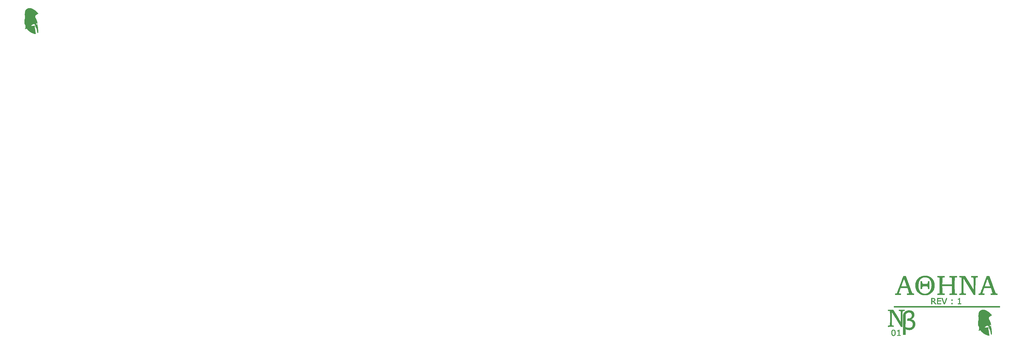
<source format=gbr>
%TF.GenerationSoftware,KiCad,Pcbnew,(5.1.8)-1*%
%TF.CreationDate,2020-12-24T03:28:36+01:00*%
%TF.ProjectId,Atenea,4174656e-6561-42e6-9b69-6361645f7063,1*%
%TF.SameCoordinates,Original*%
%TF.FileFunction,Other,ECO2*%
%FSLAX46Y46*%
G04 Gerber Fmt 4.6, Leading zero omitted, Abs format (unit mm)*
G04 Created by KiCad (PCBNEW (5.1.8)-1) date 2020-12-24 03:28:36*
%MOMM*%
%LPD*%
G01*
G04 APERTURE LIST*
%ADD10C,0.010000*%
G04 APERTURE END LIST*
D10*
%TO.C,G\u002A\u002A\u002A*%
G36*
X430915994Y-234774955D02*
G01*
X431088310Y-234779181D01*
X431228693Y-234791656D01*
X431354531Y-234815319D01*
X431483216Y-234853107D01*
X431576296Y-234886512D01*
X431912394Y-235034311D01*
X432257947Y-235227283D01*
X432609156Y-235462796D01*
X432962222Y-235738216D01*
X433313346Y-236050911D01*
X433455956Y-236189371D01*
X433605209Y-236342777D01*
X433715464Y-236467398D01*
X433787418Y-236564203D01*
X433821770Y-236634161D01*
X433819217Y-236678241D01*
X433813008Y-236685235D01*
X433780464Y-236703229D01*
X433715003Y-236733247D01*
X433629908Y-236769238D01*
X433617191Y-236774406D01*
X433408695Y-236864752D01*
X433242091Y-236951147D01*
X433110335Y-237037778D01*
X433006382Y-237128833D01*
X432987609Y-237148707D01*
X432923483Y-237224859D01*
X432880272Y-237295836D01*
X432853991Y-237374600D01*
X432840653Y-237474113D01*
X432836272Y-237607338D01*
X432836116Y-237641340D01*
X432831070Y-237753048D01*
X432815269Y-237824811D01*
X432796100Y-237856935D01*
X432779998Y-237879863D01*
X432777647Y-237906529D01*
X432792600Y-237946003D01*
X432828411Y-238007352D01*
X432888633Y-238099646D01*
X432894896Y-238109064D01*
X433081923Y-238426886D01*
X433248733Y-238786856D01*
X433393705Y-239185132D01*
X433491891Y-239524963D01*
X433526698Y-239667140D01*
X433546614Y-239772401D01*
X433552228Y-239850962D01*
X433544132Y-239913038D01*
X433522918Y-239968845D01*
X433518125Y-239978299D01*
X433481071Y-240049347D01*
X433480918Y-239986654D01*
X433465095Y-239912996D01*
X433425783Y-239850715D01*
X433374676Y-239816204D01*
X433357540Y-239813703D01*
X433306123Y-239834783D01*
X433250262Y-239888485D01*
X433201599Y-239960503D01*
X433171773Y-240036528D01*
X433170260Y-240043876D01*
X433163710Y-240110241D01*
X433161238Y-240204628D01*
X433163072Y-240297394D01*
X433170707Y-240471027D01*
X433269925Y-240463369D01*
X433360263Y-240444767D01*
X433421076Y-240400454D01*
X433458510Y-240322854D01*
X433478529Y-240206290D01*
X433484422Y-240151606D01*
X433489815Y-240122479D01*
X433495699Y-240123054D01*
X433503064Y-240157474D01*
X433512901Y-240229881D01*
X433526200Y-240344419D01*
X433538840Y-240458625D01*
X433561329Y-240654034D01*
X433581793Y-240807912D01*
X433601814Y-240928205D01*
X433622970Y-241022860D01*
X433646840Y-241099822D01*
X433675006Y-241167040D01*
X433682864Y-241183174D01*
X433714786Y-241279884D01*
X433728692Y-241393988D01*
X433728849Y-241406416D01*
X433731748Y-241475463D01*
X433739739Y-241582240D01*
X433751803Y-241715246D01*
X433766924Y-241862979D01*
X433778278Y-241964653D01*
X433809667Y-242254562D01*
X433831252Y-242499453D01*
X433842987Y-242702948D01*
X433844825Y-242868668D01*
X433836721Y-243000235D01*
X433818627Y-243101272D01*
X433790497Y-243175400D01*
X433762246Y-243216114D01*
X433711894Y-243251346D01*
X433659568Y-243260093D01*
X433623408Y-243240527D01*
X433618885Y-243230549D01*
X433607182Y-243184255D01*
X433587591Y-243099345D01*
X433561706Y-242983316D01*
X433531120Y-242843663D01*
X433497427Y-242687885D01*
X433462220Y-242523479D01*
X433427093Y-242357942D01*
X433393640Y-242198771D01*
X433363455Y-242053463D01*
X433338131Y-241929515D01*
X433319262Y-241834425D01*
X433308441Y-241775689D01*
X433306474Y-241760871D01*
X433289164Y-241710991D01*
X433247189Y-241655362D01*
X433241582Y-241649854D01*
X433182797Y-241589194D01*
X433130059Y-241522338D01*
X433080897Y-241443619D01*
X433032840Y-241347369D01*
X432983414Y-241227921D01*
X432930150Y-241079608D01*
X432870575Y-240896761D01*
X432802217Y-240673713D01*
X432772610Y-240574490D01*
X432723135Y-240431511D01*
X432670955Y-240323882D01*
X432637343Y-240276834D01*
X432597910Y-240236219D01*
X432560251Y-240212697D01*
X432509392Y-240201621D01*
X432430359Y-240198344D01*
X432383897Y-240198175D01*
X432277261Y-240201454D01*
X432194736Y-240215134D01*
X432112501Y-240244980D01*
X432033762Y-240282925D01*
X431954869Y-240328343D01*
X431857664Y-240392358D01*
X431750089Y-240468776D01*
X431640085Y-240551402D01*
X431535592Y-240634039D01*
X431444552Y-240710492D01*
X431374906Y-240774566D01*
X431334594Y-240820067D01*
X431327982Y-240833560D01*
X431332150Y-240857918D01*
X431358544Y-240876333D01*
X431412357Y-240889530D01*
X431498781Y-240898231D01*
X431623009Y-240903157D01*
X431790236Y-240905032D01*
X431842254Y-240905109D01*
X432037228Y-240901875D01*
X432192046Y-240891021D01*
X432315814Y-240870816D01*
X432417634Y-240839530D01*
X432506611Y-240795434D01*
X432543591Y-240771831D01*
X432630684Y-240712728D01*
X432645221Y-241187190D01*
X432656138Y-241439486D01*
X432672986Y-241657257D01*
X432697143Y-241855379D01*
X432720253Y-241996515D01*
X432771767Y-242282694D01*
X432814863Y-242524699D01*
X432850265Y-242727115D01*
X432878697Y-242894530D01*
X432900882Y-243031530D01*
X432917544Y-243142699D01*
X432929408Y-243232624D01*
X432937197Y-243305892D01*
X432941634Y-243367087D01*
X432943231Y-243409206D01*
X432947464Y-243596418D01*
X432860648Y-243601693D01*
X432792198Y-243597754D01*
X432697353Y-243582324D01*
X432600199Y-243559646D01*
X432159865Y-243421479D01*
X431749468Y-243253640D01*
X431360110Y-243051433D01*
X430982896Y-242810165D01*
X430608929Y-242525140D01*
X430555108Y-242480456D01*
X430415208Y-242359698D01*
X430306864Y-242256948D01*
X430220772Y-242162075D01*
X430147631Y-242064951D01*
X430087880Y-241971711D01*
X430022722Y-241875088D01*
X429968310Y-241817481D01*
X429938961Y-241802771D01*
X429889799Y-241805969D01*
X429810986Y-241821807D01*
X429721898Y-241846179D01*
X429609415Y-241875542D01*
X429507692Y-241892413D01*
X429426497Y-241896160D01*
X429375600Y-241886148D01*
X429363187Y-241869413D01*
X429373045Y-241835597D01*
X429399395Y-241768913D01*
X429437405Y-241681283D01*
X429456205Y-241639969D01*
X429494842Y-241554611D01*
X429520921Y-241487699D01*
X429536867Y-241425734D01*
X429545108Y-241355213D01*
X429548070Y-241262636D01*
X429548180Y-241134499D01*
X429548159Y-241128351D01*
X429542018Y-240928436D01*
X429523578Y-240767411D01*
X429490517Y-240635570D01*
X429440517Y-240523209D01*
X429382440Y-240435077D01*
X429327548Y-240361333D01*
X429278918Y-240293791D01*
X429260794Y-240267520D01*
X429220031Y-240183649D01*
X429189576Y-240067133D01*
X429168883Y-239913908D01*
X429157403Y-239719908D01*
X429154589Y-239481066D01*
X429154600Y-239478840D01*
X429160845Y-239217493D01*
X429177996Y-238989281D01*
X429208217Y-238778505D01*
X429253672Y-238569467D01*
X429305855Y-238381585D01*
X429334439Y-238285610D01*
X429353405Y-238213085D01*
X429363541Y-238150916D01*
X429365634Y-238086010D01*
X429360473Y-238005273D01*
X429348846Y-237895609D01*
X429339832Y-237816925D01*
X429321727Y-237623602D01*
X429308101Y-237405825D01*
X429299223Y-237176603D01*
X429298372Y-237126443D01*
X430528198Y-237126443D01*
X430535459Y-237124656D01*
X430582386Y-237113720D01*
X430659890Y-237098830D01*
X430733896Y-237086092D01*
X430835672Y-237070491D01*
X430934452Y-237056975D01*
X430987894Y-237050711D01*
X431008786Y-237046939D01*
X430985427Y-237044898D01*
X430923154Y-237044795D01*
X430863871Y-237045877D01*
X430729032Y-237053106D01*
X430633778Y-237068371D01*
X430568506Y-237093242D01*
X430566214Y-237094557D01*
X430528957Y-237119070D01*
X430528198Y-237126443D01*
X429298372Y-237126443D01*
X429295359Y-236948944D01*
X429296779Y-236735854D01*
X429303752Y-236550343D01*
X429311604Y-236448547D01*
X429361141Y-236112794D01*
X429438929Y-235816978D01*
X429545764Y-235559715D01*
X429682442Y-235339621D01*
X429849762Y-235155312D01*
X430048520Y-235005404D01*
X430186200Y-234929943D01*
X430333022Y-234863966D01*
X430462601Y-234818989D01*
X430591470Y-234791500D01*
X430736166Y-234777988D01*
X430913224Y-234774940D01*
X430915994Y-234774955D01*
G37*
X430915994Y-234774955D02*
X431088310Y-234779181D01*
X431228693Y-234791656D01*
X431354531Y-234815319D01*
X431483216Y-234853107D01*
X431576296Y-234886512D01*
X431912394Y-235034311D01*
X432257947Y-235227283D01*
X432609156Y-235462796D01*
X432962222Y-235738216D01*
X433313346Y-236050911D01*
X433455956Y-236189371D01*
X433605209Y-236342777D01*
X433715464Y-236467398D01*
X433787418Y-236564203D01*
X433821770Y-236634161D01*
X433819217Y-236678241D01*
X433813008Y-236685235D01*
X433780464Y-236703229D01*
X433715003Y-236733247D01*
X433629908Y-236769238D01*
X433617191Y-236774406D01*
X433408695Y-236864752D01*
X433242091Y-236951147D01*
X433110335Y-237037778D01*
X433006382Y-237128833D01*
X432987609Y-237148707D01*
X432923483Y-237224859D01*
X432880272Y-237295836D01*
X432853991Y-237374600D01*
X432840653Y-237474113D01*
X432836272Y-237607338D01*
X432836116Y-237641340D01*
X432831070Y-237753048D01*
X432815269Y-237824811D01*
X432796100Y-237856935D01*
X432779998Y-237879863D01*
X432777647Y-237906529D01*
X432792600Y-237946003D01*
X432828411Y-238007352D01*
X432888633Y-238099646D01*
X432894896Y-238109064D01*
X433081923Y-238426886D01*
X433248733Y-238786856D01*
X433393705Y-239185132D01*
X433491891Y-239524963D01*
X433526698Y-239667140D01*
X433546614Y-239772401D01*
X433552228Y-239850962D01*
X433544132Y-239913038D01*
X433522918Y-239968845D01*
X433518125Y-239978299D01*
X433481071Y-240049347D01*
X433480918Y-239986654D01*
X433465095Y-239912996D01*
X433425783Y-239850715D01*
X433374676Y-239816204D01*
X433357540Y-239813703D01*
X433306123Y-239834783D01*
X433250262Y-239888485D01*
X433201599Y-239960503D01*
X433171773Y-240036528D01*
X433170260Y-240043876D01*
X433163710Y-240110241D01*
X433161238Y-240204628D01*
X433163072Y-240297394D01*
X433170707Y-240471027D01*
X433269925Y-240463369D01*
X433360263Y-240444767D01*
X433421076Y-240400454D01*
X433458510Y-240322854D01*
X433478529Y-240206290D01*
X433484422Y-240151606D01*
X433489815Y-240122479D01*
X433495699Y-240123054D01*
X433503064Y-240157474D01*
X433512901Y-240229881D01*
X433526200Y-240344419D01*
X433538840Y-240458625D01*
X433561329Y-240654034D01*
X433581793Y-240807912D01*
X433601814Y-240928205D01*
X433622970Y-241022860D01*
X433646840Y-241099822D01*
X433675006Y-241167040D01*
X433682864Y-241183174D01*
X433714786Y-241279884D01*
X433728692Y-241393988D01*
X433728849Y-241406416D01*
X433731748Y-241475463D01*
X433739739Y-241582240D01*
X433751803Y-241715246D01*
X433766924Y-241862979D01*
X433778278Y-241964653D01*
X433809667Y-242254562D01*
X433831252Y-242499453D01*
X433842987Y-242702948D01*
X433844825Y-242868668D01*
X433836721Y-243000235D01*
X433818627Y-243101272D01*
X433790497Y-243175400D01*
X433762246Y-243216114D01*
X433711894Y-243251346D01*
X433659568Y-243260093D01*
X433623408Y-243240527D01*
X433618885Y-243230549D01*
X433607182Y-243184255D01*
X433587591Y-243099345D01*
X433561706Y-242983316D01*
X433531120Y-242843663D01*
X433497427Y-242687885D01*
X433462220Y-242523479D01*
X433427093Y-242357942D01*
X433393640Y-242198771D01*
X433363455Y-242053463D01*
X433338131Y-241929515D01*
X433319262Y-241834425D01*
X433308441Y-241775689D01*
X433306474Y-241760871D01*
X433289164Y-241710991D01*
X433247189Y-241655362D01*
X433241582Y-241649854D01*
X433182797Y-241589194D01*
X433130059Y-241522338D01*
X433080897Y-241443619D01*
X433032840Y-241347369D01*
X432983414Y-241227921D01*
X432930150Y-241079608D01*
X432870575Y-240896761D01*
X432802217Y-240673713D01*
X432772610Y-240574490D01*
X432723135Y-240431511D01*
X432670955Y-240323882D01*
X432637343Y-240276834D01*
X432597910Y-240236219D01*
X432560251Y-240212697D01*
X432509392Y-240201621D01*
X432430359Y-240198344D01*
X432383897Y-240198175D01*
X432277261Y-240201454D01*
X432194736Y-240215134D01*
X432112501Y-240244980D01*
X432033762Y-240282925D01*
X431954869Y-240328343D01*
X431857664Y-240392358D01*
X431750089Y-240468776D01*
X431640085Y-240551402D01*
X431535592Y-240634039D01*
X431444552Y-240710492D01*
X431374906Y-240774566D01*
X431334594Y-240820067D01*
X431327982Y-240833560D01*
X431332150Y-240857918D01*
X431358544Y-240876333D01*
X431412357Y-240889530D01*
X431498781Y-240898231D01*
X431623009Y-240903157D01*
X431790236Y-240905032D01*
X431842254Y-240905109D01*
X432037228Y-240901875D01*
X432192046Y-240891021D01*
X432315814Y-240870816D01*
X432417634Y-240839530D01*
X432506611Y-240795434D01*
X432543591Y-240771831D01*
X432630684Y-240712728D01*
X432645221Y-241187190D01*
X432656138Y-241439486D01*
X432672986Y-241657257D01*
X432697143Y-241855379D01*
X432720253Y-241996515D01*
X432771767Y-242282694D01*
X432814863Y-242524699D01*
X432850265Y-242727115D01*
X432878697Y-242894530D01*
X432900882Y-243031530D01*
X432917544Y-243142699D01*
X432929408Y-243232624D01*
X432937197Y-243305892D01*
X432941634Y-243367087D01*
X432943231Y-243409206D01*
X432947464Y-243596418D01*
X432860648Y-243601693D01*
X432792198Y-243597754D01*
X432697353Y-243582324D01*
X432600199Y-243559646D01*
X432159865Y-243421479D01*
X431749468Y-243253640D01*
X431360110Y-243051433D01*
X430982896Y-242810165D01*
X430608929Y-242525140D01*
X430555108Y-242480456D01*
X430415208Y-242359698D01*
X430306864Y-242256948D01*
X430220772Y-242162075D01*
X430147631Y-242064951D01*
X430087880Y-241971711D01*
X430022722Y-241875088D01*
X429968310Y-241817481D01*
X429938961Y-241802771D01*
X429889799Y-241805969D01*
X429810986Y-241821807D01*
X429721898Y-241846179D01*
X429609415Y-241875542D01*
X429507692Y-241892413D01*
X429426497Y-241896160D01*
X429375600Y-241886148D01*
X429363187Y-241869413D01*
X429373045Y-241835597D01*
X429399395Y-241768913D01*
X429437405Y-241681283D01*
X429456205Y-241639969D01*
X429494842Y-241554611D01*
X429520921Y-241487699D01*
X429536867Y-241425734D01*
X429545108Y-241355213D01*
X429548070Y-241262636D01*
X429548180Y-241134499D01*
X429548159Y-241128351D01*
X429542018Y-240928436D01*
X429523578Y-240767411D01*
X429490517Y-240635570D01*
X429440517Y-240523209D01*
X429382440Y-240435077D01*
X429327548Y-240361333D01*
X429278918Y-240293791D01*
X429260794Y-240267520D01*
X429220031Y-240183649D01*
X429189576Y-240067133D01*
X429168883Y-239913908D01*
X429157403Y-239719908D01*
X429154589Y-239481066D01*
X429154600Y-239478840D01*
X429160845Y-239217493D01*
X429177996Y-238989281D01*
X429208217Y-238778505D01*
X429253672Y-238569467D01*
X429305855Y-238381585D01*
X429334439Y-238285610D01*
X429353405Y-238213085D01*
X429363541Y-238150916D01*
X429365634Y-238086010D01*
X429360473Y-238005273D01*
X429348846Y-237895609D01*
X429339832Y-237816925D01*
X429321727Y-237623602D01*
X429308101Y-237405825D01*
X429299223Y-237176603D01*
X429298372Y-237126443D01*
X430528198Y-237126443D01*
X430535459Y-237124656D01*
X430582386Y-237113720D01*
X430659890Y-237098830D01*
X430733896Y-237086092D01*
X430835672Y-237070491D01*
X430934452Y-237056975D01*
X430987894Y-237050711D01*
X431008786Y-237046939D01*
X430985427Y-237044898D01*
X430923154Y-237044795D01*
X430863871Y-237045877D01*
X430729032Y-237053106D01*
X430633778Y-237068371D01*
X430568506Y-237093242D01*
X430566214Y-237094557D01*
X430528957Y-237119070D01*
X430528198Y-237126443D01*
X429298372Y-237126443D01*
X429295359Y-236948944D01*
X429296779Y-236735854D01*
X429303752Y-236550343D01*
X429311604Y-236448547D01*
X429361141Y-236112794D01*
X429438929Y-235816978D01*
X429545764Y-235559715D01*
X429682442Y-235339621D01*
X429849762Y-235155312D01*
X430048520Y-235005404D01*
X430186200Y-234929943D01*
X430333022Y-234863966D01*
X430462601Y-234818989D01*
X430591470Y-234791500D01*
X430736166Y-234777988D01*
X430913224Y-234774940D01*
X430915994Y-234774955D01*
G36*
X104017994Y-131142955D02*
G01*
X104190310Y-131147181D01*
X104330693Y-131159656D01*
X104456531Y-131183319D01*
X104585216Y-131221107D01*
X104678296Y-131254512D01*
X105014394Y-131402311D01*
X105359947Y-131595283D01*
X105711156Y-131830796D01*
X106064222Y-132106216D01*
X106415346Y-132418911D01*
X106557956Y-132557371D01*
X106707209Y-132710777D01*
X106817464Y-132835398D01*
X106889418Y-132932203D01*
X106923770Y-133002161D01*
X106921217Y-133046241D01*
X106915008Y-133053235D01*
X106882464Y-133071229D01*
X106817003Y-133101247D01*
X106731908Y-133137238D01*
X106719191Y-133142406D01*
X106510695Y-133232752D01*
X106344091Y-133319147D01*
X106212335Y-133405778D01*
X106108382Y-133496833D01*
X106089609Y-133516707D01*
X106025483Y-133592859D01*
X105982272Y-133663836D01*
X105955991Y-133742600D01*
X105942653Y-133842113D01*
X105938272Y-133975338D01*
X105938116Y-134009340D01*
X105933070Y-134121048D01*
X105917269Y-134192811D01*
X105898100Y-134224935D01*
X105881998Y-134247863D01*
X105879647Y-134274529D01*
X105894600Y-134314003D01*
X105930411Y-134375352D01*
X105990633Y-134467646D01*
X105996896Y-134477064D01*
X106183923Y-134794886D01*
X106350733Y-135154856D01*
X106495705Y-135553132D01*
X106593891Y-135892963D01*
X106628698Y-136035140D01*
X106648614Y-136140401D01*
X106654228Y-136218962D01*
X106646132Y-136281038D01*
X106624918Y-136336845D01*
X106620125Y-136346299D01*
X106583071Y-136417347D01*
X106582918Y-136354654D01*
X106567095Y-136280996D01*
X106527783Y-136218715D01*
X106476676Y-136184204D01*
X106459540Y-136181703D01*
X106408123Y-136202783D01*
X106352262Y-136256485D01*
X106303599Y-136328503D01*
X106273773Y-136404528D01*
X106272260Y-136411876D01*
X106265710Y-136478241D01*
X106263238Y-136572628D01*
X106265072Y-136665394D01*
X106272707Y-136839027D01*
X106371925Y-136831369D01*
X106462263Y-136812767D01*
X106523076Y-136768454D01*
X106560510Y-136690854D01*
X106580529Y-136574290D01*
X106586422Y-136519606D01*
X106591815Y-136490479D01*
X106597699Y-136491054D01*
X106605064Y-136525474D01*
X106614901Y-136597881D01*
X106628200Y-136712419D01*
X106640840Y-136826625D01*
X106663329Y-137022034D01*
X106683793Y-137175912D01*
X106703814Y-137296205D01*
X106724970Y-137390860D01*
X106748840Y-137467822D01*
X106777006Y-137535040D01*
X106784864Y-137551174D01*
X106816786Y-137647884D01*
X106830692Y-137761988D01*
X106830849Y-137774416D01*
X106833748Y-137843463D01*
X106841739Y-137950240D01*
X106853803Y-138083246D01*
X106868924Y-138230979D01*
X106880278Y-138332653D01*
X106911667Y-138622562D01*
X106933252Y-138867453D01*
X106944987Y-139070948D01*
X106946825Y-139236668D01*
X106938721Y-139368235D01*
X106920627Y-139469272D01*
X106892497Y-139543400D01*
X106864246Y-139584114D01*
X106813894Y-139619346D01*
X106761568Y-139628093D01*
X106725408Y-139608527D01*
X106720885Y-139598549D01*
X106709182Y-139552255D01*
X106689591Y-139467345D01*
X106663706Y-139351316D01*
X106633120Y-139211663D01*
X106599427Y-139055885D01*
X106564220Y-138891479D01*
X106529093Y-138725942D01*
X106495640Y-138566771D01*
X106465455Y-138421463D01*
X106440131Y-138297515D01*
X106421262Y-138202425D01*
X106410441Y-138143689D01*
X106408474Y-138128871D01*
X106391164Y-138078991D01*
X106349189Y-138023362D01*
X106343582Y-138017854D01*
X106284797Y-137957194D01*
X106232059Y-137890338D01*
X106182897Y-137811619D01*
X106134840Y-137715369D01*
X106085414Y-137595921D01*
X106032150Y-137447608D01*
X105972575Y-137264761D01*
X105904217Y-137041713D01*
X105874610Y-136942490D01*
X105825135Y-136799511D01*
X105772955Y-136691882D01*
X105739343Y-136644834D01*
X105699910Y-136604219D01*
X105662251Y-136580697D01*
X105611392Y-136569621D01*
X105532359Y-136566344D01*
X105485897Y-136566175D01*
X105379261Y-136569454D01*
X105296736Y-136583134D01*
X105214501Y-136612980D01*
X105135762Y-136650925D01*
X105056869Y-136696343D01*
X104959664Y-136760358D01*
X104852089Y-136836776D01*
X104742085Y-136919402D01*
X104637592Y-137002039D01*
X104546552Y-137078492D01*
X104476906Y-137142566D01*
X104436594Y-137188067D01*
X104429982Y-137201560D01*
X104434150Y-137225918D01*
X104460544Y-137244333D01*
X104514357Y-137257530D01*
X104600781Y-137266231D01*
X104725009Y-137271157D01*
X104892236Y-137273032D01*
X104944254Y-137273109D01*
X105139228Y-137269875D01*
X105294046Y-137259021D01*
X105417814Y-137238816D01*
X105519634Y-137207530D01*
X105608611Y-137163434D01*
X105645591Y-137139831D01*
X105732684Y-137080728D01*
X105747221Y-137555190D01*
X105758138Y-137807486D01*
X105774986Y-138025257D01*
X105799143Y-138223379D01*
X105822253Y-138364515D01*
X105873767Y-138650694D01*
X105916863Y-138892699D01*
X105952265Y-139095115D01*
X105980697Y-139262530D01*
X106002882Y-139399530D01*
X106019544Y-139510699D01*
X106031408Y-139600624D01*
X106039197Y-139673892D01*
X106043634Y-139735087D01*
X106045231Y-139777206D01*
X106049464Y-139964418D01*
X105962648Y-139969693D01*
X105894198Y-139965754D01*
X105799353Y-139950324D01*
X105702199Y-139927646D01*
X105261865Y-139789479D01*
X104851468Y-139621640D01*
X104462110Y-139419433D01*
X104084896Y-139178165D01*
X103710929Y-138893140D01*
X103657108Y-138848456D01*
X103517208Y-138727698D01*
X103408864Y-138624948D01*
X103322772Y-138530075D01*
X103249631Y-138432951D01*
X103189880Y-138339711D01*
X103124722Y-138243088D01*
X103070310Y-138185481D01*
X103040961Y-138170771D01*
X102991799Y-138173969D01*
X102912986Y-138189807D01*
X102823898Y-138214179D01*
X102711415Y-138243542D01*
X102609692Y-138260413D01*
X102528497Y-138264160D01*
X102477600Y-138254148D01*
X102465187Y-138237413D01*
X102475045Y-138203597D01*
X102501395Y-138136913D01*
X102539405Y-138049283D01*
X102558205Y-138007969D01*
X102596842Y-137922611D01*
X102622921Y-137855699D01*
X102638867Y-137793734D01*
X102647108Y-137723213D01*
X102650070Y-137630636D01*
X102650180Y-137502499D01*
X102650159Y-137496351D01*
X102644018Y-137296436D01*
X102625578Y-137135411D01*
X102592517Y-137003570D01*
X102542517Y-136891209D01*
X102484440Y-136803077D01*
X102429548Y-136729333D01*
X102380918Y-136661791D01*
X102362794Y-136635520D01*
X102322031Y-136551649D01*
X102291576Y-136435133D01*
X102270883Y-136281908D01*
X102259403Y-136087908D01*
X102256589Y-135849066D01*
X102256600Y-135846840D01*
X102262845Y-135585493D01*
X102279996Y-135357281D01*
X102310217Y-135146505D01*
X102355672Y-134937467D01*
X102407855Y-134749585D01*
X102436439Y-134653610D01*
X102455405Y-134581085D01*
X102465541Y-134518916D01*
X102467634Y-134454010D01*
X102462473Y-134373273D01*
X102450846Y-134263609D01*
X102441832Y-134184925D01*
X102423727Y-133991602D01*
X102410101Y-133773825D01*
X102401223Y-133544603D01*
X102400372Y-133494443D01*
X103630198Y-133494443D01*
X103637459Y-133492656D01*
X103684386Y-133481720D01*
X103761890Y-133466830D01*
X103835896Y-133454092D01*
X103937672Y-133438491D01*
X104036452Y-133424975D01*
X104089894Y-133418711D01*
X104110786Y-133414939D01*
X104087427Y-133412898D01*
X104025154Y-133412795D01*
X103965871Y-133413877D01*
X103831032Y-133421106D01*
X103735778Y-133436371D01*
X103670506Y-133461242D01*
X103668214Y-133462557D01*
X103630957Y-133487070D01*
X103630198Y-133494443D01*
X102400372Y-133494443D01*
X102397359Y-133316944D01*
X102398779Y-133103854D01*
X102405752Y-132918343D01*
X102413604Y-132816547D01*
X102463141Y-132480794D01*
X102540929Y-132184978D01*
X102647764Y-131927715D01*
X102784442Y-131707621D01*
X102951762Y-131523312D01*
X103150520Y-131373404D01*
X103288200Y-131297943D01*
X103435022Y-131231966D01*
X103564601Y-131186989D01*
X103693470Y-131159500D01*
X103838166Y-131145988D01*
X104015224Y-131142940D01*
X104017994Y-131142955D01*
G37*
X104017994Y-131142955D02*
X104190310Y-131147181D01*
X104330693Y-131159656D01*
X104456531Y-131183319D01*
X104585216Y-131221107D01*
X104678296Y-131254512D01*
X105014394Y-131402311D01*
X105359947Y-131595283D01*
X105711156Y-131830796D01*
X106064222Y-132106216D01*
X106415346Y-132418911D01*
X106557956Y-132557371D01*
X106707209Y-132710777D01*
X106817464Y-132835398D01*
X106889418Y-132932203D01*
X106923770Y-133002161D01*
X106921217Y-133046241D01*
X106915008Y-133053235D01*
X106882464Y-133071229D01*
X106817003Y-133101247D01*
X106731908Y-133137238D01*
X106719191Y-133142406D01*
X106510695Y-133232752D01*
X106344091Y-133319147D01*
X106212335Y-133405778D01*
X106108382Y-133496833D01*
X106089609Y-133516707D01*
X106025483Y-133592859D01*
X105982272Y-133663836D01*
X105955991Y-133742600D01*
X105942653Y-133842113D01*
X105938272Y-133975338D01*
X105938116Y-134009340D01*
X105933070Y-134121048D01*
X105917269Y-134192811D01*
X105898100Y-134224935D01*
X105881998Y-134247863D01*
X105879647Y-134274529D01*
X105894600Y-134314003D01*
X105930411Y-134375352D01*
X105990633Y-134467646D01*
X105996896Y-134477064D01*
X106183923Y-134794886D01*
X106350733Y-135154856D01*
X106495705Y-135553132D01*
X106593891Y-135892963D01*
X106628698Y-136035140D01*
X106648614Y-136140401D01*
X106654228Y-136218962D01*
X106646132Y-136281038D01*
X106624918Y-136336845D01*
X106620125Y-136346299D01*
X106583071Y-136417347D01*
X106582918Y-136354654D01*
X106567095Y-136280996D01*
X106527783Y-136218715D01*
X106476676Y-136184204D01*
X106459540Y-136181703D01*
X106408123Y-136202783D01*
X106352262Y-136256485D01*
X106303599Y-136328503D01*
X106273773Y-136404528D01*
X106272260Y-136411876D01*
X106265710Y-136478241D01*
X106263238Y-136572628D01*
X106265072Y-136665394D01*
X106272707Y-136839027D01*
X106371925Y-136831369D01*
X106462263Y-136812767D01*
X106523076Y-136768454D01*
X106560510Y-136690854D01*
X106580529Y-136574290D01*
X106586422Y-136519606D01*
X106591815Y-136490479D01*
X106597699Y-136491054D01*
X106605064Y-136525474D01*
X106614901Y-136597881D01*
X106628200Y-136712419D01*
X106640840Y-136826625D01*
X106663329Y-137022034D01*
X106683793Y-137175912D01*
X106703814Y-137296205D01*
X106724970Y-137390860D01*
X106748840Y-137467822D01*
X106777006Y-137535040D01*
X106784864Y-137551174D01*
X106816786Y-137647884D01*
X106830692Y-137761988D01*
X106830849Y-137774416D01*
X106833748Y-137843463D01*
X106841739Y-137950240D01*
X106853803Y-138083246D01*
X106868924Y-138230979D01*
X106880278Y-138332653D01*
X106911667Y-138622562D01*
X106933252Y-138867453D01*
X106944987Y-139070948D01*
X106946825Y-139236668D01*
X106938721Y-139368235D01*
X106920627Y-139469272D01*
X106892497Y-139543400D01*
X106864246Y-139584114D01*
X106813894Y-139619346D01*
X106761568Y-139628093D01*
X106725408Y-139608527D01*
X106720885Y-139598549D01*
X106709182Y-139552255D01*
X106689591Y-139467345D01*
X106663706Y-139351316D01*
X106633120Y-139211663D01*
X106599427Y-139055885D01*
X106564220Y-138891479D01*
X106529093Y-138725942D01*
X106495640Y-138566771D01*
X106465455Y-138421463D01*
X106440131Y-138297515D01*
X106421262Y-138202425D01*
X106410441Y-138143689D01*
X106408474Y-138128871D01*
X106391164Y-138078991D01*
X106349189Y-138023362D01*
X106343582Y-138017854D01*
X106284797Y-137957194D01*
X106232059Y-137890338D01*
X106182897Y-137811619D01*
X106134840Y-137715369D01*
X106085414Y-137595921D01*
X106032150Y-137447608D01*
X105972575Y-137264761D01*
X105904217Y-137041713D01*
X105874610Y-136942490D01*
X105825135Y-136799511D01*
X105772955Y-136691882D01*
X105739343Y-136644834D01*
X105699910Y-136604219D01*
X105662251Y-136580697D01*
X105611392Y-136569621D01*
X105532359Y-136566344D01*
X105485897Y-136566175D01*
X105379261Y-136569454D01*
X105296736Y-136583134D01*
X105214501Y-136612980D01*
X105135762Y-136650925D01*
X105056869Y-136696343D01*
X104959664Y-136760358D01*
X104852089Y-136836776D01*
X104742085Y-136919402D01*
X104637592Y-137002039D01*
X104546552Y-137078492D01*
X104476906Y-137142566D01*
X104436594Y-137188067D01*
X104429982Y-137201560D01*
X104434150Y-137225918D01*
X104460544Y-137244333D01*
X104514357Y-137257530D01*
X104600781Y-137266231D01*
X104725009Y-137271157D01*
X104892236Y-137273032D01*
X104944254Y-137273109D01*
X105139228Y-137269875D01*
X105294046Y-137259021D01*
X105417814Y-137238816D01*
X105519634Y-137207530D01*
X105608611Y-137163434D01*
X105645591Y-137139831D01*
X105732684Y-137080728D01*
X105747221Y-137555190D01*
X105758138Y-137807486D01*
X105774986Y-138025257D01*
X105799143Y-138223379D01*
X105822253Y-138364515D01*
X105873767Y-138650694D01*
X105916863Y-138892699D01*
X105952265Y-139095115D01*
X105980697Y-139262530D01*
X106002882Y-139399530D01*
X106019544Y-139510699D01*
X106031408Y-139600624D01*
X106039197Y-139673892D01*
X106043634Y-139735087D01*
X106045231Y-139777206D01*
X106049464Y-139964418D01*
X105962648Y-139969693D01*
X105894198Y-139965754D01*
X105799353Y-139950324D01*
X105702199Y-139927646D01*
X105261865Y-139789479D01*
X104851468Y-139621640D01*
X104462110Y-139419433D01*
X104084896Y-139178165D01*
X103710929Y-138893140D01*
X103657108Y-138848456D01*
X103517208Y-138727698D01*
X103408864Y-138624948D01*
X103322772Y-138530075D01*
X103249631Y-138432951D01*
X103189880Y-138339711D01*
X103124722Y-138243088D01*
X103070310Y-138185481D01*
X103040961Y-138170771D01*
X102991799Y-138173969D01*
X102912986Y-138189807D01*
X102823898Y-138214179D01*
X102711415Y-138243542D01*
X102609692Y-138260413D01*
X102528497Y-138264160D01*
X102477600Y-138254148D01*
X102465187Y-138237413D01*
X102475045Y-138203597D01*
X102501395Y-138136913D01*
X102539405Y-138049283D01*
X102558205Y-138007969D01*
X102596842Y-137922611D01*
X102622921Y-137855699D01*
X102638867Y-137793734D01*
X102647108Y-137723213D01*
X102650070Y-137630636D01*
X102650180Y-137502499D01*
X102650159Y-137496351D01*
X102644018Y-137296436D01*
X102625578Y-137135411D01*
X102592517Y-137003570D01*
X102542517Y-136891209D01*
X102484440Y-136803077D01*
X102429548Y-136729333D01*
X102380918Y-136661791D01*
X102362794Y-136635520D01*
X102322031Y-136551649D01*
X102291576Y-136435133D01*
X102270883Y-136281908D01*
X102259403Y-136087908D01*
X102256589Y-135849066D01*
X102256600Y-135846840D01*
X102262845Y-135585493D01*
X102279996Y-135357281D01*
X102310217Y-135146505D01*
X102355672Y-134937467D01*
X102407855Y-134749585D01*
X102436439Y-134653610D01*
X102455405Y-134581085D01*
X102465541Y-134518916D01*
X102467634Y-134454010D01*
X102462473Y-134373273D01*
X102450846Y-134263609D01*
X102441832Y-134184925D01*
X102423727Y-133991602D01*
X102410101Y-133773825D01*
X102401223Y-133544603D01*
X102400372Y-133494443D01*
X103630198Y-133494443D01*
X103637459Y-133492656D01*
X103684386Y-133481720D01*
X103761890Y-133466830D01*
X103835896Y-133454092D01*
X103937672Y-133438491D01*
X104036452Y-133424975D01*
X104089894Y-133418711D01*
X104110786Y-133414939D01*
X104087427Y-133412898D01*
X104025154Y-133412795D01*
X103965871Y-133413877D01*
X103831032Y-133421106D01*
X103735778Y-133436371D01*
X103670506Y-133461242D01*
X103668214Y-133462557D01*
X103630957Y-133487070D01*
X103630198Y-133494443D01*
X102400372Y-133494443D01*
X102397359Y-133316944D01*
X102398779Y-133103854D01*
X102405752Y-132918343D01*
X102413604Y-132816547D01*
X102463141Y-132480794D01*
X102540929Y-132184978D01*
X102647764Y-131927715D01*
X102784442Y-131707621D01*
X102951762Y-131523312D01*
X103150520Y-131373404D01*
X103288200Y-131297943D01*
X103435022Y-131231966D01*
X103564601Y-131186989D01*
X103693470Y-131159500D01*
X103838166Y-131145988D01*
X104015224Y-131142940D01*
X104017994Y-131142955D01*
%TO.C,G6*%
G36*
X430915994Y-234774955D02*
G01*
X431088310Y-234779181D01*
X431228693Y-234791656D01*
X431354531Y-234815319D01*
X431483216Y-234853107D01*
X431576296Y-234886512D01*
X431912394Y-235034311D01*
X432257947Y-235227283D01*
X432609156Y-235462796D01*
X432962222Y-235738216D01*
X433313346Y-236050911D01*
X433455956Y-236189371D01*
X433605209Y-236342777D01*
X433715464Y-236467398D01*
X433787418Y-236564203D01*
X433821770Y-236634161D01*
X433819217Y-236678241D01*
X433813008Y-236685235D01*
X433780464Y-236703229D01*
X433715003Y-236733247D01*
X433629908Y-236769238D01*
X433617191Y-236774406D01*
X433408695Y-236864752D01*
X433242091Y-236951147D01*
X433110335Y-237037778D01*
X433006382Y-237128833D01*
X432987609Y-237148707D01*
X432923483Y-237224859D01*
X432880272Y-237295836D01*
X432853991Y-237374600D01*
X432840653Y-237474113D01*
X432836272Y-237607338D01*
X432836116Y-237641340D01*
X432831070Y-237753048D01*
X432815269Y-237824811D01*
X432796100Y-237856935D01*
X432779998Y-237879863D01*
X432777647Y-237906529D01*
X432792600Y-237946003D01*
X432828411Y-238007352D01*
X432888633Y-238099646D01*
X432894896Y-238109064D01*
X433081923Y-238426886D01*
X433248733Y-238786856D01*
X433393705Y-239185132D01*
X433491891Y-239524963D01*
X433526698Y-239667140D01*
X433546614Y-239772401D01*
X433552228Y-239850962D01*
X433544132Y-239913038D01*
X433522918Y-239968845D01*
X433518125Y-239978299D01*
X433481071Y-240049347D01*
X433480918Y-239986654D01*
X433465095Y-239912996D01*
X433425783Y-239850715D01*
X433374676Y-239816204D01*
X433357540Y-239813703D01*
X433306123Y-239834783D01*
X433250262Y-239888485D01*
X433201599Y-239960503D01*
X433171773Y-240036528D01*
X433170260Y-240043876D01*
X433163710Y-240110241D01*
X433161238Y-240204628D01*
X433163072Y-240297394D01*
X433170707Y-240471027D01*
X433269925Y-240463369D01*
X433360263Y-240444767D01*
X433421076Y-240400454D01*
X433458510Y-240322854D01*
X433478529Y-240206290D01*
X433484422Y-240151606D01*
X433489815Y-240122479D01*
X433495699Y-240123054D01*
X433503064Y-240157474D01*
X433512901Y-240229881D01*
X433526200Y-240344419D01*
X433538840Y-240458625D01*
X433561329Y-240654034D01*
X433581793Y-240807912D01*
X433601814Y-240928205D01*
X433622970Y-241022860D01*
X433646840Y-241099822D01*
X433675006Y-241167040D01*
X433682864Y-241183174D01*
X433714786Y-241279884D01*
X433728692Y-241393988D01*
X433728849Y-241406416D01*
X433731748Y-241475463D01*
X433739739Y-241582240D01*
X433751803Y-241715246D01*
X433766924Y-241862979D01*
X433778278Y-241964653D01*
X433809667Y-242254562D01*
X433831252Y-242499453D01*
X433842987Y-242702948D01*
X433844825Y-242868668D01*
X433836721Y-243000235D01*
X433818627Y-243101272D01*
X433790497Y-243175400D01*
X433762246Y-243216114D01*
X433711894Y-243251346D01*
X433659568Y-243260093D01*
X433623408Y-243240527D01*
X433618885Y-243230549D01*
X433607182Y-243184255D01*
X433587591Y-243099345D01*
X433561706Y-242983316D01*
X433531120Y-242843663D01*
X433497427Y-242687885D01*
X433462220Y-242523479D01*
X433427093Y-242357942D01*
X433393640Y-242198771D01*
X433363455Y-242053463D01*
X433338131Y-241929515D01*
X433319262Y-241834425D01*
X433308441Y-241775689D01*
X433306474Y-241760871D01*
X433289164Y-241710991D01*
X433247189Y-241655362D01*
X433241582Y-241649854D01*
X433182797Y-241589194D01*
X433130059Y-241522338D01*
X433080897Y-241443619D01*
X433032840Y-241347369D01*
X432983414Y-241227921D01*
X432930150Y-241079608D01*
X432870575Y-240896761D01*
X432802217Y-240673713D01*
X432772610Y-240574490D01*
X432723135Y-240431511D01*
X432670955Y-240323882D01*
X432637343Y-240276834D01*
X432597910Y-240236219D01*
X432560251Y-240212697D01*
X432509392Y-240201621D01*
X432430359Y-240198344D01*
X432383897Y-240198175D01*
X432277261Y-240201454D01*
X432194736Y-240215134D01*
X432112501Y-240244980D01*
X432033762Y-240282925D01*
X431954869Y-240328343D01*
X431857664Y-240392358D01*
X431750089Y-240468776D01*
X431640085Y-240551402D01*
X431535592Y-240634039D01*
X431444552Y-240710492D01*
X431374906Y-240774566D01*
X431334594Y-240820067D01*
X431327982Y-240833560D01*
X431332150Y-240857918D01*
X431358544Y-240876333D01*
X431412357Y-240889530D01*
X431498781Y-240898231D01*
X431623009Y-240903157D01*
X431790236Y-240905032D01*
X431842254Y-240905109D01*
X432037228Y-240901875D01*
X432192046Y-240891021D01*
X432315814Y-240870816D01*
X432417634Y-240839530D01*
X432506611Y-240795434D01*
X432543591Y-240771831D01*
X432630684Y-240712728D01*
X432645221Y-241187190D01*
X432656138Y-241439486D01*
X432672986Y-241657257D01*
X432697143Y-241855379D01*
X432720253Y-241996515D01*
X432771767Y-242282694D01*
X432814863Y-242524699D01*
X432850265Y-242727115D01*
X432878697Y-242894530D01*
X432900882Y-243031530D01*
X432917544Y-243142699D01*
X432929408Y-243232624D01*
X432937197Y-243305892D01*
X432941634Y-243367087D01*
X432943231Y-243409206D01*
X432947464Y-243596418D01*
X432860648Y-243601693D01*
X432792198Y-243597754D01*
X432697353Y-243582324D01*
X432600199Y-243559646D01*
X432159865Y-243421479D01*
X431749468Y-243253640D01*
X431360110Y-243051433D01*
X430982896Y-242810165D01*
X430608929Y-242525140D01*
X430555108Y-242480456D01*
X430415208Y-242359698D01*
X430306864Y-242256948D01*
X430220772Y-242162075D01*
X430147631Y-242064951D01*
X430087880Y-241971711D01*
X430022722Y-241875088D01*
X429968310Y-241817481D01*
X429938961Y-241802771D01*
X429889799Y-241805969D01*
X429810986Y-241821807D01*
X429721898Y-241846179D01*
X429609415Y-241875542D01*
X429507692Y-241892413D01*
X429426497Y-241896160D01*
X429375600Y-241886148D01*
X429363187Y-241869413D01*
X429373045Y-241835597D01*
X429399395Y-241768913D01*
X429437405Y-241681283D01*
X429456205Y-241639969D01*
X429494842Y-241554611D01*
X429520921Y-241487699D01*
X429536867Y-241425734D01*
X429545108Y-241355213D01*
X429548070Y-241262636D01*
X429548180Y-241134499D01*
X429548159Y-241128351D01*
X429542018Y-240928436D01*
X429523578Y-240767411D01*
X429490517Y-240635570D01*
X429440517Y-240523209D01*
X429382440Y-240435077D01*
X429327548Y-240361333D01*
X429278918Y-240293791D01*
X429260794Y-240267520D01*
X429220031Y-240183649D01*
X429189576Y-240067133D01*
X429168883Y-239913908D01*
X429157403Y-239719908D01*
X429154589Y-239481066D01*
X429154600Y-239478840D01*
X429160845Y-239217493D01*
X429177996Y-238989281D01*
X429208217Y-238778505D01*
X429253672Y-238569467D01*
X429305855Y-238381585D01*
X429334439Y-238285610D01*
X429353405Y-238213085D01*
X429363541Y-238150916D01*
X429365634Y-238086010D01*
X429360473Y-238005273D01*
X429348846Y-237895609D01*
X429339832Y-237816925D01*
X429321727Y-237623602D01*
X429308101Y-237405825D01*
X429299223Y-237176603D01*
X429298372Y-237126443D01*
X430528198Y-237126443D01*
X430535459Y-237124656D01*
X430582386Y-237113720D01*
X430659890Y-237098830D01*
X430733896Y-237086092D01*
X430835672Y-237070491D01*
X430934452Y-237056975D01*
X430987894Y-237050711D01*
X431008786Y-237046939D01*
X430985427Y-237044898D01*
X430923154Y-237044795D01*
X430863871Y-237045877D01*
X430729032Y-237053106D01*
X430633778Y-237068371D01*
X430568506Y-237093242D01*
X430566214Y-237094557D01*
X430528957Y-237119070D01*
X430528198Y-237126443D01*
X429298372Y-237126443D01*
X429295359Y-236948944D01*
X429296779Y-236735854D01*
X429303752Y-236550343D01*
X429311604Y-236448547D01*
X429361141Y-236112794D01*
X429438929Y-235816978D01*
X429545764Y-235559715D01*
X429682442Y-235339621D01*
X429849762Y-235155312D01*
X430048520Y-235005404D01*
X430186200Y-234929943D01*
X430333022Y-234863966D01*
X430462601Y-234818989D01*
X430591470Y-234791500D01*
X430736166Y-234777988D01*
X430913224Y-234774940D01*
X430915994Y-234774955D01*
G37*
X430915994Y-234774955D02*
X431088310Y-234779181D01*
X431228693Y-234791656D01*
X431354531Y-234815319D01*
X431483216Y-234853107D01*
X431576296Y-234886512D01*
X431912394Y-235034311D01*
X432257947Y-235227283D01*
X432609156Y-235462796D01*
X432962222Y-235738216D01*
X433313346Y-236050911D01*
X433455956Y-236189371D01*
X433605209Y-236342777D01*
X433715464Y-236467398D01*
X433787418Y-236564203D01*
X433821770Y-236634161D01*
X433819217Y-236678241D01*
X433813008Y-236685235D01*
X433780464Y-236703229D01*
X433715003Y-236733247D01*
X433629908Y-236769238D01*
X433617191Y-236774406D01*
X433408695Y-236864752D01*
X433242091Y-236951147D01*
X433110335Y-237037778D01*
X433006382Y-237128833D01*
X432987609Y-237148707D01*
X432923483Y-237224859D01*
X432880272Y-237295836D01*
X432853991Y-237374600D01*
X432840653Y-237474113D01*
X432836272Y-237607338D01*
X432836116Y-237641340D01*
X432831070Y-237753048D01*
X432815269Y-237824811D01*
X432796100Y-237856935D01*
X432779998Y-237879863D01*
X432777647Y-237906529D01*
X432792600Y-237946003D01*
X432828411Y-238007352D01*
X432888633Y-238099646D01*
X432894896Y-238109064D01*
X433081923Y-238426886D01*
X433248733Y-238786856D01*
X433393705Y-239185132D01*
X433491891Y-239524963D01*
X433526698Y-239667140D01*
X433546614Y-239772401D01*
X433552228Y-239850962D01*
X433544132Y-239913038D01*
X433522918Y-239968845D01*
X433518125Y-239978299D01*
X433481071Y-240049347D01*
X433480918Y-239986654D01*
X433465095Y-239912996D01*
X433425783Y-239850715D01*
X433374676Y-239816204D01*
X433357540Y-239813703D01*
X433306123Y-239834783D01*
X433250262Y-239888485D01*
X433201599Y-239960503D01*
X433171773Y-240036528D01*
X433170260Y-240043876D01*
X433163710Y-240110241D01*
X433161238Y-240204628D01*
X433163072Y-240297394D01*
X433170707Y-240471027D01*
X433269925Y-240463369D01*
X433360263Y-240444767D01*
X433421076Y-240400454D01*
X433458510Y-240322854D01*
X433478529Y-240206290D01*
X433484422Y-240151606D01*
X433489815Y-240122479D01*
X433495699Y-240123054D01*
X433503064Y-240157474D01*
X433512901Y-240229881D01*
X433526200Y-240344419D01*
X433538840Y-240458625D01*
X433561329Y-240654034D01*
X433581793Y-240807912D01*
X433601814Y-240928205D01*
X433622970Y-241022860D01*
X433646840Y-241099822D01*
X433675006Y-241167040D01*
X433682864Y-241183174D01*
X433714786Y-241279884D01*
X433728692Y-241393988D01*
X433728849Y-241406416D01*
X433731748Y-241475463D01*
X433739739Y-241582240D01*
X433751803Y-241715246D01*
X433766924Y-241862979D01*
X433778278Y-241964653D01*
X433809667Y-242254562D01*
X433831252Y-242499453D01*
X433842987Y-242702948D01*
X433844825Y-242868668D01*
X433836721Y-243000235D01*
X433818627Y-243101272D01*
X433790497Y-243175400D01*
X433762246Y-243216114D01*
X433711894Y-243251346D01*
X433659568Y-243260093D01*
X433623408Y-243240527D01*
X433618885Y-243230549D01*
X433607182Y-243184255D01*
X433587591Y-243099345D01*
X433561706Y-242983316D01*
X433531120Y-242843663D01*
X433497427Y-242687885D01*
X433462220Y-242523479D01*
X433427093Y-242357942D01*
X433393640Y-242198771D01*
X433363455Y-242053463D01*
X433338131Y-241929515D01*
X433319262Y-241834425D01*
X433308441Y-241775689D01*
X433306474Y-241760871D01*
X433289164Y-241710991D01*
X433247189Y-241655362D01*
X433241582Y-241649854D01*
X433182797Y-241589194D01*
X433130059Y-241522338D01*
X433080897Y-241443619D01*
X433032840Y-241347369D01*
X432983414Y-241227921D01*
X432930150Y-241079608D01*
X432870575Y-240896761D01*
X432802217Y-240673713D01*
X432772610Y-240574490D01*
X432723135Y-240431511D01*
X432670955Y-240323882D01*
X432637343Y-240276834D01*
X432597910Y-240236219D01*
X432560251Y-240212697D01*
X432509392Y-240201621D01*
X432430359Y-240198344D01*
X432383897Y-240198175D01*
X432277261Y-240201454D01*
X432194736Y-240215134D01*
X432112501Y-240244980D01*
X432033762Y-240282925D01*
X431954869Y-240328343D01*
X431857664Y-240392358D01*
X431750089Y-240468776D01*
X431640085Y-240551402D01*
X431535592Y-240634039D01*
X431444552Y-240710492D01*
X431374906Y-240774566D01*
X431334594Y-240820067D01*
X431327982Y-240833560D01*
X431332150Y-240857918D01*
X431358544Y-240876333D01*
X431412357Y-240889530D01*
X431498781Y-240898231D01*
X431623009Y-240903157D01*
X431790236Y-240905032D01*
X431842254Y-240905109D01*
X432037228Y-240901875D01*
X432192046Y-240891021D01*
X432315814Y-240870816D01*
X432417634Y-240839530D01*
X432506611Y-240795434D01*
X432543591Y-240771831D01*
X432630684Y-240712728D01*
X432645221Y-241187190D01*
X432656138Y-241439486D01*
X432672986Y-241657257D01*
X432697143Y-241855379D01*
X432720253Y-241996515D01*
X432771767Y-242282694D01*
X432814863Y-242524699D01*
X432850265Y-242727115D01*
X432878697Y-242894530D01*
X432900882Y-243031530D01*
X432917544Y-243142699D01*
X432929408Y-243232624D01*
X432937197Y-243305892D01*
X432941634Y-243367087D01*
X432943231Y-243409206D01*
X432947464Y-243596418D01*
X432860648Y-243601693D01*
X432792198Y-243597754D01*
X432697353Y-243582324D01*
X432600199Y-243559646D01*
X432159865Y-243421479D01*
X431749468Y-243253640D01*
X431360110Y-243051433D01*
X430982896Y-242810165D01*
X430608929Y-242525140D01*
X430555108Y-242480456D01*
X430415208Y-242359698D01*
X430306864Y-242256948D01*
X430220772Y-242162075D01*
X430147631Y-242064951D01*
X430087880Y-241971711D01*
X430022722Y-241875088D01*
X429968310Y-241817481D01*
X429938961Y-241802771D01*
X429889799Y-241805969D01*
X429810986Y-241821807D01*
X429721898Y-241846179D01*
X429609415Y-241875542D01*
X429507692Y-241892413D01*
X429426497Y-241896160D01*
X429375600Y-241886148D01*
X429363187Y-241869413D01*
X429373045Y-241835597D01*
X429399395Y-241768913D01*
X429437405Y-241681283D01*
X429456205Y-241639969D01*
X429494842Y-241554611D01*
X429520921Y-241487699D01*
X429536867Y-241425734D01*
X429545108Y-241355213D01*
X429548070Y-241262636D01*
X429548180Y-241134499D01*
X429548159Y-241128351D01*
X429542018Y-240928436D01*
X429523578Y-240767411D01*
X429490517Y-240635570D01*
X429440517Y-240523209D01*
X429382440Y-240435077D01*
X429327548Y-240361333D01*
X429278918Y-240293791D01*
X429260794Y-240267520D01*
X429220031Y-240183649D01*
X429189576Y-240067133D01*
X429168883Y-239913908D01*
X429157403Y-239719908D01*
X429154589Y-239481066D01*
X429154600Y-239478840D01*
X429160845Y-239217493D01*
X429177996Y-238989281D01*
X429208217Y-238778505D01*
X429253672Y-238569467D01*
X429305855Y-238381585D01*
X429334439Y-238285610D01*
X429353405Y-238213085D01*
X429363541Y-238150916D01*
X429365634Y-238086010D01*
X429360473Y-238005273D01*
X429348846Y-237895609D01*
X429339832Y-237816925D01*
X429321727Y-237623602D01*
X429308101Y-237405825D01*
X429299223Y-237176603D01*
X429298372Y-237126443D01*
X430528198Y-237126443D01*
X430535459Y-237124656D01*
X430582386Y-237113720D01*
X430659890Y-237098830D01*
X430733896Y-237086092D01*
X430835672Y-237070491D01*
X430934452Y-237056975D01*
X430987894Y-237050711D01*
X431008786Y-237046939D01*
X430985427Y-237044898D01*
X430923154Y-237044795D01*
X430863871Y-237045877D01*
X430729032Y-237053106D01*
X430633778Y-237068371D01*
X430568506Y-237093242D01*
X430566214Y-237094557D01*
X430528957Y-237119070D01*
X430528198Y-237126443D01*
X429298372Y-237126443D01*
X429295359Y-236948944D01*
X429296779Y-236735854D01*
X429303752Y-236550343D01*
X429311604Y-236448547D01*
X429361141Y-236112794D01*
X429438929Y-235816978D01*
X429545764Y-235559715D01*
X429682442Y-235339621D01*
X429849762Y-235155312D01*
X430048520Y-235005404D01*
X430186200Y-234929943D01*
X430333022Y-234863966D01*
X430462601Y-234818989D01*
X430591470Y-234791500D01*
X430736166Y-234777988D01*
X430913224Y-234774940D01*
X430915994Y-234774955D01*
%TO.C,G5*%
G36*
X403916555Y-235132448D02*
G01*
X403697940Y-235142900D01*
X403549260Y-235157557D01*
X403439001Y-235188824D01*
X403357236Y-235242203D01*
X403294037Y-235323193D01*
X403262305Y-235384277D01*
X403253805Y-235403218D01*
X403246264Y-235423086D01*
X403239616Y-235446832D01*
X403233795Y-235477409D01*
X403228735Y-235517768D01*
X403224370Y-235570862D01*
X403220635Y-235639643D01*
X403217464Y-235727062D01*
X403214790Y-235836072D01*
X403212548Y-235969625D01*
X403210672Y-236130672D01*
X403209096Y-236322167D01*
X403207754Y-236547060D01*
X403206581Y-236808304D01*
X403205509Y-237108851D01*
X403204474Y-237451653D01*
X403203410Y-237839662D01*
X403202856Y-238047727D01*
X403196091Y-240597270D01*
X402942407Y-240590208D01*
X402688723Y-240583145D01*
X401138430Y-238035461D01*
X400939830Y-237709104D01*
X400747906Y-237393747D01*
X400564291Y-237092070D01*
X400390619Y-236806757D01*
X400228523Y-236540488D01*
X400079634Y-236295946D01*
X399945588Y-236075812D01*
X399828016Y-235882769D01*
X399728552Y-235719499D01*
X399648829Y-235588683D01*
X399590480Y-235493004D01*
X399555138Y-235435143D01*
X399544955Y-235418566D01*
X399537618Y-235408544D01*
X399531176Y-235405402D01*
X399525582Y-235412018D01*
X399520786Y-235431270D01*
X399516741Y-235466037D01*
X399513397Y-235519198D01*
X399510707Y-235593629D01*
X399508622Y-235692209D01*
X399507094Y-235817817D01*
X399506073Y-235973331D01*
X399505513Y-236161629D01*
X399505364Y-236385589D01*
X399505579Y-236648090D01*
X399506108Y-236952009D01*
X399506903Y-237300226D01*
X399507748Y-237631387D01*
X399508734Y-238023718D01*
X399509628Y-238369546D01*
X399510599Y-238671977D01*
X399511822Y-238934115D01*
X399513467Y-239159067D01*
X399515707Y-239349937D01*
X399518714Y-239509833D01*
X399522661Y-239641858D01*
X399527719Y-239749119D01*
X399534061Y-239834720D01*
X399541858Y-239901769D01*
X399551283Y-239953369D01*
X399562509Y-239992627D01*
X399575706Y-240022648D01*
X399591048Y-240046538D01*
X399608706Y-240067402D01*
X399628853Y-240088346D01*
X399644868Y-240105081D01*
X399699530Y-240152988D01*
X399766555Y-240187357D01*
X399856655Y-240211619D01*
X399980540Y-240229204D01*
X400054308Y-240236208D01*
X400247627Y-240252717D01*
X400233059Y-240583145D01*
X399247072Y-240589631D01*
X398261086Y-240596116D01*
X398261086Y-240255414D01*
X398462254Y-240238637D01*
X398616122Y-240219824D01*
X398730236Y-240190599D01*
X398813958Y-240147534D01*
X398876651Y-240087204D01*
X398876954Y-240086819D01*
X398896440Y-240061606D01*
X398913608Y-240036486D01*
X398928607Y-240008322D01*
X398941581Y-239973974D01*
X398952679Y-239930302D01*
X398962046Y-239874167D01*
X398969829Y-239802430D01*
X398976175Y-239711952D01*
X398981232Y-239599593D01*
X398985144Y-239462215D01*
X398988059Y-239296678D01*
X398990124Y-239099843D01*
X398991485Y-238868570D01*
X398992289Y-238599720D01*
X398992682Y-238290155D01*
X398992812Y-237936735D01*
X398992824Y-237606582D01*
X398992777Y-237224010D01*
X398992596Y-236887914D01*
X398992221Y-236595159D01*
X398991592Y-236342612D01*
X398990649Y-236127140D01*
X398989331Y-235945607D01*
X398987579Y-235794880D01*
X398985333Y-235671826D01*
X398982533Y-235573311D01*
X398979118Y-235496200D01*
X398975029Y-235437360D01*
X398970206Y-235393657D01*
X398964588Y-235361958D01*
X398958116Y-235339128D01*
X398950729Y-235322034D01*
X398948996Y-235318770D01*
X398899056Y-235249872D01*
X398831024Y-235200981D01*
X398736391Y-235168748D01*
X398606649Y-235149824D01*
X398502932Y-235143223D01*
X398261086Y-235132746D01*
X398261086Y-234791250D01*
X400059426Y-234792690D01*
X401360158Y-236939009D01*
X401541037Y-237237261D01*
X401714872Y-237523479D01*
X401879918Y-237794815D01*
X402034431Y-238048418D01*
X402176665Y-238281440D01*
X402304877Y-238491030D01*
X402417322Y-238674340D01*
X402512255Y-238828520D01*
X402587932Y-238950721D01*
X402642608Y-239038092D01*
X402674539Y-239087786D01*
X402682356Y-239098594D01*
X402685860Y-239076680D01*
X402688964Y-239008795D01*
X402691638Y-238898577D01*
X402693856Y-238749663D01*
X402695587Y-238565691D01*
X402696804Y-238350298D01*
X402697479Y-238107122D01*
X402697582Y-237839799D01*
X402697087Y-237551968D01*
X402696273Y-237317425D01*
X402694762Y-236974149D01*
X402693255Y-236676943D01*
X402691656Y-236422268D01*
X402689868Y-236206587D01*
X402687793Y-236026360D01*
X402685336Y-235878049D01*
X402682397Y-235758115D01*
X402678882Y-235663019D01*
X402674692Y-235589222D01*
X402669730Y-235533186D01*
X402663900Y-235491372D01*
X402657104Y-235460241D01*
X402649246Y-235436255D01*
X402644369Y-235424678D01*
X402572404Y-235302399D01*
X402480059Y-235216941D01*
X402360499Y-235164457D01*
X402206887Y-235141103D01*
X402136818Y-235139061D01*
X401956985Y-235138516D01*
X401956985Y-234791250D01*
X403916555Y-234791250D01*
X403916555Y-235132448D01*
G37*
X403916555Y-235132448D02*
X403697940Y-235142900D01*
X403549260Y-235157557D01*
X403439001Y-235188824D01*
X403357236Y-235242203D01*
X403294037Y-235323193D01*
X403262305Y-235384277D01*
X403253805Y-235403218D01*
X403246264Y-235423086D01*
X403239616Y-235446832D01*
X403233795Y-235477409D01*
X403228735Y-235517768D01*
X403224370Y-235570862D01*
X403220635Y-235639643D01*
X403217464Y-235727062D01*
X403214790Y-235836072D01*
X403212548Y-235969625D01*
X403210672Y-236130672D01*
X403209096Y-236322167D01*
X403207754Y-236547060D01*
X403206581Y-236808304D01*
X403205509Y-237108851D01*
X403204474Y-237451653D01*
X403203410Y-237839662D01*
X403202856Y-238047727D01*
X403196091Y-240597270D01*
X402942407Y-240590208D01*
X402688723Y-240583145D01*
X401138430Y-238035461D01*
X400939830Y-237709104D01*
X400747906Y-237393747D01*
X400564291Y-237092070D01*
X400390619Y-236806757D01*
X400228523Y-236540488D01*
X400079634Y-236295946D01*
X399945588Y-236075812D01*
X399828016Y-235882769D01*
X399728552Y-235719499D01*
X399648829Y-235588683D01*
X399590480Y-235493004D01*
X399555138Y-235435143D01*
X399544955Y-235418566D01*
X399537618Y-235408544D01*
X399531176Y-235405402D01*
X399525582Y-235412018D01*
X399520786Y-235431270D01*
X399516741Y-235466037D01*
X399513397Y-235519198D01*
X399510707Y-235593629D01*
X399508622Y-235692209D01*
X399507094Y-235817817D01*
X399506073Y-235973331D01*
X399505513Y-236161629D01*
X399505364Y-236385589D01*
X399505579Y-236648090D01*
X399506108Y-236952009D01*
X399506903Y-237300226D01*
X399507748Y-237631387D01*
X399508734Y-238023718D01*
X399509628Y-238369546D01*
X399510599Y-238671977D01*
X399511822Y-238934115D01*
X399513467Y-239159067D01*
X399515707Y-239349937D01*
X399518714Y-239509833D01*
X399522661Y-239641858D01*
X399527719Y-239749119D01*
X399534061Y-239834720D01*
X399541858Y-239901769D01*
X399551283Y-239953369D01*
X399562509Y-239992627D01*
X399575706Y-240022648D01*
X399591048Y-240046538D01*
X399608706Y-240067402D01*
X399628853Y-240088346D01*
X399644868Y-240105081D01*
X399699530Y-240152988D01*
X399766555Y-240187357D01*
X399856655Y-240211619D01*
X399980540Y-240229204D01*
X400054308Y-240236208D01*
X400247627Y-240252717D01*
X400233059Y-240583145D01*
X399247072Y-240589631D01*
X398261086Y-240596116D01*
X398261086Y-240255414D01*
X398462254Y-240238637D01*
X398616122Y-240219824D01*
X398730236Y-240190599D01*
X398813958Y-240147534D01*
X398876651Y-240087204D01*
X398876954Y-240086819D01*
X398896440Y-240061606D01*
X398913608Y-240036486D01*
X398928607Y-240008322D01*
X398941581Y-239973974D01*
X398952679Y-239930302D01*
X398962046Y-239874167D01*
X398969829Y-239802430D01*
X398976175Y-239711952D01*
X398981232Y-239599593D01*
X398985144Y-239462215D01*
X398988059Y-239296678D01*
X398990124Y-239099843D01*
X398991485Y-238868570D01*
X398992289Y-238599720D01*
X398992682Y-238290155D01*
X398992812Y-237936735D01*
X398992824Y-237606582D01*
X398992777Y-237224010D01*
X398992596Y-236887914D01*
X398992221Y-236595159D01*
X398991592Y-236342612D01*
X398990649Y-236127140D01*
X398989331Y-235945607D01*
X398987579Y-235794880D01*
X398985333Y-235671826D01*
X398982533Y-235573311D01*
X398979118Y-235496200D01*
X398975029Y-235437360D01*
X398970206Y-235393657D01*
X398964588Y-235361958D01*
X398958116Y-235339128D01*
X398950729Y-235322034D01*
X398948996Y-235318770D01*
X398899056Y-235249872D01*
X398831024Y-235200981D01*
X398736391Y-235168748D01*
X398606649Y-235149824D01*
X398502932Y-235143223D01*
X398261086Y-235132746D01*
X398261086Y-234791250D01*
X400059426Y-234792690D01*
X401360158Y-236939009D01*
X401541037Y-237237261D01*
X401714872Y-237523479D01*
X401879918Y-237794815D01*
X402034431Y-238048418D01*
X402176665Y-238281440D01*
X402304877Y-238491030D01*
X402417322Y-238674340D01*
X402512255Y-238828520D01*
X402587932Y-238950721D01*
X402642608Y-239038092D01*
X402674539Y-239087786D01*
X402682356Y-239098594D01*
X402685860Y-239076680D01*
X402688964Y-239008795D01*
X402691638Y-238898577D01*
X402693856Y-238749663D01*
X402695587Y-238565691D01*
X402696804Y-238350298D01*
X402697479Y-238107122D01*
X402697582Y-237839799D01*
X402697087Y-237551968D01*
X402696273Y-237317425D01*
X402694762Y-236974149D01*
X402693255Y-236676943D01*
X402691656Y-236422268D01*
X402689868Y-236206587D01*
X402687793Y-236026360D01*
X402685336Y-235878049D01*
X402682397Y-235758115D01*
X402678882Y-235663019D01*
X402674692Y-235589222D01*
X402669730Y-235533186D01*
X402663900Y-235491372D01*
X402657104Y-235460241D01*
X402649246Y-235436255D01*
X402644369Y-235424678D01*
X402572404Y-235302399D01*
X402480059Y-235216941D01*
X402360499Y-235164457D01*
X402206887Y-235141103D01*
X402136818Y-235139061D01*
X401956985Y-235138516D01*
X401956985Y-234791250D01*
X403916555Y-234791250D01*
X403916555Y-235132448D01*
G36*
X405881700Y-235012057D02*
G01*
X406172882Y-235074421D01*
X406435690Y-235170541D01*
X406667261Y-235299371D01*
X406864737Y-235459859D01*
X407025254Y-235650959D01*
X407026670Y-235653031D01*
X407154286Y-235881112D01*
X407238444Y-236121962D01*
X407280841Y-236370140D01*
X407283173Y-236620204D01*
X407247136Y-236866711D01*
X407174426Y-237104220D01*
X407066738Y-237327288D01*
X406925769Y-237530474D01*
X406753215Y-237708336D01*
X406550772Y-237855432D01*
X406320135Y-237966319D01*
X406303878Y-237972263D01*
X406212402Y-238010387D01*
X406162520Y-238043546D01*
X406154554Y-238062147D01*
X406181059Y-238084997D01*
X406245946Y-238112486D01*
X406338804Y-238140276D01*
X406347414Y-238142454D01*
X406520854Y-238197445D01*
X406704299Y-238275578D01*
X406881663Y-238368677D01*
X407036864Y-238468564D01*
X407121123Y-238535824D01*
X407254738Y-238675568D01*
X407379291Y-238842710D01*
X407481925Y-239018518D01*
X407534068Y-239137330D01*
X407595025Y-239363237D01*
X407624042Y-239615083D01*
X407621201Y-239880911D01*
X407586582Y-240148767D01*
X407525672Y-240390041D01*
X407413716Y-240660628D01*
X407259722Y-240910252D01*
X407068480Y-241134325D01*
X406844781Y-241328257D01*
X406593415Y-241487461D01*
X406319173Y-241607347D01*
X406222712Y-241638008D01*
X405993002Y-241685588D01*
X405735837Y-241706747D01*
X405462786Y-241702818D01*
X405185417Y-241675138D01*
X404915300Y-241625041D01*
X404664004Y-241553862D01*
X404443097Y-241462935D01*
X404371025Y-241424349D01*
X404307692Y-241389330D01*
X404263517Y-241367778D01*
X404253202Y-241364493D01*
X404250127Y-241388427D01*
X404247281Y-241456753D01*
X404244737Y-241564252D01*
X404242571Y-241705705D01*
X404240855Y-241875894D01*
X404239663Y-242069601D01*
X404239069Y-242281608D01*
X404239016Y-242369082D01*
X404239016Y-243373672D01*
X403443911Y-243373672D01*
X403449911Y-240692691D01*
X404236320Y-240692691D01*
X404380295Y-240764690D01*
X404595630Y-240857786D01*
X404821164Y-240924051D01*
X404978892Y-240955309D01*
X405149510Y-240976239D01*
X405339599Y-240986770D01*
X405532338Y-240986907D01*
X405710907Y-240976659D01*
X405858486Y-240956031D01*
X405863723Y-240954944D01*
X406102980Y-240882611D01*
X406308424Y-240774386D01*
X406479067Y-240631571D01*
X406613920Y-240455473D01*
X406711995Y-240247395D01*
X406772303Y-240008643D01*
X406793856Y-239740520D01*
X406793899Y-239727383D01*
X406777216Y-239476184D01*
X406725980Y-239258829D01*
X406638409Y-239071917D01*
X406512721Y-238912048D01*
X406347133Y-238775821D01*
X406269890Y-238727515D01*
X406107716Y-238651719D01*
X405907111Y-238587797D01*
X405678282Y-238537866D01*
X405431438Y-238504041D01*
X405176787Y-238488439D01*
X405112681Y-238487633D01*
X404907342Y-238487149D01*
X404914244Y-238146084D01*
X404921145Y-237805020D01*
X405218801Y-237789873D01*
X405466228Y-237768927D01*
X405673735Y-237731597D01*
X405849160Y-237674925D01*
X406000343Y-237595954D01*
X406135120Y-237491724D01*
X406212119Y-237415026D01*
X406308135Y-237293048D01*
X406377797Y-237158645D01*
X406425267Y-237000796D01*
X406454710Y-236808477D01*
X406459129Y-236761072D01*
X406459886Y-236518746D01*
X406419459Y-236302589D01*
X406338550Y-236113823D01*
X406217860Y-235953672D01*
X406058089Y-235823358D01*
X405866056Y-235726469D01*
X405743116Y-235692626D01*
X405589272Y-235670834D01*
X405421903Y-235661758D01*
X405258391Y-235666061D01*
X405116116Y-235684406D01*
X405068383Y-235696016D01*
X404855346Y-235781522D01*
X404673254Y-235905353D01*
X404521792Y-236067860D01*
X404400646Y-236269394D01*
X404309498Y-236510307D01*
X404297132Y-236554571D01*
X404289335Y-236587636D01*
X404282494Y-236626829D01*
X404276525Y-236675573D01*
X404271348Y-236737290D01*
X404266879Y-236815404D01*
X404263037Y-236913337D01*
X404259739Y-237034513D01*
X404256903Y-237182354D01*
X404254447Y-237360284D01*
X404252288Y-237571724D01*
X404250345Y-237820099D01*
X404248536Y-238108831D01*
X404246777Y-238441344D01*
X404245527Y-238703152D01*
X404236320Y-240692691D01*
X403449911Y-240692691D01*
X403451503Y-239981631D01*
X403459096Y-236589590D01*
X403515001Y-236378750D01*
X403599165Y-236119763D01*
X403707655Y-235895002D01*
X403847334Y-235692261D01*
X403990123Y-235533715D01*
X404205418Y-235346004D01*
X404437847Y-235199937D01*
X404692671Y-235093208D01*
X404975153Y-235023515D01*
X405225657Y-234992797D01*
X405565005Y-234984500D01*
X405881700Y-235012057D01*
G37*
X405881700Y-235012057D02*
X406172882Y-235074421D01*
X406435690Y-235170541D01*
X406667261Y-235299371D01*
X406864737Y-235459859D01*
X407025254Y-235650959D01*
X407026670Y-235653031D01*
X407154286Y-235881112D01*
X407238444Y-236121962D01*
X407280841Y-236370140D01*
X407283173Y-236620204D01*
X407247136Y-236866711D01*
X407174426Y-237104220D01*
X407066738Y-237327288D01*
X406925769Y-237530474D01*
X406753215Y-237708336D01*
X406550772Y-237855432D01*
X406320135Y-237966319D01*
X406303878Y-237972263D01*
X406212402Y-238010387D01*
X406162520Y-238043546D01*
X406154554Y-238062147D01*
X406181059Y-238084997D01*
X406245946Y-238112486D01*
X406338804Y-238140276D01*
X406347414Y-238142454D01*
X406520854Y-238197445D01*
X406704299Y-238275578D01*
X406881663Y-238368677D01*
X407036864Y-238468564D01*
X407121123Y-238535824D01*
X407254738Y-238675568D01*
X407379291Y-238842710D01*
X407481925Y-239018518D01*
X407534068Y-239137330D01*
X407595025Y-239363237D01*
X407624042Y-239615083D01*
X407621201Y-239880911D01*
X407586582Y-240148767D01*
X407525672Y-240390041D01*
X407413716Y-240660628D01*
X407259722Y-240910252D01*
X407068480Y-241134325D01*
X406844781Y-241328257D01*
X406593415Y-241487461D01*
X406319173Y-241607347D01*
X406222712Y-241638008D01*
X405993002Y-241685588D01*
X405735837Y-241706747D01*
X405462786Y-241702818D01*
X405185417Y-241675138D01*
X404915300Y-241625041D01*
X404664004Y-241553862D01*
X404443097Y-241462935D01*
X404371025Y-241424349D01*
X404307692Y-241389330D01*
X404263517Y-241367778D01*
X404253202Y-241364493D01*
X404250127Y-241388427D01*
X404247281Y-241456753D01*
X404244737Y-241564252D01*
X404242571Y-241705705D01*
X404240855Y-241875894D01*
X404239663Y-242069601D01*
X404239069Y-242281608D01*
X404239016Y-242369082D01*
X404239016Y-243373672D01*
X403443911Y-243373672D01*
X403449911Y-240692691D01*
X404236320Y-240692691D01*
X404380295Y-240764690D01*
X404595630Y-240857786D01*
X404821164Y-240924051D01*
X404978892Y-240955309D01*
X405149510Y-240976239D01*
X405339599Y-240986770D01*
X405532338Y-240986907D01*
X405710907Y-240976659D01*
X405858486Y-240956031D01*
X405863723Y-240954944D01*
X406102980Y-240882611D01*
X406308424Y-240774386D01*
X406479067Y-240631571D01*
X406613920Y-240455473D01*
X406711995Y-240247395D01*
X406772303Y-240008643D01*
X406793856Y-239740520D01*
X406793899Y-239727383D01*
X406777216Y-239476184D01*
X406725980Y-239258829D01*
X406638409Y-239071917D01*
X406512721Y-238912048D01*
X406347133Y-238775821D01*
X406269890Y-238727515D01*
X406107716Y-238651719D01*
X405907111Y-238587797D01*
X405678282Y-238537866D01*
X405431438Y-238504041D01*
X405176787Y-238488439D01*
X405112681Y-238487633D01*
X404907342Y-238487149D01*
X404914244Y-238146084D01*
X404921145Y-237805020D01*
X405218801Y-237789873D01*
X405466228Y-237768927D01*
X405673735Y-237731597D01*
X405849160Y-237674925D01*
X406000343Y-237595954D01*
X406135120Y-237491724D01*
X406212119Y-237415026D01*
X406308135Y-237293048D01*
X406377797Y-237158645D01*
X406425267Y-237000796D01*
X406454710Y-236808477D01*
X406459129Y-236761072D01*
X406459886Y-236518746D01*
X406419459Y-236302589D01*
X406338550Y-236113823D01*
X406217860Y-235953672D01*
X406058089Y-235823358D01*
X405866056Y-235726469D01*
X405743116Y-235692626D01*
X405589272Y-235670834D01*
X405421903Y-235661758D01*
X405258391Y-235666061D01*
X405116116Y-235684406D01*
X405068383Y-235696016D01*
X404855346Y-235781522D01*
X404673254Y-235905353D01*
X404521792Y-236067860D01*
X404400646Y-236269394D01*
X404309498Y-236510307D01*
X404297132Y-236554571D01*
X404289335Y-236587636D01*
X404282494Y-236626829D01*
X404276525Y-236675573D01*
X404271348Y-236737290D01*
X404266879Y-236815404D01*
X404263037Y-236913337D01*
X404259739Y-237034513D01*
X404256903Y-237182354D01*
X404254447Y-237360284D01*
X404252288Y-237571724D01*
X404250345Y-237820099D01*
X404248536Y-238108831D01*
X404246777Y-238441344D01*
X404245527Y-238703152D01*
X404236320Y-240692691D01*
X403449911Y-240692691D01*
X403451503Y-239981631D01*
X403459096Y-236589590D01*
X403515001Y-236378750D01*
X403599165Y-236119763D01*
X403707655Y-235895002D01*
X403847334Y-235692261D01*
X403990123Y-235533715D01*
X404205418Y-235346004D01*
X404437847Y-235199937D01*
X404692671Y-235093208D01*
X404975153Y-235023515D01*
X405225657Y-234992797D01*
X405565005Y-234984500D01*
X405881700Y-235012057D01*
G36*
X402130617Y-243497696D02*
G01*
X402552297Y-243497696D01*
X402552297Y-243720938D01*
X402010728Y-243720938D01*
X401851596Y-243720212D01*
X401709438Y-243718180D01*
X401591651Y-243715061D01*
X401505636Y-243711075D01*
X401458792Y-243706441D01*
X401452623Y-243704401D01*
X401441912Y-243670905D01*
X401436320Y-243608938D01*
X401436086Y-243592780D01*
X401436086Y-243497696D01*
X401883355Y-243497696D01*
X401876762Y-242809366D01*
X401870168Y-242121035D01*
X401651689Y-242113848D01*
X401433209Y-242106660D01*
X401440849Y-242014629D01*
X401448488Y-241922598D01*
X401593558Y-241907014D01*
X401730827Y-241878161D01*
X401829346Y-241823075D01*
X401894649Y-241737887D01*
X401917209Y-241680752D01*
X401942773Y-241650280D01*
X402001504Y-241638082D01*
X402030620Y-241637344D01*
X402130617Y-241637344D01*
X402130617Y-243497696D01*
G37*
X402130617Y-243497696D02*
X402552297Y-243497696D01*
X402552297Y-243720938D01*
X402010728Y-243720938D01*
X401851596Y-243720212D01*
X401709438Y-243718180D01*
X401591651Y-243715061D01*
X401505636Y-243711075D01*
X401458792Y-243706441D01*
X401452623Y-243704401D01*
X401441912Y-243670905D01*
X401436320Y-243608938D01*
X401436086Y-243592780D01*
X401436086Y-243497696D01*
X401883355Y-243497696D01*
X401876762Y-242809366D01*
X401870168Y-242121035D01*
X401651689Y-242113848D01*
X401433209Y-242106660D01*
X401440849Y-242014629D01*
X401448488Y-241922598D01*
X401593558Y-241907014D01*
X401730827Y-241878161D01*
X401829346Y-241823075D01*
X401894649Y-241737887D01*
X401917209Y-241680752D01*
X401942773Y-241650280D01*
X402001504Y-241638082D01*
X402030620Y-241637344D01*
X402130617Y-241637344D01*
X402130617Y-243497696D01*
G36*
X400132092Y-241614403D02*
G01*
X400191276Y-241616926D01*
X400346780Y-241632673D01*
X400466461Y-241666786D01*
X400562474Y-241725029D01*
X400646978Y-241813166D01*
X400670230Y-241843982D01*
X400738919Y-241956089D01*
X400789726Y-242081914D01*
X400824457Y-242229695D01*
X400844917Y-242407674D01*
X400852911Y-242624090D01*
X400853176Y-242679141D01*
X400852180Y-242836498D01*
X400848434Y-242955800D01*
X400840801Y-243048572D01*
X400828147Y-243126342D01*
X400809334Y-243200637D01*
X400798164Y-243237246D01*
X400735108Y-243401293D01*
X400660191Y-243525364D01*
X400566901Y-243618801D01*
X400501689Y-243662712D01*
X400429756Y-243699518D01*
X400357436Y-243721559D01*
X400266324Y-243733181D01*
X400185734Y-243737296D01*
X400080873Y-243737879D01*
X399986741Y-243732985D01*
X399921157Y-243723641D01*
X399913913Y-243721615D01*
X399783100Y-243656641D01*
X399667286Y-243555881D01*
X399591925Y-243450649D01*
X399518910Y-243276464D01*
X399467759Y-243067708D01*
X399439922Y-242835023D01*
X399437976Y-242679141D01*
X399736965Y-242679141D01*
X399737229Y-242846509D01*
X399738584Y-242972522D01*
X399741872Y-243065432D01*
X399747935Y-243133493D01*
X399757615Y-243184958D01*
X399771754Y-243228080D01*
X399791194Y-243271112D01*
X399798977Y-243286820D01*
X399852653Y-243372188D01*
X399916800Y-243444033D01*
X399945272Y-243466654D01*
X400053783Y-243511459D01*
X400179110Y-243521181D01*
X400302554Y-243495373D01*
X400345067Y-243476165D01*
X400422167Y-243417887D01*
X400481441Y-243332171D01*
X400525453Y-243212987D01*
X400556767Y-243054306D01*
X400569476Y-242948297D01*
X400581191Y-242760699D01*
X400580564Y-242569616D01*
X400568542Y-242386868D01*
X400546072Y-242224273D01*
X400514103Y-242093650D01*
X400497457Y-242049771D01*
X400425713Y-241937822D01*
X400327086Y-241867308D01*
X400199974Y-241837207D01*
X400162393Y-241835874D01*
X400029406Y-241849509D01*
X399928665Y-241894908D01*
X399849786Y-241978462D01*
X399805753Y-242055376D01*
X399782111Y-242104880D01*
X399764621Y-242148927D01*
X399752355Y-242195922D01*
X399744388Y-242254267D01*
X399739791Y-242332365D01*
X399737638Y-242438622D01*
X399737003Y-242581438D01*
X399736965Y-242679141D01*
X399437976Y-242679141D01*
X399436851Y-242589051D01*
X399450437Y-242412721D01*
X399485858Y-242191759D01*
X399537443Y-242013465D01*
X399607835Y-241872778D01*
X399699675Y-241764634D01*
X399815607Y-241683971D01*
X399836317Y-241673399D01*
X399908548Y-241640593D01*
X399970515Y-241621639D01*
X400039327Y-241613817D01*
X400132092Y-241614403D01*
G37*
X400132092Y-241614403D02*
X400191276Y-241616926D01*
X400346780Y-241632673D01*
X400466461Y-241666786D01*
X400562474Y-241725029D01*
X400646978Y-241813166D01*
X400670230Y-241843982D01*
X400738919Y-241956089D01*
X400789726Y-242081914D01*
X400824457Y-242229695D01*
X400844917Y-242407674D01*
X400852911Y-242624090D01*
X400853176Y-242679141D01*
X400852180Y-242836498D01*
X400848434Y-242955800D01*
X400840801Y-243048572D01*
X400828147Y-243126342D01*
X400809334Y-243200637D01*
X400798164Y-243237246D01*
X400735108Y-243401293D01*
X400660191Y-243525364D01*
X400566901Y-243618801D01*
X400501689Y-243662712D01*
X400429756Y-243699518D01*
X400357436Y-243721559D01*
X400266324Y-243733181D01*
X400185734Y-243737296D01*
X400080873Y-243737879D01*
X399986741Y-243732985D01*
X399921157Y-243723641D01*
X399913913Y-243721615D01*
X399783100Y-243656641D01*
X399667286Y-243555881D01*
X399591925Y-243450649D01*
X399518910Y-243276464D01*
X399467759Y-243067708D01*
X399439922Y-242835023D01*
X399437976Y-242679141D01*
X399736965Y-242679141D01*
X399737229Y-242846509D01*
X399738584Y-242972522D01*
X399741872Y-243065432D01*
X399747935Y-243133493D01*
X399757615Y-243184958D01*
X399771754Y-243228080D01*
X399791194Y-243271112D01*
X399798977Y-243286820D01*
X399852653Y-243372188D01*
X399916800Y-243444033D01*
X399945272Y-243466654D01*
X400053783Y-243511459D01*
X400179110Y-243521181D01*
X400302554Y-243495373D01*
X400345067Y-243476165D01*
X400422167Y-243417887D01*
X400481441Y-243332171D01*
X400525453Y-243212987D01*
X400556767Y-243054306D01*
X400569476Y-242948297D01*
X400581191Y-242760699D01*
X400580564Y-242569616D01*
X400568542Y-242386868D01*
X400546072Y-242224273D01*
X400514103Y-242093650D01*
X400497457Y-242049771D01*
X400425713Y-241937822D01*
X400327086Y-241867308D01*
X400199974Y-241837207D01*
X400162393Y-241835874D01*
X400029406Y-241849509D01*
X399928665Y-241894908D01*
X399849786Y-241978462D01*
X399805753Y-242055376D01*
X399782111Y-242104880D01*
X399764621Y-242148927D01*
X399752355Y-242195922D01*
X399744388Y-242254267D01*
X399739791Y-242332365D01*
X399737638Y-242438622D01*
X399737003Y-242581438D01*
X399736965Y-242679141D01*
X399437976Y-242679141D01*
X399436851Y-242589051D01*
X399450437Y-242412721D01*
X399485858Y-242191759D01*
X399537443Y-242013465D01*
X399607835Y-241872778D01*
X399699675Y-241764634D01*
X399815607Y-241683971D01*
X399836317Y-241673399D01*
X399908548Y-241640593D01*
X399970515Y-241621639D01*
X400039327Y-241613817D01*
X400132092Y-241614403D01*
%TO.C,G4*%
G36*
X409919686Y-225213929D02*
G01*
X409930247Y-225325260D01*
X409943521Y-225428746D01*
X409957066Y-225506056D01*
X409960500Y-225520241D01*
X410007670Y-225641798D01*
X410079706Y-225740078D01*
X410180429Y-225816715D01*
X410313663Y-225873344D01*
X410483232Y-225911596D01*
X410692958Y-225933105D01*
X410941785Y-225939515D01*
X411197402Y-225931007D01*
X411409200Y-225905554D01*
X411580342Y-225862143D01*
X411713991Y-225799759D01*
X411813312Y-225717387D01*
X411866598Y-225642914D01*
X411897796Y-225573717D01*
X411921444Y-225485918D01*
X411940175Y-225367840D01*
X411951050Y-225268412D01*
X411977355Y-224997368D01*
X412415632Y-224997368D01*
X412415632Y-227601860D01*
X411976728Y-227601860D01*
X411961156Y-227329696D01*
X411945449Y-227149358D01*
X411917843Y-227003726D01*
X411873456Y-226889020D01*
X411807409Y-226801461D01*
X411714821Y-226737271D01*
X411590812Y-226692670D01*
X411430502Y-226663878D01*
X411229010Y-226647116D01*
X411071581Y-226640823D01*
X410803178Y-226638883D01*
X410578972Y-226651225D01*
X410395131Y-226679714D01*
X410247821Y-226726217D01*
X410133210Y-226792602D01*
X410047462Y-226880734D01*
X409986746Y-226992481D01*
X409947229Y-227129710D01*
X409936273Y-227193707D01*
X409923030Y-227302716D01*
X409913801Y-227411737D01*
X409910850Y-227484037D01*
X409910359Y-227601860D01*
X409463875Y-227601860D01*
X409463875Y-224997368D01*
X409903040Y-224997368D01*
X409919686Y-225213929D01*
G37*
X409919686Y-225213929D02*
X409930247Y-225325260D01*
X409943521Y-225428746D01*
X409957066Y-225506056D01*
X409960500Y-225520241D01*
X410007670Y-225641798D01*
X410079706Y-225740078D01*
X410180429Y-225816715D01*
X410313663Y-225873344D01*
X410483232Y-225911596D01*
X410692958Y-225933105D01*
X410941785Y-225939515D01*
X411197402Y-225931007D01*
X411409200Y-225905554D01*
X411580342Y-225862143D01*
X411713991Y-225799759D01*
X411813312Y-225717387D01*
X411866598Y-225642914D01*
X411897796Y-225573717D01*
X411921444Y-225485918D01*
X411940175Y-225367840D01*
X411951050Y-225268412D01*
X411977355Y-224997368D01*
X412415632Y-224997368D01*
X412415632Y-227601860D01*
X411976728Y-227601860D01*
X411961156Y-227329696D01*
X411945449Y-227149358D01*
X411917843Y-227003726D01*
X411873456Y-226889020D01*
X411807409Y-226801461D01*
X411714821Y-226737271D01*
X411590812Y-226692670D01*
X411430502Y-226663878D01*
X411229010Y-226647116D01*
X411071581Y-226640823D01*
X410803178Y-226638883D01*
X410578972Y-226651225D01*
X410395131Y-226679714D01*
X410247821Y-226726217D01*
X410133210Y-226792602D01*
X410047462Y-226880734D01*
X409986746Y-226992481D01*
X409947229Y-227129710D01*
X409936273Y-227193707D01*
X409923030Y-227302716D01*
X409913801Y-227411737D01*
X409910850Y-227484037D01*
X409910359Y-227601860D01*
X409463875Y-227601860D01*
X409463875Y-224997368D01*
X409903040Y-224997368D01*
X409919686Y-225213929D01*
G36*
X432557039Y-223186909D02*
G01*
X432941511Y-223186980D01*
X433956292Y-225921519D01*
X434088567Y-226277623D01*
X434217055Y-226622871D01*
X434340591Y-226954166D01*
X434458010Y-227268410D01*
X434568144Y-227562506D01*
X434669830Y-227833355D01*
X434761901Y-228077860D01*
X434843192Y-228292923D01*
X434912537Y-228475447D01*
X434968770Y-228622333D01*
X435010727Y-228730485D01*
X435037241Y-228796804D01*
X435044500Y-228813646D01*
X435129519Y-228972121D01*
X435220171Y-229087395D01*
X435324524Y-229165813D01*
X435450649Y-229213725D01*
X435580370Y-229235143D01*
X435744441Y-229251371D01*
X435751686Y-229443608D01*
X435758930Y-229635844D01*
X433450007Y-229635844D01*
X433450007Y-229238969D01*
X433605037Y-229238377D01*
X433782683Y-229227321D01*
X433916927Y-229194909D01*
X434009681Y-229139984D01*
X434062852Y-229061391D01*
X434078351Y-228957972D01*
X434078163Y-228951920D01*
X434068633Y-228896028D01*
X434043516Y-228797958D01*
X434004156Y-228662165D01*
X433951896Y-228493103D01*
X433888079Y-228295227D01*
X433814049Y-228072990D01*
X433805320Y-228047191D01*
X433536824Y-227254768D01*
X432367456Y-227254681D01*
X432095631Y-227254758D01*
X431869212Y-227255136D01*
X431683995Y-227255968D01*
X431535775Y-227257407D01*
X431420350Y-227259608D01*
X431333515Y-227262723D01*
X431271068Y-227266906D01*
X431228803Y-227272311D01*
X431202518Y-227279090D01*
X431188008Y-227287398D01*
X431181071Y-227297388D01*
X431180820Y-227298002D01*
X431140422Y-227402985D01*
X431091158Y-227536464D01*
X431035380Y-227691536D01*
X430975441Y-227861297D01*
X430913696Y-228038842D01*
X430852498Y-228217268D01*
X430794200Y-228389670D01*
X430741156Y-228549145D01*
X430695719Y-228688788D01*
X430660242Y-228801696D01*
X430637079Y-228880963D01*
X430628726Y-228917635D01*
X430626108Y-228997245D01*
X430643923Y-229054925D01*
X430683211Y-229109146D01*
X430755003Y-229172285D01*
X430849652Y-229213046D01*
X430976020Y-229234187D01*
X431099763Y-229238831D01*
X431267195Y-229238969D01*
X431267195Y-229635844D01*
X429332429Y-229635844D01*
X429332429Y-229246164D01*
X429504201Y-229231764D01*
X429643342Y-229211719D01*
X429754682Y-229173250D01*
X429846478Y-229109670D01*
X429926988Y-229014295D01*
X430004468Y-228880438D01*
X430046728Y-228792478D01*
X430068091Y-228741754D01*
X430105639Y-228647768D01*
X430158150Y-228513715D01*
X430224404Y-228342789D01*
X430303181Y-228138183D01*
X430393259Y-227903092D01*
X430493419Y-227640710D01*
X430602440Y-227354232D01*
X430719101Y-227046851D01*
X430818880Y-226783305D01*
X431367642Y-226783305D01*
X432361282Y-226783305D01*
X432577448Y-226782791D01*
X432777009Y-226781324D01*
X432954776Y-226779017D01*
X433105562Y-226775983D01*
X433224176Y-226772333D01*
X433305431Y-226768181D01*
X433344137Y-226763638D01*
X433346655Y-226761926D01*
X433336949Y-226735280D01*
X433311948Y-226666169D01*
X433273168Y-226558802D01*
X433222129Y-226417386D01*
X433160349Y-226246131D01*
X433089345Y-226049244D01*
X433010636Y-225830933D01*
X432925740Y-225595407D01*
X432854864Y-225398739D01*
X432766209Y-225153817D01*
X432682219Y-224923913D01*
X432604428Y-224713085D01*
X432534371Y-224525388D01*
X432473581Y-224364879D01*
X432423592Y-224235614D01*
X432385938Y-224141648D01*
X432362152Y-224087038D01*
X432354080Y-224074464D01*
X432342690Y-224100481D01*
X432316216Y-224168917D01*
X432276238Y-224275464D01*
X432224338Y-224415813D01*
X432162097Y-224585657D01*
X432091097Y-224780689D01*
X432012918Y-224996600D01*
X431929141Y-225229083D01*
X431878746Y-225369438D01*
X431791934Y-225611432D01*
X431709539Y-225840914D01*
X431633194Y-226053350D01*
X431564532Y-226244207D01*
X431505185Y-226408953D01*
X431456784Y-226543055D01*
X431420964Y-226641978D01*
X431399356Y-226701191D01*
X431394158Y-226715092D01*
X431367642Y-226783305D01*
X430818880Y-226783305D01*
X430842181Y-226721762D01*
X430970461Y-226382159D01*
X431102719Y-226031236D01*
X431158031Y-225884242D01*
X432172566Y-223186838D01*
X432557039Y-223186909D01*
G37*
X432557039Y-223186909D02*
X432941511Y-223186980D01*
X433956292Y-225921519D01*
X434088567Y-226277623D01*
X434217055Y-226622871D01*
X434340591Y-226954166D01*
X434458010Y-227268410D01*
X434568144Y-227562506D01*
X434669830Y-227833355D01*
X434761901Y-228077860D01*
X434843192Y-228292923D01*
X434912537Y-228475447D01*
X434968770Y-228622333D01*
X435010727Y-228730485D01*
X435037241Y-228796804D01*
X435044500Y-228813646D01*
X435129519Y-228972121D01*
X435220171Y-229087395D01*
X435324524Y-229165813D01*
X435450649Y-229213725D01*
X435580370Y-229235143D01*
X435744441Y-229251371D01*
X435751686Y-229443608D01*
X435758930Y-229635844D01*
X433450007Y-229635844D01*
X433450007Y-229238969D01*
X433605037Y-229238377D01*
X433782683Y-229227321D01*
X433916927Y-229194909D01*
X434009681Y-229139984D01*
X434062852Y-229061391D01*
X434078351Y-228957972D01*
X434078163Y-228951920D01*
X434068633Y-228896028D01*
X434043516Y-228797958D01*
X434004156Y-228662165D01*
X433951896Y-228493103D01*
X433888079Y-228295227D01*
X433814049Y-228072990D01*
X433805320Y-228047191D01*
X433536824Y-227254768D01*
X432367456Y-227254681D01*
X432095631Y-227254758D01*
X431869212Y-227255136D01*
X431683995Y-227255968D01*
X431535775Y-227257407D01*
X431420350Y-227259608D01*
X431333515Y-227262723D01*
X431271068Y-227266906D01*
X431228803Y-227272311D01*
X431202518Y-227279090D01*
X431188008Y-227287398D01*
X431181071Y-227297388D01*
X431180820Y-227298002D01*
X431140422Y-227402985D01*
X431091158Y-227536464D01*
X431035380Y-227691536D01*
X430975441Y-227861297D01*
X430913696Y-228038842D01*
X430852498Y-228217268D01*
X430794200Y-228389670D01*
X430741156Y-228549145D01*
X430695719Y-228688788D01*
X430660242Y-228801696D01*
X430637079Y-228880963D01*
X430628726Y-228917635D01*
X430626108Y-228997245D01*
X430643923Y-229054925D01*
X430683211Y-229109146D01*
X430755003Y-229172285D01*
X430849652Y-229213046D01*
X430976020Y-229234187D01*
X431099763Y-229238831D01*
X431267195Y-229238969D01*
X431267195Y-229635844D01*
X429332429Y-229635844D01*
X429332429Y-229246164D01*
X429504201Y-229231764D01*
X429643342Y-229211719D01*
X429754682Y-229173250D01*
X429846478Y-229109670D01*
X429926988Y-229014295D01*
X430004468Y-228880438D01*
X430046728Y-228792478D01*
X430068091Y-228741754D01*
X430105639Y-228647768D01*
X430158150Y-228513715D01*
X430224404Y-228342789D01*
X430303181Y-228138183D01*
X430393259Y-227903092D01*
X430493419Y-227640710D01*
X430602440Y-227354232D01*
X430719101Y-227046851D01*
X430818880Y-226783305D01*
X431367642Y-226783305D01*
X432361282Y-226783305D01*
X432577448Y-226782791D01*
X432777009Y-226781324D01*
X432954776Y-226779017D01*
X433105562Y-226775983D01*
X433224176Y-226772333D01*
X433305431Y-226768181D01*
X433344137Y-226763638D01*
X433346655Y-226761926D01*
X433336949Y-226735280D01*
X433311948Y-226666169D01*
X433273168Y-226558802D01*
X433222129Y-226417386D01*
X433160349Y-226246131D01*
X433089345Y-226049244D01*
X433010636Y-225830933D01*
X432925740Y-225595407D01*
X432854864Y-225398739D01*
X432766209Y-225153817D01*
X432682219Y-224923913D01*
X432604428Y-224713085D01*
X432534371Y-224525388D01*
X432473581Y-224364879D01*
X432423592Y-224235614D01*
X432385938Y-224141648D01*
X432362152Y-224087038D01*
X432354080Y-224074464D01*
X432342690Y-224100481D01*
X432316216Y-224168917D01*
X432276238Y-224275464D01*
X432224338Y-224415813D01*
X432162097Y-224585657D01*
X432091097Y-224780689D01*
X432012918Y-224996600D01*
X431929141Y-225229083D01*
X431878746Y-225369438D01*
X431791934Y-225611432D01*
X431709539Y-225840914D01*
X431633194Y-226053350D01*
X431564532Y-226244207D01*
X431505185Y-226408953D01*
X431456784Y-226543055D01*
X431420964Y-226641978D01*
X431399356Y-226701191D01*
X431394158Y-226715092D01*
X431367642Y-226783305D01*
X430818880Y-226783305D01*
X430842181Y-226721762D01*
X430970461Y-226382159D01*
X431102719Y-226031236D01*
X431158031Y-225884242D01*
X432172566Y-223186838D01*
X432557039Y-223186909D01*
G36*
X426169832Y-225596439D02*
G01*
X427633308Y-228006332D01*
X427640382Y-226160785D01*
X427641489Y-225772183D01*
X427641711Y-225419529D01*
X427641062Y-225104606D01*
X427639560Y-224829195D01*
X427637220Y-224595079D01*
X427634059Y-224404040D01*
X427630093Y-224257860D01*
X427625338Y-224158322D01*
X427621765Y-224118957D01*
X427585948Y-223941271D01*
X427527604Y-223805120D01*
X427441878Y-223706026D01*
X427323917Y-223639513D01*
X427168869Y-223601106D01*
X427047374Y-223589176D01*
X426827156Y-223576619D01*
X426827156Y-223186625D01*
X428985164Y-223186625D01*
X428985164Y-223576619D01*
X428767306Y-223589041D01*
X428602376Y-223606939D01*
X428477116Y-223643003D01*
X428383196Y-223702867D01*
X428312285Y-223792162D01*
X428256052Y-223916523D01*
X428247750Y-223940379D01*
X428241082Y-223962990D01*
X428235117Y-223990976D01*
X428229806Y-224027146D01*
X428225101Y-224074306D01*
X428220953Y-224135264D01*
X428217313Y-224212827D01*
X428214133Y-224309804D01*
X428211364Y-224429000D01*
X428208956Y-224573225D01*
X428206862Y-224745285D01*
X428205032Y-224947988D01*
X428203418Y-225184142D01*
X428201970Y-225456553D01*
X428200641Y-225768030D01*
X428199382Y-226121379D01*
X428198143Y-226519409D01*
X428197190Y-226851518D01*
X428189408Y-229635844D01*
X427633308Y-229634218D01*
X425896980Y-226779423D01*
X425687072Y-226434377D01*
X425483975Y-226100672D01*
X425289210Y-225780801D01*
X425104296Y-225477254D01*
X424930756Y-225192523D01*
X424770110Y-224929101D01*
X424623879Y-224689478D01*
X424493583Y-224476147D01*
X424380743Y-224291600D01*
X424286881Y-224138327D01*
X424213517Y-224018820D01*
X424162172Y-223935572D01*
X424134367Y-223891073D01*
X424129890Y-223884289D01*
X424124754Y-223886330D01*
X424120237Y-223908336D01*
X424116315Y-223952679D01*
X424112965Y-224021731D01*
X424110162Y-224117866D01*
X424107883Y-224243455D01*
X424106104Y-224400870D01*
X424104802Y-224592485D01*
X424103952Y-224820671D01*
X424103530Y-225087800D01*
X424103514Y-225396246D01*
X424103879Y-225748380D01*
X424104602Y-226146575D01*
X424105085Y-226361625D01*
X424111043Y-228879301D01*
X424168175Y-228978946D01*
X424247591Y-229084671D01*
X424350589Y-229160633D01*
X424483273Y-229209492D01*
X424651748Y-229233911D01*
X424762166Y-229237889D01*
X424917195Y-229238969D01*
X424917195Y-229635844D01*
X423825010Y-229635844D01*
X423556514Y-229635610D01*
X423333678Y-229634826D01*
X423152557Y-229633373D01*
X423009203Y-229631131D01*
X422899669Y-229627980D01*
X422820010Y-229623799D01*
X422766277Y-229618469D01*
X422734525Y-229611870D01*
X422720807Y-229603880D01*
X422719925Y-229602226D01*
X422714286Y-229561003D01*
X422712515Y-229487337D01*
X422714502Y-229409989D01*
X422721980Y-229251371D01*
X422962795Y-229235653D01*
X423138297Y-229214368D01*
X423272680Y-229173344D01*
X423372046Y-229108041D01*
X423442500Y-229013920D01*
X423490146Y-228886440D01*
X423502302Y-228834363D01*
X423507338Y-228787275D01*
X423511690Y-228697452D01*
X423515362Y-228564144D01*
X423518362Y-228386603D01*
X423520695Y-228164078D01*
X423522366Y-227895820D01*
X423523382Y-227581078D01*
X423523749Y-227219103D01*
X423523472Y-226809145D01*
X423522558Y-226350455D01*
X423522347Y-226270420D01*
X423521245Y-225869025D01*
X423520207Y-225514265D01*
X423519162Y-225203167D01*
X423518042Y-224932755D01*
X423516775Y-224700058D01*
X423515292Y-224502099D01*
X423513524Y-224335907D01*
X423511400Y-224198505D01*
X423508851Y-224086922D01*
X423505807Y-223998182D01*
X423502198Y-223929312D01*
X423497954Y-223877337D01*
X423493006Y-223839285D01*
X423487283Y-223812180D01*
X423480716Y-223793049D01*
X423473234Y-223778918D01*
X423464769Y-223766814D01*
X423463528Y-223765146D01*
X423405079Y-223699274D01*
X423337140Y-223652314D01*
X423249514Y-223620452D01*
X423132001Y-223599871D01*
X422989008Y-223587639D01*
X422721980Y-223571098D01*
X422721980Y-223199028D01*
X423714168Y-223192786D01*
X424706355Y-223186545D01*
X426169832Y-225596439D01*
G37*
X426169832Y-225596439D02*
X427633308Y-228006332D01*
X427640382Y-226160785D01*
X427641489Y-225772183D01*
X427641711Y-225419529D01*
X427641062Y-225104606D01*
X427639560Y-224829195D01*
X427637220Y-224595079D01*
X427634059Y-224404040D01*
X427630093Y-224257860D01*
X427625338Y-224158322D01*
X427621765Y-224118957D01*
X427585948Y-223941271D01*
X427527604Y-223805120D01*
X427441878Y-223706026D01*
X427323917Y-223639513D01*
X427168869Y-223601106D01*
X427047374Y-223589176D01*
X426827156Y-223576619D01*
X426827156Y-223186625D01*
X428985164Y-223186625D01*
X428985164Y-223576619D01*
X428767306Y-223589041D01*
X428602376Y-223606939D01*
X428477116Y-223643003D01*
X428383196Y-223702867D01*
X428312285Y-223792162D01*
X428256052Y-223916523D01*
X428247750Y-223940379D01*
X428241082Y-223962990D01*
X428235117Y-223990976D01*
X428229806Y-224027146D01*
X428225101Y-224074306D01*
X428220953Y-224135264D01*
X428217313Y-224212827D01*
X428214133Y-224309804D01*
X428211364Y-224429000D01*
X428208956Y-224573225D01*
X428206862Y-224745285D01*
X428205032Y-224947988D01*
X428203418Y-225184142D01*
X428201970Y-225456553D01*
X428200641Y-225768030D01*
X428199382Y-226121379D01*
X428198143Y-226519409D01*
X428197190Y-226851518D01*
X428189408Y-229635844D01*
X427633308Y-229634218D01*
X425896980Y-226779423D01*
X425687072Y-226434377D01*
X425483975Y-226100672D01*
X425289210Y-225780801D01*
X425104296Y-225477254D01*
X424930756Y-225192523D01*
X424770110Y-224929101D01*
X424623879Y-224689478D01*
X424493583Y-224476147D01*
X424380743Y-224291600D01*
X424286881Y-224138327D01*
X424213517Y-224018820D01*
X424162172Y-223935572D01*
X424134367Y-223891073D01*
X424129890Y-223884289D01*
X424124754Y-223886330D01*
X424120237Y-223908336D01*
X424116315Y-223952679D01*
X424112965Y-224021731D01*
X424110162Y-224117866D01*
X424107883Y-224243455D01*
X424106104Y-224400870D01*
X424104802Y-224592485D01*
X424103952Y-224820671D01*
X424103530Y-225087800D01*
X424103514Y-225396246D01*
X424103879Y-225748380D01*
X424104602Y-226146575D01*
X424105085Y-226361625D01*
X424111043Y-228879301D01*
X424168175Y-228978946D01*
X424247591Y-229084671D01*
X424350589Y-229160633D01*
X424483273Y-229209492D01*
X424651748Y-229233911D01*
X424762166Y-229237889D01*
X424917195Y-229238969D01*
X424917195Y-229635844D01*
X423825010Y-229635844D01*
X423556514Y-229635610D01*
X423333678Y-229634826D01*
X423152557Y-229633373D01*
X423009203Y-229631131D01*
X422899669Y-229627980D01*
X422820010Y-229623799D01*
X422766277Y-229618469D01*
X422734525Y-229611870D01*
X422720807Y-229603880D01*
X422719925Y-229602226D01*
X422714286Y-229561003D01*
X422712515Y-229487337D01*
X422714502Y-229409989D01*
X422721980Y-229251371D01*
X422962795Y-229235653D01*
X423138297Y-229214368D01*
X423272680Y-229173344D01*
X423372046Y-229108041D01*
X423442500Y-229013920D01*
X423490146Y-228886440D01*
X423502302Y-228834363D01*
X423507338Y-228787275D01*
X423511690Y-228697452D01*
X423515362Y-228564144D01*
X423518362Y-228386603D01*
X423520695Y-228164078D01*
X423522366Y-227895820D01*
X423523382Y-227581078D01*
X423523749Y-227219103D01*
X423523472Y-226809145D01*
X423522558Y-226350455D01*
X423522347Y-226270420D01*
X423521245Y-225869025D01*
X423520207Y-225514265D01*
X423519162Y-225203167D01*
X423518042Y-224932755D01*
X423516775Y-224700058D01*
X423515292Y-224502099D01*
X423513524Y-224335907D01*
X423511400Y-224198505D01*
X423508851Y-224086922D01*
X423505807Y-223998182D01*
X423502198Y-223929312D01*
X423497954Y-223877337D01*
X423493006Y-223839285D01*
X423487283Y-223812180D01*
X423480716Y-223793049D01*
X423473234Y-223778918D01*
X423464769Y-223766814D01*
X423463528Y-223765146D01*
X423405079Y-223699274D01*
X423337140Y-223652314D01*
X423249514Y-223620452D01*
X423132001Y-223599871D01*
X422989008Y-223587639D01*
X422721980Y-223571098D01*
X422721980Y-223199028D01*
X423714168Y-223192786D01*
X424706355Y-223186545D01*
X426169832Y-225596439D01*
G36*
X417674226Y-223576376D02*
G01*
X417417338Y-223589487D01*
X417254614Y-223602592D01*
X417132627Y-223625244D01*
X417042878Y-223660915D01*
X416976869Y-223713076D01*
X416926101Y-223785198D01*
X416922647Y-223791552D01*
X416909544Y-223817279D01*
X416898683Y-223844137D01*
X416889815Y-223876874D01*
X416882690Y-223920238D01*
X416877059Y-223978978D01*
X416872672Y-224057842D01*
X416869279Y-224161578D01*
X416866631Y-224294934D01*
X416864479Y-224462659D01*
X416862572Y-224669501D01*
X416860661Y-224920207D01*
X416860236Y-224978764D01*
X416852398Y-226063969D01*
X420204304Y-226063969D01*
X420204161Y-225077983D01*
X420203527Y-224855088D01*
X420201782Y-224642332D01*
X420199062Y-224446078D01*
X420195501Y-224272689D01*
X420191236Y-224128525D01*
X420186403Y-224019951D01*
X420181136Y-223953327D01*
X420180023Y-223945477D01*
X420148719Y-223823356D01*
X420096248Y-223731256D01*
X420016772Y-223665316D01*
X419904453Y-223621678D01*
X419753452Y-223596482D01*
X419639998Y-223588527D01*
X419385750Y-223576998D01*
X419385750Y-223186625D01*
X421866218Y-223186625D01*
X421866218Y-223576998D01*
X421609081Y-223588434D01*
X421452257Y-223600427D01*
X421335264Y-223622958D01*
X421248778Y-223659854D01*
X421183477Y-223714940D01*
X421135358Y-223782816D01*
X421127220Y-223797435D01*
X421120008Y-223813898D01*
X421113664Y-223835122D01*
X421108134Y-223864026D01*
X421103361Y-223903527D01*
X421099290Y-223956545D01*
X421095866Y-224025997D01*
X421093031Y-224114802D01*
X421090731Y-224225878D01*
X421088909Y-224362143D01*
X421087510Y-224526516D01*
X421086478Y-224721914D01*
X421085758Y-224951256D01*
X421085293Y-225217460D01*
X421085027Y-225523445D01*
X421084906Y-225872128D01*
X421084872Y-226266428D01*
X421084871Y-226423637D01*
X421084962Y-226846263D01*
X421085259Y-227221983D01*
X421085797Y-227553501D01*
X421086613Y-227843521D01*
X421087740Y-228094744D01*
X421089214Y-228309876D01*
X421091072Y-228491619D01*
X421093348Y-228642677D01*
X421096077Y-228765753D01*
X421099295Y-228863551D01*
X421103037Y-228938774D01*
X421107339Y-228994126D01*
X421112237Y-229032309D01*
X421117764Y-229056028D01*
X421119370Y-229060305D01*
X421155913Y-229123795D01*
X421208991Y-229169901D01*
X421286343Y-229201501D01*
X421395709Y-229221477D01*
X421544826Y-229232709D01*
X421587166Y-229234416D01*
X421866218Y-229244323D01*
X421866218Y-229635844D01*
X419385750Y-229635844D01*
X419385750Y-229245084D01*
X419677205Y-229234152D01*
X419842962Y-229223898D01*
X419966851Y-229205786D01*
X420056299Y-229177499D01*
X420118737Y-229136723D01*
X420160161Y-229083683D01*
X420167870Y-229058626D01*
X420174526Y-229010167D01*
X420180232Y-228934953D01*
X420185092Y-228829632D01*
X420189209Y-228690850D01*
X420192687Y-228515253D01*
X420195629Y-228299490D01*
X420198139Y-228040207D01*
X420199938Y-227794096D01*
X420207973Y-226560063D01*
X416852331Y-226560063D01*
X416860530Y-227781694D01*
X416862687Y-228069455D01*
X416865061Y-228311563D01*
X416867786Y-228511973D01*
X416870996Y-228674641D01*
X416874824Y-228803524D01*
X416879405Y-228902576D01*
X416884872Y-228975755D01*
X416891359Y-229027016D01*
X416899001Y-229060314D01*
X416904236Y-229073398D01*
X416943482Y-229131861D01*
X416998260Y-229174345D01*
X417076505Y-229203522D01*
X417186152Y-229222062D01*
X417335135Y-229232634D01*
X417382771Y-229234457D01*
X417674226Y-229244194D01*
X417674226Y-229635844D01*
X416433213Y-229635844D01*
X416145789Y-229635643D01*
X415904261Y-229634973D01*
X415704918Y-229633735D01*
X415544049Y-229631829D01*
X415417942Y-229629156D01*
X415322886Y-229625616D01*
X415255169Y-229621109D01*
X415211080Y-229615537D01*
X415186907Y-229608800D01*
X415179300Y-229602226D01*
X415173661Y-229561003D01*
X415171890Y-229487337D01*
X415173877Y-229409989D01*
X415181355Y-229251371D01*
X415468608Y-229238374D01*
X415621272Y-229228395D01*
X415733202Y-229211940D01*
X415813192Y-229185351D01*
X415870037Y-229144967D01*
X415912531Y-229087129D01*
X415933769Y-229044803D01*
X415940505Y-229026845D01*
X415946474Y-229002478D01*
X415951721Y-228968794D01*
X415956292Y-228922887D01*
X415960232Y-228861847D01*
X415963589Y-228782766D01*
X415966407Y-228682737D01*
X415968732Y-228558851D01*
X415970611Y-228408200D01*
X415972088Y-228227875D01*
X415973211Y-228014970D01*
X415974024Y-227766575D01*
X415974575Y-227479783D01*
X415974907Y-227151685D01*
X415975069Y-226779374D01*
X415975105Y-226423637D01*
X415975094Y-226014013D01*
X415975020Y-225651051D01*
X415974826Y-225331802D01*
X415974454Y-225053319D01*
X415973845Y-224812655D01*
X415972940Y-224606862D01*
X415971682Y-224432991D01*
X415970012Y-224288096D01*
X415967872Y-224169228D01*
X415965204Y-224073439D01*
X415961948Y-223997783D01*
X415958047Y-223939310D01*
X415953443Y-223895074D01*
X415948076Y-223862126D01*
X415941890Y-223837520D01*
X415934825Y-223818306D01*
X415926823Y-223801538D01*
X415923076Y-223794340D01*
X415874215Y-223718169D01*
X415814048Y-223663423D01*
X415733431Y-223626111D01*
X415623216Y-223602244D01*
X415474259Y-223587832D01*
X415445768Y-223586111D01*
X415181355Y-223571098D01*
X415181355Y-223199028D01*
X416427791Y-223192597D01*
X417674226Y-223186167D01*
X417674226Y-223576376D01*
G37*
X417674226Y-223576376D02*
X417417338Y-223589487D01*
X417254614Y-223602592D01*
X417132627Y-223625244D01*
X417042878Y-223660915D01*
X416976869Y-223713076D01*
X416926101Y-223785198D01*
X416922647Y-223791552D01*
X416909544Y-223817279D01*
X416898683Y-223844137D01*
X416889815Y-223876874D01*
X416882690Y-223920238D01*
X416877059Y-223978978D01*
X416872672Y-224057842D01*
X416869279Y-224161578D01*
X416866631Y-224294934D01*
X416864479Y-224462659D01*
X416862572Y-224669501D01*
X416860661Y-224920207D01*
X416860236Y-224978764D01*
X416852398Y-226063969D01*
X420204304Y-226063969D01*
X420204161Y-225077983D01*
X420203527Y-224855088D01*
X420201782Y-224642332D01*
X420199062Y-224446078D01*
X420195501Y-224272689D01*
X420191236Y-224128525D01*
X420186403Y-224019951D01*
X420181136Y-223953327D01*
X420180023Y-223945477D01*
X420148719Y-223823356D01*
X420096248Y-223731256D01*
X420016772Y-223665316D01*
X419904453Y-223621678D01*
X419753452Y-223596482D01*
X419639998Y-223588527D01*
X419385750Y-223576998D01*
X419385750Y-223186625D01*
X421866218Y-223186625D01*
X421866218Y-223576998D01*
X421609081Y-223588434D01*
X421452257Y-223600427D01*
X421335264Y-223622958D01*
X421248778Y-223659854D01*
X421183477Y-223714940D01*
X421135358Y-223782816D01*
X421127220Y-223797435D01*
X421120008Y-223813898D01*
X421113664Y-223835122D01*
X421108134Y-223864026D01*
X421103361Y-223903527D01*
X421099290Y-223956545D01*
X421095866Y-224025997D01*
X421093031Y-224114802D01*
X421090731Y-224225878D01*
X421088909Y-224362143D01*
X421087510Y-224526516D01*
X421086478Y-224721914D01*
X421085758Y-224951256D01*
X421085293Y-225217460D01*
X421085027Y-225523445D01*
X421084906Y-225872128D01*
X421084872Y-226266428D01*
X421084871Y-226423637D01*
X421084962Y-226846263D01*
X421085259Y-227221983D01*
X421085797Y-227553501D01*
X421086613Y-227843521D01*
X421087740Y-228094744D01*
X421089214Y-228309876D01*
X421091072Y-228491619D01*
X421093348Y-228642677D01*
X421096077Y-228765753D01*
X421099295Y-228863551D01*
X421103037Y-228938774D01*
X421107339Y-228994126D01*
X421112237Y-229032309D01*
X421117764Y-229056028D01*
X421119370Y-229060305D01*
X421155913Y-229123795D01*
X421208991Y-229169901D01*
X421286343Y-229201501D01*
X421395709Y-229221477D01*
X421544826Y-229232709D01*
X421587166Y-229234416D01*
X421866218Y-229244323D01*
X421866218Y-229635844D01*
X419385750Y-229635844D01*
X419385750Y-229245084D01*
X419677205Y-229234152D01*
X419842962Y-229223898D01*
X419966851Y-229205786D01*
X420056299Y-229177499D01*
X420118737Y-229136723D01*
X420160161Y-229083683D01*
X420167870Y-229058626D01*
X420174526Y-229010167D01*
X420180232Y-228934953D01*
X420185092Y-228829632D01*
X420189209Y-228690850D01*
X420192687Y-228515253D01*
X420195629Y-228299490D01*
X420198139Y-228040207D01*
X420199938Y-227794096D01*
X420207973Y-226560063D01*
X416852331Y-226560063D01*
X416860530Y-227781694D01*
X416862687Y-228069455D01*
X416865061Y-228311563D01*
X416867786Y-228511973D01*
X416870996Y-228674641D01*
X416874824Y-228803524D01*
X416879405Y-228902576D01*
X416884872Y-228975755D01*
X416891359Y-229027016D01*
X416899001Y-229060314D01*
X416904236Y-229073398D01*
X416943482Y-229131861D01*
X416998260Y-229174345D01*
X417076505Y-229203522D01*
X417186152Y-229222062D01*
X417335135Y-229232634D01*
X417382771Y-229234457D01*
X417674226Y-229244194D01*
X417674226Y-229635844D01*
X416433213Y-229635844D01*
X416145789Y-229635643D01*
X415904261Y-229634973D01*
X415704918Y-229633735D01*
X415544049Y-229631829D01*
X415417942Y-229629156D01*
X415322886Y-229625616D01*
X415255169Y-229621109D01*
X415211080Y-229615537D01*
X415186907Y-229608800D01*
X415179300Y-229602226D01*
X415173661Y-229561003D01*
X415171890Y-229487337D01*
X415173877Y-229409989D01*
X415181355Y-229251371D01*
X415468608Y-229238374D01*
X415621272Y-229228395D01*
X415733202Y-229211940D01*
X415813192Y-229185351D01*
X415870037Y-229144967D01*
X415912531Y-229087129D01*
X415933769Y-229044803D01*
X415940505Y-229026845D01*
X415946474Y-229002478D01*
X415951721Y-228968794D01*
X415956292Y-228922887D01*
X415960232Y-228861847D01*
X415963589Y-228782766D01*
X415966407Y-228682737D01*
X415968732Y-228558851D01*
X415970611Y-228408200D01*
X415972088Y-228227875D01*
X415973211Y-228014970D01*
X415974024Y-227766575D01*
X415974575Y-227479783D01*
X415974907Y-227151685D01*
X415975069Y-226779374D01*
X415975105Y-226423637D01*
X415975094Y-226014013D01*
X415975020Y-225651051D01*
X415974826Y-225331802D01*
X415974454Y-225053319D01*
X415973845Y-224812655D01*
X415972940Y-224606862D01*
X415971682Y-224432991D01*
X415970012Y-224288096D01*
X415967872Y-224169228D01*
X415965204Y-224073439D01*
X415961948Y-223997783D01*
X415958047Y-223939310D01*
X415953443Y-223895074D01*
X415948076Y-223862126D01*
X415941890Y-223837520D01*
X415934825Y-223818306D01*
X415926823Y-223801538D01*
X415923076Y-223794340D01*
X415874215Y-223718169D01*
X415814048Y-223663423D01*
X415733431Y-223626111D01*
X415623216Y-223602244D01*
X415474259Y-223587832D01*
X415445768Y-223586111D01*
X415181355Y-223571098D01*
X415181355Y-223199028D01*
X416427791Y-223192597D01*
X417674226Y-223186167D01*
X417674226Y-223576376D01*
G36*
X403927353Y-223191810D02*
G01*
X403950330Y-223192211D01*
X404334521Y-223199028D01*
X405358211Y-225953788D01*
X405491069Y-226310932D01*
X405620099Y-226657056D01*
X405744144Y-226989090D01*
X405862046Y-227303967D01*
X405972646Y-227598617D01*
X406074787Y-227869971D01*
X406167310Y-228114960D01*
X406249057Y-228330517D01*
X406318871Y-228513571D01*
X406375594Y-228661055D01*
X406418066Y-228769900D01*
X406445131Y-228837036D01*
X406453210Y-228855446D01*
X406548945Y-229015720D01*
X406660454Y-229130652D01*
X406792033Y-229203162D01*
X406947977Y-229236171D01*
X407017290Y-229238969D01*
X407132234Y-229238969D01*
X407132234Y-229635844D01*
X404825398Y-229635844D01*
X404825398Y-229238969D01*
X404992830Y-229238377D01*
X405157816Y-229230371D01*
X405281775Y-229206504D01*
X405371244Y-229165012D01*
X405417480Y-229123809D01*
X405441271Y-229090584D01*
X405456881Y-229051686D01*
X405463337Y-229002438D01*
X405459663Y-228938166D01*
X405444888Y-228854194D01*
X405418036Y-228745844D01*
X405378134Y-228608443D01*
X405324208Y-228437314D01*
X405255285Y-228227781D01*
X405190914Y-228035942D01*
X404931536Y-227266996D01*
X403756055Y-227260968D01*
X402580574Y-227254939D01*
X402301372Y-228042315D01*
X402216859Y-228282167D01*
X402148755Y-228480268D01*
X402096173Y-228641361D01*
X402058224Y-228770192D01*
X402034018Y-228871506D01*
X402022669Y-228950045D01*
X402023286Y-229010556D01*
X402034982Y-229057782D01*
X402056867Y-229096468D01*
X402088054Y-229131359D01*
X402095997Y-229138923D01*
X402156356Y-229185170D01*
X402226830Y-229215248D01*
X402319133Y-229232079D01*
X402444978Y-229238588D01*
X402496858Y-229238969D01*
X402667390Y-229238969D01*
X402667390Y-229635844D01*
X400732625Y-229635844D01*
X400732625Y-229238969D01*
X400838045Y-229238831D01*
X401008462Y-229222001D01*
X401148694Y-229169423D01*
X401264851Y-229077225D01*
X401363041Y-228941534D01*
X401391910Y-228887809D01*
X401412019Y-228842084D01*
X401448358Y-228753036D01*
X401499724Y-228623788D01*
X401564917Y-228457464D01*
X401642734Y-228257187D01*
X401731975Y-228026080D01*
X401831436Y-227767266D01*
X401939918Y-227483868D01*
X402056218Y-227179010D01*
X402179134Y-226855815D01*
X402208982Y-226777104D01*
X402766620Y-226777104D01*
X402790541Y-226778465D01*
X402858788Y-226779722D01*
X402966077Y-226780843D01*
X403107124Y-226781794D01*
X403276645Y-226782541D01*
X403469356Y-226783051D01*
X403679974Y-226783291D01*
X403746394Y-226783305D01*
X403961386Y-226782781D01*
X404160069Y-226781285D01*
X404337161Y-226778933D01*
X404487377Y-226775841D01*
X404605434Y-226772125D01*
X404686048Y-226767901D01*
X404723935Y-226763284D01*
X404726179Y-226761828D01*
X404718076Y-226736373D01*
X404694922Y-226669101D01*
X404658453Y-226564877D01*
X404610406Y-226428566D01*
X404552515Y-226265034D01*
X404486518Y-226079146D01*
X404414149Y-225875768D01*
X404337144Y-225659765D01*
X404257240Y-225436004D01*
X404176172Y-225209348D01*
X404095675Y-224984665D01*
X404017486Y-224766819D01*
X403943340Y-224560675D01*
X403874974Y-224371101D01*
X403814122Y-224202960D01*
X403770230Y-224082245D01*
X403752986Y-224057917D01*
X403746040Y-224059278D01*
X403736387Y-224083387D01*
X403711825Y-224149175D01*
X403674163Y-224251617D01*
X403625215Y-224385684D01*
X403566790Y-224546352D01*
X403500702Y-224728592D01*
X403428760Y-224927378D01*
X403352777Y-225137684D01*
X403274564Y-225354483D01*
X403195932Y-225572748D01*
X403118694Y-225787453D01*
X403044659Y-225993570D01*
X402975641Y-226186074D01*
X402913450Y-226359937D01*
X402859897Y-226510133D01*
X402816795Y-226631636D01*
X402785955Y-226719418D01*
X402769187Y-226768452D01*
X402766620Y-226777104D01*
X402208982Y-226777104D01*
X402307465Y-226517406D01*
X402440009Y-226166907D01*
X402505440Y-225993525D01*
X402638258Y-225641355D01*
X402766364Y-225301716D01*
X402888651Y-224977542D01*
X403004012Y-224671763D01*
X403111340Y-224387314D01*
X403209529Y-224127126D01*
X403297471Y-223894133D01*
X403374060Y-223691266D01*
X403438189Y-223521458D01*
X403488750Y-223387642D01*
X403524639Y-223292751D01*
X403544746Y-223239717D01*
X403548691Y-223229418D01*
X403559388Y-223212686D01*
X403581019Y-223201068D01*
X403621108Y-223193869D01*
X403687178Y-223190390D01*
X403786752Y-223189937D01*
X403927353Y-223191810D01*
G37*
X403927353Y-223191810D02*
X403950330Y-223192211D01*
X404334521Y-223199028D01*
X405358211Y-225953788D01*
X405491069Y-226310932D01*
X405620099Y-226657056D01*
X405744144Y-226989090D01*
X405862046Y-227303967D01*
X405972646Y-227598617D01*
X406074787Y-227869971D01*
X406167310Y-228114960D01*
X406249057Y-228330517D01*
X406318871Y-228513571D01*
X406375594Y-228661055D01*
X406418066Y-228769900D01*
X406445131Y-228837036D01*
X406453210Y-228855446D01*
X406548945Y-229015720D01*
X406660454Y-229130652D01*
X406792033Y-229203162D01*
X406947977Y-229236171D01*
X407017290Y-229238969D01*
X407132234Y-229238969D01*
X407132234Y-229635844D01*
X404825398Y-229635844D01*
X404825398Y-229238969D01*
X404992830Y-229238377D01*
X405157816Y-229230371D01*
X405281775Y-229206504D01*
X405371244Y-229165012D01*
X405417480Y-229123809D01*
X405441271Y-229090584D01*
X405456881Y-229051686D01*
X405463337Y-229002438D01*
X405459663Y-228938166D01*
X405444888Y-228854194D01*
X405418036Y-228745844D01*
X405378134Y-228608443D01*
X405324208Y-228437314D01*
X405255285Y-228227781D01*
X405190914Y-228035942D01*
X404931536Y-227266996D01*
X403756055Y-227260968D01*
X402580574Y-227254939D01*
X402301372Y-228042315D01*
X402216859Y-228282167D01*
X402148755Y-228480268D01*
X402096173Y-228641361D01*
X402058224Y-228770192D01*
X402034018Y-228871506D01*
X402022669Y-228950045D01*
X402023286Y-229010556D01*
X402034982Y-229057782D01*
X402056867Y-229096468D01*
X402088054Y-229131359D01*
X402095997Y-229138923D01*
X402156356Y-229185170D01*
X402226830Y-229215248D01*
X402319133Y-229232079D01*
X402444978Y-229238588D01*
X402496858Y-229238969D01*
X402667390Y-229238969D01*
X402667390Y-229635844D01*
X400732625Y-229635844D01*
X400732625Y-229238969D01*
X400838045Y-229238831D01*
X401008462Y-229222001D01*
X401148694Y-229169423D01*
X401264851Y-229077225D01*
X401363041Y-228941534D01*
X401391910Y-228887809D01*
X401412019Y-228842084D01*
X401448358Y-228753036D01*
X401499724Y-228623788D01*
X401564917Y-228457464D01*
X401642734Y-228257187D01*
X401731975Y-228026080D01*
X401831436Y-227767266D01*
X401939918Y-227483868D01*
X402056218Y-227179010D01*
X402179134Y-226855815D01*
X402208982Y-226777104D01*
X402766620Y-226777104D01*
X402790541Y-226778465D01*
X402858788Y-226779722D01*
X402966077Y-226780843D01*
X403107124Y-226781794D01*
X403276645Y-226782541D01*
X403469356Y-226783051D01*
X403679974Y-226783291D01*
X403746394Y-226783305D01*
X403961386Y-226782781D01*
X404160069Y-226781285D01*
X404337161Y-226778933D01*
X404487377Y-226775841D01*
X404605434Y-226772125D01*
X404686048Y-226767901D01*
X404723935Y-226763284D01*
X404726179Y-226761828D01*
X404718076Y-226736373D01*
X404694922Y-226669101D01*
X404658453Y-226564877D01*
X404610406Y-226428566D01*
X404552515Y-226265034D01*
X404486518Y-226079146D01*
X404414149Y-225875768D01*
X404337144Y-225659765D01*
X404257240Y-225436004D01*
X404176172Y-225209348D01*
X404095675Y-224984665D01*
X404017486Y-224766819D01*
X403943340Y-224560675D01*
X403874974Y-224371101D01*
X403814122Y-224202960D01*
X403770230Y-224082245D01*
X403752986Y-224057917D01*
X403746040Y-224059278D01*
X403736387Y-224083387D01*
X403711825Y-224149175D01*
X403674163Y-224251617D01*
X403625215Y-224385684D01*
X403566790Y-224546352D01*
X403500702Y-224728592D01*
X403428760Y-224927378D01*
X403352777Y-225137684D01*
X403274564Y-225354483D01*
X403195932Y-225572748D01*
X403118694Y-225787453D01*
X403044659Y-225993570D01*
X402975641Y-226186074D01*
X402913450Y-226359937D01*
X402859897Y-226510133D01*
X402816795Y-226631636D01*
X402785955Y-226719418D01*
X402769187Y-226768452D01*
X402766620Y-226777104D01*
X402208982Y-226777104D01*
X402307465Y-226517406D01*
X402440009Y-226166907D01*
X402505440Y-225993525D01*
X402638258Y-225641355D01*
X402766364Y-225301716D01*
X402888651Y-224977542D01*
X403004012Y-224671763D01*
X403111340Y-224387314D01*
X403209529Y-224127126D01*
X403297471Y-223894133D01*
X403374060Y-223691266D01*
X403438189Y-223521458D01*
X403488750Y-223387642D01*
X403524639Y-223292751D01*
X403544746Y-223239717D01*
X403548691Y-223229418D01*
X403559388Y-223212686D01*
X403581019Y-223201068D01*
X403621108Y-223193869D01*
X403687178Y-223190390D01*
X403786752Y-223189937D01*
X403927353Y-223191810D01*
G36*
X411251165Y-223093226D02*
G01*
X411450939Y-223107185D01*
X411587627Y-223125126D01*
X411959809Y-223211556D01*
X412310301Y-223340390D01*
X412642197Y-223513224D01*
X412958593Y-223731654D01*
X413244262Y-223979620D01*
X413475196Y-224221516D01*
X413667708Y-224470850D01*
X413832483Y-224742109D01*
X413891838Y-224857590D01*
X414024343Y-225163221D01*
X414121524Y-225472563D01*
X414185166Y-225794791D01*
X414217054Y-226139080D01*
X414218973Y-226514606D01*
X414218283Y-226535258D01*
X414183690Y-226961316D01*
X414110424Y-227357361D01*
X413997640Y-227725470D01*
X413844495Y-228067723D01*
X413650147Y-228386200D01*
X413413750Y-228682980D01*
X413296701Y-228806718D01*
X413002679Y-229069226D01*
X412685084Y-229290117D01*
X412347246Y-229467853D01*
X411992493Y-229600897D01*
X411624156Y-229687711D01*
X411311824Y-229723476D01*
X411201880Y-229730365D01*
X411102516Y-229736955D01*
X411030255Y-229742137D01*
X411014168Y-229743436D01*
X410959600Y-229744516D01*
X410869000Y-229742527D01*
X410755822Y-229737885D01*
X410654500Y-229732322D01*
X410249431Y-229684730D01*
X409866148Y-229593364D01*
X409505939Y-229458842D01*
X409170088Y-229281783D01*
X408859884Y-229062808D01*
X408576613Y-228802533D01*
X408463681Y-228678390D01*
X408214881Y-228352857D01*
X408009957Y-228004562D01*
X407849749Y-227635359D01*
X407735095Y-227247100D01*
X407679965Y-226947830D01*
X407665767Y-226803744D01*
X407657148Y-226626552D01*
X407654554Y-226460844D01*
X408662057Y-226460844D01*
X408673744Y-226830110D01*
X408710429Y-227163723D01*
X408773686Y-227469759D01*
X408865087Y-227756294D01*
X408955679Y-227968814D01*
X409117921Y-228260983D01*
X409311801Y-228522499D01*
X409533414Y-228749932D01*
X409778853Y-228939850D01*
X410044211Y-229088823D01*
X410325582Y-229193421D01*
X410361044Y-229203038D01*
X410652238Y-229257558D01*
X410955756Y-229275406D01*
X411255712Y-229256472D01*
X411497859Y-229210904D01*
X411787119Y-229112628D01*
X412052969Y-228971286D01*
X412295783Y-228786548D01*
X412515936Y-228558087D01*
X412713804Y-228285573D01*
X412869403Y-228009830D01*
X412996701Y-227711608D01*
X413097411Y-227380836D01*
X413169721Y-227027947D01*
X413211817Y-226663371D01*
X413221886Y-226297542D01*
X413209525Y-226053530D01*
X413161031Y-225671193D01*
X413083068Y-225311649D01*
X412977311Y-224978384D01*
X412845436Y-224674886D01*
X412689119Y-224404643D01*
X412510037Y-224171143D01*
X412309865Y-223977873D01*
X412160057Y-223869626D01*
X411931146Y-223751668D01*
X411671242Y-223664136D01*
X411389058Y-223607711D01*
X411093306Y-223583077D01*
X410792700Y-223590916D01*
X410495950Y-223631910D01*
X410211769Y-223706742D01*
X410187313Y-223715088D01*
X410020373Y-223781771D01*
X409869581Y-223862499D01*
X409722015Y-223965583D01*
X409564754Y-224099330D01*
X409508733Y-224151417D01*
X409281799Y-224393859D01*
X409091921Y-224658030D01*
X408938070Y-224946735D01*
X408819218Y-225262780D01*
X408734336Y-225608968D01*
X408682397Y-225988105D01*
X408662371Y-226402996D01*
X408662057Y-226460844D01*
X407654554Y-226460844D01*
X407654109Y-226432447D01*
X407656650Y-226237619D01*
X407664770Y-226058258D01*
X407678469Y-225910553D01*
X407679965Y-225899444D01*
X407757783Y-225507849D01*
X407878682Y-225133877D01*
X408040388Y-224781242D01*
X408240627Y-224453655D01*
X408477123Y-224154832D01*
X408747603Y-223888484D01*
X409049792Y-223658325D01*
X409054597Y-223655140D01*
X409263737Y-223532444D01*
X409508116Y-223415128D01*
X409773365Y-223308711D01*
X410045115Y-223218708D01*
X410308996Y-223150639D01*
X410429427Y-223127242D01*
X410605159Y-223105321D01*
X410811725Y-223092325D01*
X411032578Y-223088283D01*
X411251165Y-223093226D01*
G37*
X411251165Y-223093226D02*
X411450939Y-223107185D01*
X411587627Y-223125126D01*
X411959809Y-223211556D01*
X412310301Y-223340390D01*
X412642197Y-223513224D01*
X412958593Y-223731654D01*
X413244262Y-223979620D01*
X413475196Y-224221516D01*
X413667708Y-224470850D01*
X413832483Y-224742109D01*
X413891838Y-224857590D01*
X414024343Y-225163221D01*
X414121524Y-225472563D01*
X414185166Y-225794791D01*
X414217054Y-226139080D01*
X414218973Y-226514606D01*
X414218283Y-226535258D01*
X414183690Y-226961316D01*
X414110424Y-227357361D01*
X413997640Y-227725470D01*
X413844495Y-228067723D01*
X413650147Y-228386200D01*
X413413750Y-228682980D01*
X413296701Y-228806718D01*
X413002679Y-229069226D01*
X412685084Y-229290117D01*
X412347246Y-229467853D01*
X411992493Y-229600897D01*
X411624156Y-229687711D01*
X411311824Y-229723476D01*
X411201880Y-229730365D01*
X411102516Y-229736955D01*
X411030255Y-229742137D01*
X411014168Y-229743436D01*
X410959600Y-229744516D01*
X410869000Y-229742527D01*
X410755822Y-229737885D01*
X410654500Y-229732322D01*
X410249431Y-229684730D01*
X409866148Y-229593364D01*
X409505939Y-229458842D01*
X409170088Y-229281783D01*
X408859884Y-229062808D01*
X408576613Y-228802533D01*
X408463681Y-228678390D01*
X408214881Y-228352857D01*
X408009957Y-228004562D01*
X407849749Y-227635359D01*
X407735095Y-227247100D01*
X407679965Y-226947830D01*
X407665767Y-226803744D01*
X407657148Y-226626552D01*
X407654554Y-226460844D01*
X408662057Y-226460844D01*
X408673744Y-226830110D01*
X408710429Y-227163723D01*
X408773686Y-227469759D01*
X408865087Y-227756294D01*
X408955679Y-227968814D01*
X409117921Y-228260983D01*
X409311801Y-228522499D01*
X409533414Y-228749932D01*
X409778853Y-228939850D01*
X410044211Y-229088823D01*
X410325582Y-229193421D01*
X410361044Y-229203038D01*
X410652238Y-229257558D01*
X410955756Y-229275406D01*
X411255712Y-229256472D01*
X411497859Y-229210904D01*
X411787119Y-229112628D01*
X412052969Y-228971286D01*
X412295783Y-228786548D01*
X412515936Y-228558087D01*
X412713804Y-228285573D01*
X412869403Y-228009830D01*
X412996701Y-227711608D01*
X413097411Y-227380836D01*
X413169721Y-227027947D01*
X413211817Y-226663371D01*
X413221886Y-226297542D01*
X413209525Y-226053530D01*
X413161031Y-225671193D01*
X413083068Y-225311649D01*
X412977311Y-224978384D01*
X412845436Y-224674886D01*
X412689119Y-224404643D01*
X412510037Y-224171143D01*
X412309865Y-223977873D01*
X412160057Y-223869626D01*
X411931146Y-223751668D01*
X411671242Y-223664136D01*
X411389058Y-223607711D01*
X411093306Y-223583077D01*
X410792700Y-223590916D01*
X410495950Y-223631910D01*
X410211769Y-223706742D01*
X410187313Y-223715088D01*
X410020373Y-223781771D01*
X409869581Y-223862499D01*
X409722015Y-223965583D01*
X409564754Y-224099330D01*
X409508733Y-224151417D01*
X409281799Y-224393859D01*
X409091921Y-224658030D01*
X408938070Y-224946735D01*
X408819218Y-225262780D01*
X408734336Y-225608968D01*
X408682397Y-225988105D01*
X408662371Y-226402996D01*
X408662057Y-226460844D01*
X407654554Y-226460844D01*
X407654109Y-226432447D01*
X407656650Y-226237619D01*
X407664770Y-226058258D01*
X407678469Y-225910553D01*
X407679965Y-225899444D01*
X407757783Y-225507849D01*
X407878682Y-225133877D01*
X408040388Y-224781242D01*
X408240627Y-224453655D01*
X408477123Y-224154832D01*
X408747603Y-223888484D01*
X409049792Y-223658325D01*
X409054597Y-223655140D01*
X409263737Y-223532444D01*
X409508116Y-223415128D01*
X409773365Y-223308711D01*
X410045115Y-223218708D01*
X410308996Y-223150639D01*
X410429427Y-223127242D01*
X410605159Y-223105321D01*
X410811725Y-223092325D01*
X411032578Y-223088283D01*
X411251165Y-223093226D01*
G36*
X420353132Y-231669829D02*
G01*
X420030672Y-231669829D01*
X420030672Y-231272954D01*
X420353132Y-231272954D01*
X420353132Y-231669829D01*
G37*
X420353132Y-231669829D02*
X420030672Y-231669829D01*
X420030672Y-231272954D01*
X420353132Y-231272954D01*
X420353132Y-231669829D01*
G36*
X422819239Y-230757037D02*
G01*
X422920418Y-230764457D01*
X422926920Y-231687434D01*
X422933422Y-232610410D01*
X423137760Y-232617609D01*
X423342097Y-232624809D01*
X423349725Y-232730229D01*
X423357352Y-232835649D01*
X422213484Y-232835649D01*
X422213484Y-232612407D01*
X422659968Y-232612407D01*
X422659968Y-231250080D01*
X422225886Y-231235746D01*
X422218389Y-231146096D01*
X422210891Y-231056447D01*
X422340374Y-231039270D01*
X422476769Y-231013893D01*
X422572867Y-230976784D01*
X422637512Y-230923006D01*
X422678405Y-230850572D01*
X422706174Y-230787865D01*
X422735423Y-230759965D01*
X422784169Y-230754906D01*
X422819239Y-230757037D01*
G37*
X422819239Y-230757037D02*
X422920418Y-230764457D01*
X422926920Y-231687434D01*
X422933422Y-232610410D01*
X423137760Y-232617609D01*
X423342097Y-232624809D01*
X423349725Y-232730229D01*
X423357352Y-232835649D01*
X422213484Y-232835649D01*
X422213484Y-232612407D01*
X422659968Y-232612407D01*
X422659968Y-231250080D01*
X422225886Y-231235746D01*
X422218389Y-231146096D01*
X422210891Y-231056447D01*
X422340374Y-231039270D01*
X422476769Y-231013893D01*
X422572867Y-230976784D01*
X422637512Y-230923006D01*
X422678405Y-230850572D01*
X422706174Y-230787865D01*
X422735423Y-230759965D01*
X422784169Y-230754906D01*
X422819239Y-230757037D01*
G36*
X420353132Y-232835649D02*
G01*
X420030672Y-232835649D01*
X420030672Y-232438774D01*
X420353132Y-232438774D01*
X420353132Y-232835649D01*
G37*
X420353132Y-232835649D02*
X420030672Y-232835649D01*
X420030672Y-232438774D01*
X420353132Y-232438774D01*
X420353132Y-232835649D01*
G36*
X416797521Y-230757018D02*
G01*
X416937808Y-230764457D01*
X417256371Y-231655322D01*
X417327706Y-231854502D01*
X417393825Y-232038521D01*
X417452873Y-232202261D01*
X417502994Y-232340604D01*
X417542334Y-232448434D01*
X417569039Y-232520632D01*
X417581252Y-232552081D01*
X417581751Y-232553005D01*
X417591309Y-232532067D01*
X417615544Y-232469469D01*
X417652582Y-232370317D01*
X417700546Y-232239717D01*
X417757564Y-232082776D01*
X417821759Y-231904599D01*
X417891258Y-231710294D01*
X417895158Y-231699347D01*
X417965768Y-231501704D01*
X418031886Y-231317641D01*
X418091503Y-231152680D01*
X418142608Y-231012343D01*
X418183188Y-230902154D01*
X418211234Y-230827634D01*
X418224734Y-230794307D01*
X418224779Y-230794220D01*
X418250018Y-230766831D01*
X418297160Y-230755827D01*
X418370621Y-230757013D01*
X418441366Y-230765803D01*
X418486514Y-230780035D01*
X418494993Y-230789262D01*
X418487106Y-230817108D01*
X418463923Y-230886659D01*
X418427168Y-230993024D01*
X418378568Y-231131311D01*
X418319848Y-231296628D01*
X418252734Y-231484082D01*
X418178952Y-231688783D01*
X418129655Y-231824858D01*
X417762755Y-232835649D01*
X417583529Y-232835649D01*
X417493932Y-232832713D01*
X417425261Y-232824977D01*
X417391188Y-232814053D01*
X417390236Y-232812889D01*
X417377070Y-232782150D01*
X417349616Y-232711054D01*
X417310004Y-232605501D01*
X417260364Y-232471393D01*
X417202827Y-232314630D01*
X417139521Y-232141112D01*
X417072578Y-231956739D01*
X417004127Y-231767412D01*
X416936298Y-231579032D01*
X416871222Y-231397498D01*
X416811029Y-231228711D01*
X416757848Y-231078571D01*
X416713809Y-230952979D01*
X416681044Y-230857835D01*
X416661682Y-230799040D01*
X416657234Y-230782446D01*
X416671849Y-230763257D01*
X416720838Y-230755519D01*
X416797521Y-230757018D01*
G37*
X416797521Y-230757018D02*
X416937808Y-230764457D01*
X417256371Y-231655322D01*
X417327706Y-231854502D01*
X417393825Y-232038521D01*
X417452873Y-232202261D01*
X417502994Y-232340604D01*
X417542334Y-232448434D01*
X417569039Y-232520632D01*
X417581252Y-232552081D01*
X417581751Y-232553005D01*
X417591309Y-232532067D01*
X417615544Y-232469469D01*
X417652582Y-232370317D01*
X417700546Y-232239717D01*
X417757564Y-232082776D01*
X417821759Y-231904599D01*
X417891258Y-231710294D01*
X417895158Y-231699347D01*
X417965768Y-231501704D01*
X418031886Y-231317641D01*
X418091503Y-231152680D01*
X418142608Y-231012343D01*
X418183188Y-230902154D01*
X418211234Y-230827634D01*
X418224734Y-230794307D01*
X418224779Y-230794220D01*
X418250018Y-230766831D01*
X418297160Y-230755827D01*
X418370621Y-230757013D01*
X418441366Y-230765803D01*
X418486514Y-230780035D01*
X418494993Y-230789262D01*
X418487106Y-230817108D01*
X418463923Y-230886659D01*
X418427168Y-230993024D01*
X418378568Y-231131311D01*
X418319848Y-231296628D01*
X418252734Y-231484082D01*
X418178952Y-231688783D01*
X418129655Y-231824858D01*
X417762755Y-232835649D01*
X417583529Y-232835649D01*
X417493932Y-232832713D01*
X417425261Y-232824977D01*
X417391188Y-232814053D01*
X417390236Y-232812889D01*
X417377070Y-232782150D01*
X417349616Y-232711054D01*
X417310004Y-232605501D01*
X417260364Y-232471393D01*
X417202827Y-232314630D01*
X417139521Y-232141112D01*
X417072578Y-231956739D01*
X417004127Y-231767412D01*
X416936298Y-231579032D01*
X416871222Y-231397498D01*
X416811029Y-231228711D01*
X416757848Y-231078571D01*
X416713809Y-230952979D01*
X416681044Y-230857835D01*
X416661682Y-230799040D01*
X416657234Y-230782446D01*
X416671849Y-230763257D01*
X416720838Y-230755519D01*
X416797521Y-230757018D01*
G36*
X415770466Y-230757858D02*
G01*
X416446394Y-230764457D01*
X416446394Y-231012504D01*
X415367390Y-231025874D01*
X415367390Y-231570610D01*
X416458797Y-231570610D01*
X416458797Y-231818657D01*
X415367390Y-231818657D01*
X415367390Y-232587602D01*
X416458797Y-232587602D01*
X416458797Y-232835649D01*
X415094539Y-232835649D01*
X415094539Y-230751258D01*
X415770466Y-230757858D01*
G37*
X415770466Y-230757858D02*
X416446394Y-230764457D01*
X416446394Y-231012504D01*
X415367390Y-231025874D01*
X415367390Y-231570610D01*
X416458797Y-231570610D01*
X416458797Y-231818657D01*
X415367390Y-231818657D01*
X415367390Y-232587602D01*
X416458797Y-232587602D01*
X416458797Y-232835649D01*
X415094539Y-232835649D01*
X415094539Y-230751258D01*
X415770466Y-230757858D01*
G36*
X413376814Y-230752496D02*
G01*
X413579505Y-230756679D01*
X413765729Y-230767946D01*
X413927542Y-230785404D01*
X414057000Y-230808163D01*
X414146160Y-230835331D01*
X414156014Y-230839956D01*
X414294172Y-230929148D01*
X414388363Y-231037695D01*
X414442148Y-231171414D01*
X414459089Y-231334965D01*
X414440567Y-231506527D01*
X414383074Y-231651566D01*
X414283458Y-231775418D01*
X414138570Y-231883418D01*
X414133514Y-231886455D01*
X414053056Y-231934507D01*
X414316638Y-232242451D01*
X414417293Y-232359964D01*
X414517536Y-232476849D01*
X414608134Y-232582351D01*
X414679857Y-232665718D01*
X414703408Y-232693022D01*
X414826596Y-232835649D01*
X414644307Y-232835144D01*
X414462019Y-232834639D01*
X414118920Y-232425866D01*
X413775821Y-232017094D01*
X413383015Y-232017094D01*
X413383015Y-232835649D01*
X413110164Y-232835649D01*
X413110164Y-231000102D01*
X413383015Y-231000102D01*
X413383015Y-231769047D01*
X413623231Y-231769047D01*
X413750334Y-231766613D01*
X413842379Y-231757894D01*
X413913743Y-231740765D01*
X413969005Y-231717947D01*
X414072049Y-231642047D01*
X414140996Y-231534537D01*
X414171899Y-231403203D01*
X414170892Y-231319778D01*
X414146048Y-231209684D01*
X414092643Y-231125203D01*
X414006738Y-231064203D01*
X413884395Y-231024551D01*
X413721674Y-231004115D01*
X413580232Y-231000102D01*
X413383015Y-231000102D01*
X413110164Y-231000102D01*
X413110164Y-230752055D01*
X413376814Y-230752496D01*
G37*
X413376814Y-230752496D02*
X413579505Y-230756679D01*
X413765729Y-230767946D01*
X413927542Y-230785404D01*
X414057000Y-230808163D01*
X414146160Y-230835331D01*
X414156014Y-230839956D01*
X414294172Y-230929148D01*
X414388363Y-231037695D01*
X414442148Y-231171414D01*
X414459089Y-231334965D01*
X414440567Y-231506527D01*
X414383074Y-231651566D01*
X414283458Y-231775418D01*
X414138570Y-231883418D01*
X414133514Y-231886455D01*
X414053056Y-231934507D01*
X414316638Y-232242451D01*
X414417293Y-232359964D01*
X414517536Y-232476849D01*
X414608134Y-232582351D01*
X414679857Y-232665718D01*
X414703408Y-232693022D01*
X414826596Y-232835649D01*
X414644307Y-232835144D01*
X414462019Y-232834639D01*
X414118920Y-232425866D01*
X413775821Y-232017094D01*
X413383015Y-232017094D01*
X413383015Y-232835649D01*
X413110164Y-232835649D01*
X413110164Y-231000102D01*
X413383015Y-231000102D01*
X413383015Y-231769047D01*
X413623231Y-231769047D01*
X413750334Y-231766613D01*
X413842379Y-231757894D01*
X413913743Y-231740765D01*
X413969005Y-231717947D01*
X414072049Y-231642047D01*
X414140996Y-231534537D01*
X414171899Y-231403203D01*
X414170892Y-231319778D01*
X414146048Y-231209684D01*
X414092643Y-231125203D01*
X414006738Y-231064203D01*
X413884395Y-231024551D01*
X413721674Y-231004115D01*
X413580232Y-231000102D01*
X413383015Y-231000102D01*
X413110164Y-231000102D01*
X413110164Y-230752055D01*
X413376814Y-230752496D01*
G36*
X436600203Y-233927055D02*
G01*
X418472110Y-233927055D01*
X417525440Y-233927033D01*
X416590980Y-233926966D01*
X415669962Y-233926856D01*
X414763614Y-233926705D01*
X413873168Y-233926513D01*
X412999852Y-233926281D01*
X412144897Y-233926010D01*
X411309533Y-233925702D01*
X410494989Y-233925358D01*
X409702495Y-233924979D01*
X408933282Y-233924565D01*
X408188579Y-233924119D01*
X407469616Y-233923641D01*
X406777624Y-233923132D01*
X406113831Y-233922593D01*
X405479468Y-233922027D01*
X404875765Y-233921432D01*
X404303951Y-233920812D01*
X403765257Y-233920166D01*
X403260912Y-233919497D01*
X402792147Y-233918805D01*
X402360191Y-233918091D01*
X401966274Y-233917356D01*
X401611627Y-233916602D01*
X401297478Y-233915829D01*
X401025058Y-233915040D01*
X400795597Y-233914234D01*
X400610325Y-233913413D01*
X400470471Y-233912578D01*
X400377265Y-233911731D01*
X400331938Y-233910872D01*
X400327481Y-233910519D01*
X400319424Y-233879258D01*
X400313539Y-233812187D01*
X400310975Y-233723097D01*
X400310945Y-233712081D01*
X400310945Y-233530180D01*
X436600203Y-233530180D01*
X436600203Y-233927055D01*
G37*
X436600203Y-233927055D02*
X418472110Y-233927055D01*
X417525440Y-233927033D01*
X416590980Y-233926966D01*
X415669962Y-233926856D01*
X414763614Y-233926705D01*
X413873168Y-233926513D01*
X412999852Y-233926281D01*
X412144897Y-233926010D01*
X411309533Y-233925702D01*
X410494989Y-233925358D01*
X409702495Y-233924979D01*
X408933282Y-233924565D01*
X408188579Y-233924119D01*
X407469616Y-233923641D01*
X406777624Y-233923132D01*
X406113831Y-233922593D01*
X405479468Y-233922027D01*
X404875765Y-233921432D01*
X404303951Y-233920812D01*
X403765257Y-233920166D01*
X403260912Y-233919497D01*
X402792147Y-233918805D01*
X402360191Y-233918091D01*
X401966274Y-233917356D01*
X401611627Y-233916602D01*
X401297478Y-233915829D01*
X401025058Y-233915040D01*
X400795597Y-233914234D01*
X400610325Y-233913413D01*
X400470471Y-233912578D01*
X400377265Y-233911731D01*
X400331938Y-233910872D01*
X400327481Y-233910519D01*
X400319424Y-233879258D01*
X400313539Y-233812187D01*
X400310975Y-233723097D01*
X400310945Y-233712081D01*
X400310945Y-233530180D01*
X436600203Y-233530180D01*
X436600203Y-233927055D01*
%TO.C,G\u002A\u002A\u002A*%
G36*
X409919686Y-225213929D02*
G01*
X409930247Y-225325260D01*
X409943521Y-225428746D01*
X409957066Y-225506056D01*
X409960500Y-225520241D01*
X410007670Y-225641798D01*
X410079706Y-225740078D01*
X410180429Y-225816715D01*
X410313663Y-225873344D01*
X410483232Y-225911596D01*
X410692958Y-225933105D01*
X410941785Y-225939515D01*
X411197402Y-225931007D01*
X411409200Y-225905554D01*
X411580342Y-225862143D01*
X411713991Y-225799759D01*
X411813312Y-225717387D01*
X411866598Y-225642914D01*
X411897796Y-225573717D01*
X411921444Y-225485918D01*
X411940175Y-225367840D01*
X411951050Y-225268412D01*
X411977355Y-224997368D01*
X412415632Y-224997368D01*
X412415632Y-227601860D01*
X411976728Y-227601860D01*
X411961156Y-227329696D01*
X411945449Y-227149358D01*
X411917843Y-227003726D01*
X411873456Y-226889020D01*
X411807409Y-226801461D01*
X411714821Y-226737271D01*
X411590812Y-226692670D01*
X411430502Y-226663878D01*
X411229010Y-226647116D01*
X411071581Y-226640823D01*
X410803178Y-226638883D01*
X410578972Y-226651225D01*
X410395131Y-226679714D01*
X410247821Y-226726217D01*
X410133210Y-226792602D01*
X410047462Y-226880734D01*
X409986746Y-226992481D01*
X409947229Y-227129710D01*
X409936273Y-227193707D01*
X409923030Y-227302716D01*
X409913801Y-227411737D01*
X409910850Y-227484037D01*
X409910359Y-227601860D01*
X409463875Y-227601860D01*
X409463875Y-224997368D01*
X409903040Y-224997368D01*
X409919686Y-225213929D01*
G37*
X409919686Y-225213929D02*
X409930247Y-225325260D01*
X409943521Y-225428746D01*
X409957066Y-225506056D01*
X409960500Y-225520241D01*
X410007670Y-225641798D01*
X410079706Y-225740078D01*
X410180429Y-225816715D01*
X410313663Y-225873344D01*
X410483232Y-225911596D01*
X410692958Y-225933105D01*
X410941785Y-225939515D01*
X411197402Y-225931007D01*
X411409200Y-225905554D01*
X411580342Y-225862143D01*
X411713991Y-225799759D01*
X411813312Y-225717387D01*
X411866598Y-225642914D01*
X411897796Y-225573717D01*
X411921444Y-225485918D01*
X411940175Y-225367840D01*
X411951050Y-225268412D01*
X411977355Y-224997368D01*
X412415632Y-224997368D01*
X412415632Y-227601860D01*
X411976728Y-227601860D01*
X411961156Y-227329696D01*
X411945449Y-227149358D01*
X411917843Y-227003726D01*
X411873456Y-226889020D01*
X411807409Y-226801461D01*
X411714821Y-226737271D01*
X411590812Y-226692670D01*
X411430502Y-226663878D01*
X411229010Y-226647116D01*
X411071581Y-226640823D01*
X410803178Y-226638883D01*
X410578972Y-226651225D01*
X410395131Y-226679714D01*
X410247821Y-226726217D01*
X410133210Y-226792602D01*
X410047462Y-226880734D01*
X409986746Y-226992481D01*
X409947229Y-227129710D01*
X409936273Y-227193707D01*
X409923030Y-227302716D01*
X409913801Y-227411737D01*
X409910850Y-227484037D01*
X409910359Y-227601860D01*
X409463875Y-227601860D01*
X409463875Y-224997368D01*
X409903040Y-224997368D01*
X409919686Y-225213929D01*
G36*
X432557039Y-223186909D02*
G01*
X432941511Y-223186980D01*
X433956292Y-225921519D01*
X434088567Y-226277623D01*
X434217055Y-226622871D01*
X434340591Y-226954166D01*
X434458010Y-227268410D01*
X434568144Y-227562506D01*
X434669830Y-227833355D01*
X434761901Y-228077860D01*
X434843192Y-228292923D01*
X434912537Y-228475447D01*
X434968770Y-228622333D01*
X435010727Y-228730485D01*
X435037241Y-228796804D01*
X435044500Y-228813646D01*
X435129519Y-228972121D01*
X435220171Y-229087395D01*
X435324524Y-229165813D01*
X435450649Y-229213725D01*
X435580370Y-229235143D01*
X435744441Y-229251371D01*
X435751686Y-229443608D01*
X435758930Y-229635844D01*
X433450007Y-229635844D01*
X433450007Y-229238969D01*
X433605037Y-229238377D01*
X433782683Y-229227321D01*
X433916927Y-229194909D01*
X434009681Y-229139984D01*
X434062852Y-229061391D01*
X434078351Y-228957972D01*
X434078163Y-228951920D01*
X434068633Y-228896028D01*
X434043516Y-228797958D01*
X434004156Y-228662165D01*
X433951896Y-228493103D01*
X433888079Y-228295227D01*
X433814049Y-228072990D01*
X433805320Y-228047191D01*
X433536824Y-227254768D01*
X432367456Y-227254681D01*
X432095631Y-227254758D01*
X431869212Y-227255136D01*
X431683995Y-227255968D01*
X431535775Y-227257407D01*
X431420350Y-227259608D01*
X431333515Y-227262723D01*
X431271068Y-227266906D01*
X431228803Y-227272311D01*
X431202518Y-227279090D01*
X431188008Y-227287398D01*
X431181071Y-227297388D01*
X431180820Y-227298002D01*
X431140422Y-227402985D01*
X431091158Y-227536464D01*
X431035380Y-227691536D01*
X430975441Y-227861297D01*
X430913696Y-228038842D01*
X430852498Y-228217268D01*
X430794200Y-228389670D01*
X430741156Y-228549145D01*
X430695719Y-228688788D01*
X430660242Y-228801696D01*
X430637079Y-228880963D01*
X430628726Y-228917635D01*
X430626108Y-228997245D01*
X430643923Y-229054925D01*
X430683211Y-229109146D01*
X430755003Y-229172285D01*
X430849652Y-229213046D01*
X430976020Y-229234187D01*
X431099763Y-229238831D01*
X431267195Y-229238969D01*
X431267195Y-229635844D01*
X429332429Y-229635844D01*
X429332429Y-229246164D01*
X429504201Y-229231764D01*
X429643342Y-229211719D01*
X429754682Y-229173250D01*
X429846478Y-229109670D01*
X429926988Y-229014295D01*
X430004468Y-228880438D01*
X430046728Y-228792478D01*
X430068091Y-228741754D01*
X430105639Y-228647768D01*
X430158150Y-228513715D01*
X430224404Y-228342789D01*
X430303181Y-228138183D01*
X430393259Y-227903092D01*
X430493419Y-227640710D01*
X430602440Y-227354232D01*
X430719101Y-227046851D01*
X430818880Y-226783305D01*
X431367642Y-226783305D01*
X432361282Y-226783305D01*
X432577448Y-226782791D01*
X432777009Y-226781324D01*
X432954776Y-226779017D01*
X433105562Y-226775983D01*
X433224176Y-226772333D01*
X433305431Y-226768181D01*
X433344137Y-226763638D01*
X433346655Y-226761926D01*
X433336949Y-226735280D01*
X433311948Y-226666169D01*
X433273168Y-226558802D01*
X433222129Y-226417386D01*
X433160349Y-226246131D01*
X433089345Y-226049244D01*
X433010636Y-225830933D01*
X432925740Y-225595407D01*
X432854864Y-225398739D01*
X432766209Y-225153817D01*
X432682219Y-224923913D01*
X432604428Y-224713085D01*
X432534371Y-224525388D01*
X432473581Y-224364879D01*
X432423592Y-224235614D01*
X432385938Y-224141648D01*
X432362152Y-224087038D01*
X432354080Y-224074464D01*
X432342690Y-224100481D01*
X432316216Y-224168917D01*
X432276238Y-224275464D01*
X432224338Y-224415813D01*
X432162097Y-224585657D01*
X432091097Y-224780689D01*
X432012918Y-224996600D01*
X431929141Y-225229083D01*
X431878746Y-225369438D01*
X431791934Y-225611432D01*
X431709539Y-225840914D01*
X431633194Y-226053350D01*
X431564532Y-226244207D01*
X431505185Y-226408953D01*
X431456784Y-226543055D01*
X431420964Y-226641978D01*
X431399356Y-226701191D01*
X431394158Y-226715092D01*
X431367642Y-226783305D01*
X430818880Y-226783305D01*
X430842181Y-226721762D01*
X430970461Y-226382159D01*
X431102719Y-226031236D01*
X431158031Y-225884242D01*
X432172566Y-223186838D01*
X432557039Y-223186909D01*
G37*
X432557039Y-223186909D02*
X432941511Y-223186980D01*
X433956292Y-225921519D01*
X434088567Y-226277623D01*
X434217055Y-226622871D01*
X434340591Y-226954166D01*
X434458010Y-227268410D01*
X434568144Y-227562506D01*
X434669830Y-227833355D01*
X434761901Y-228077860D01*
X434843192Y-228292923D01*
X434912537Y-228475447D01*
X434968770Y-228622333D01*
X435010727Y-228730485D01*
X435037241Y-228796804D01*
X435044500Y-228813646D01*
X435129519Y-228972121D01*
X435220171Y-229087395D01*
X435324524Y-229165813D01*
X435450649Y-229213725D01*
X435580370Y-229235143D01*
X435744441Y-229251371D01*
X435751686Y-229443608D01*
X435758930Y-229635844D01*
X433450007Y-229635844D01*
X433450007Y-229238969D01*
X433605037Y-229238377D01*
X433782683Y-229227321D01*
X433916927Y-229194909D01*
X434009681Y-229139984D01*
X434062852Y-229061391D01*
X434078351Y-228957972D01*
X434078163Y-228951920D01*
X434068633Y-228896028D01*
X434043516Y-228797958D01*
X434004156Y-228662165D01*
X433951896Y-228493103D01*
X433888079Y-228295227D01*
X433814049Y-228072990D01*
X433805320Y-228047191D01*
X433536824Y-227254768D01*
X432367456Y-227254681D01*
X432095631Y-227254758D01*
X431869212Y-227255136D01*
X431683995Y-227255968D01*
X431535775Y-227257407D01*
X431420350Y-227259608D01*
X431333515Y-227262723D01*
X431271068Y-227266906D01*
X431228803Y-227272311D01*
X431202518Y-227279090D01*
X431188008Y-227287398D01*
X431181071Y-227297388D01*
X431180820Y-227298002D01*
X431140422Y-227402985D01*
X431091158Y-227536464D01*
X431035380Y-227691536D01*
X430975441Y-227861297D01*
X430913696Y-228038842D01*
X430852498Y-228217268D01*
X430794200Y-228389670D01*
X430741156Y-228549145D01*
X430695719Y-228688788D01*
X430660242Y-228801696D01*
X430637079Y-228880963D01*
X430628726Y-228917635D01*
X430626108Y-228997245D01*
X430643923Y-229054925D01*
X430683211Y-229109146D01*
X430755003Y-229172285D01*
X430849652Y-229213046D01*
X430976020Y-229234187D01*
X431099763Y-229238831D01*
X431267195Y-229238969D01*
X431267195Y-229635844D01*
X429332429Y-229635844D01*
X429332429Y-229246164D01*
X429504201Y-229231764D01*
X429643342Y-229211719D01*
X429754682Y-229173250D01*
X429846478Y-229109670D01*
X429926988Y-229014295D01*
X430004468Y-228880438D01*
X430046728Y-228792478D01*
X430068091Y-228741754D01*
X430105639Y-228647768D01*
X430158150Y-228513715D01*
X430224404Y-228342789D01*
X430303181Y-228138183D01*
X430393259Y-227903092D01*
X430493419Y-227640710D01*
X430602440Y-227354232D01*
X430719101Y-227046851D01*
X430818880Y-226783305D01*
X431367642Y-226783305D01*
X432361282Y-226783305D01*
X432577448Y-226782791D01*
X432777009Y-226781324D01*
X432954776Y-226779017D01*
X433105562Y-226775983D01*
X433224176Y-226772333D01*
X433305431Y-226768181D01*
X433344137Y-226763638D01*
X433346655Y-226761926D01*
X433336949Y-226735280D01*
X433311948Y-226666169D01*
X433273168Y-226558802D01*
X433222129Y-226417386D01*
X433160349Y-226246131D01*
X433089345Y-226049244D01*
X433010636Y-225830933D01*
X432925740Y-225595407D01*
X432854864Y-225398739D01*
X432766209Y-225153817D01*
X432682219Y-224923913D01*
X432604428Y-224713085D01*
X432534371Y-224525388D01*
X432473581Y-224364879D01*
X432423592Y-224235614D01*
X432385938Y-224141648D01*
X432362152Y-224087038D01*
X432354080Y-224074464D01*
X432342690Y-224100481D01*
X432316216Y-224168917D01*
X432276238Y-224275464D01*
X432224338Y-224415813D01*
X432162097Y-224585657D01*
X432091097Y-224780689D01*
X432012918Y-224996600D01*
X431929141Y-225229083D01*
X431878746Y-225369438D01*
X431791934Y-225611432D01*
X431709539Y-225840914D01*
X431633194Y-226053350D01*
X431564532Y-226244207D01*
X431505185Y-226408953D01*
X431456784Y-226543055D01*
X431420964Y-226641978D01*
X431399356Y-226701191D01*
X431394158Y-226715092D01*
X431367642Y-226783305D01*
X430818880Y-226783305D01*
X430842181Y-226721762D01*
X430970461Y-226382159D01*
X431102719Y-226031236D01*
X431158031Y-225884242D01*
X432172566Y-223186838D01*
X432557039Y-223186909D01*
G36*
X426169832Y-225596439D02*
G01*
X427633308Y-228006332D01*
X427640382Y-226160785D01*
X427641489Y-225772183D01*
X427641711Y-225419529D01*
X427641062Y-225104606D01*
X427639560Y-224829195D01*
X427637220Y-224595079D01*
X427634059Y-224404040D01*
X427630093Y-224257860D01*
X427625338Y-224158322D01*
X427621765Y-224118957D01*
X427585948Y-223941271D01*
X427527604Y-223805120D01*
X427441878Y-223706026D01*
X427323917Y-223639513D01*
X427168869Y-223601106D01*
X427047374Y-223589176D01*
X426827156Y-223576619D01*
X426827156Y-223186625D01*
X428985164Y-223186625D01*
X428985164Y-223576619D01*
X428767306Y-223589041D01*
X428602376Y-223606939D01*
X428477116Y-223643003D01*
X428383196Y-223702867D01*
X428312285Y-223792162D01*
X428256052Y-223916523D01*
X428247750Y-223940379D01*
X428241082Y-223962990D01*
X428235117Y-223990976D01*
X428229806Y-224027146D01*
X428225101Y-224074306D01*
X428220953Y-224135264D01*
X428217313Y-224212827D01*
X428214133Y-224309804D01*
X428211364Y-224429000D01*
X428208956Y-224573225D01*
X428206862Y-224745285D01*
X428205032Y-224947988D01*
X428203418Y-225184142D01*
X428201970Y-225456553D01*
X428200641Y-225768030D01*
X428199382Y-226121379D01*
X428198143Y-226519409D01*
X428197190Y-226851518D01*
X428189408Y-229635844D01*
X427633308Y-229634218D01*
X425896980Y-226779423D01*
X425687072Y-226434377D01*
X425483975Y-226100672D01*
X425289210Y-225780801D01*
X425104296Y-225477254D01*
X424930756Y-225192523D01*
X424770110Y-224929101D01*
X424623879Y-224689478D01*
X424493583Y-224476147D01*
X424380743Y-224291600D01*
X424286881Y-224138327D01*
X424213517Y-224018820D01*
X424162172Y-223935572D01*
X424134367Y-223891073D01*
X424129890Y-223884289D01*
X424124754Y-223886330D01*
X424120237Y-223908336D01*
X424116315Y-223952679D01*
X424112965Y-224021731D01*
X424110162Y-224117866D01*
X424107883Y-224243455D01*
X424106104Y-224400870D01*
X424104802Y-224592485D01*
X424103952Y-224820671D01*
X424103530Y-225087800D01*
X424103514Y-225396246D01*
X424103879Y-225748380D01*
X424104602Y-226146575D01*
X424105085Y-226361625D01*
X424111043Y-228879301D01*
X424168175Y-228978946D01*
X424247591Y-229084671D01*
X424350589Y-229160633D01*
X424483273Y-229209492D01*
X424651748Y-229233911D01*
X424762166Y-229237889D01*
X424917195Y-229238969D01*
X424917195Y-229635844D01*
X423825010Y-229635844D01*
X423556514Y-229635610D01*
X423333678Y-229634826D01*
X423152557Y-229633373D01*
X423009203Y-229631131D01*
X422899669Y-229627980D01*
X422820010Y-229623799D01*
X422766277Y-229618469D01*
X422734525Y-229611870D01*
X422720807Y-229603880D01*
X422719925Y-229602226D01*
X422714286Y-229561003D01*
X422712515Y-229487337D01*
X422714502Y-229409989D01*
X422721980Y-229251371D01*
X422962795Y-229235653D01*
X423138297Y-229214368D01*
X423272680Y-229173344D01*
X423372046Y-229108041D01*
X423442500Y-229013920D01*
X423490146Y-228886440D01*
X423502302Y-228834363D01*
X423507338Y-228787275D01*
X423511690Y-228697452D01*
X423515362Y-228564144D01*
X423518362Y-228386603D01*
X423520695Y-228164078D01*
X423522366Y-227895820D01*
X423523382Y-227581078D01*
X423523749Y-227219103D01*
X423523472Y-226809145D01*
X423522558Y-226350455D01*
X423522347Y-226270420D01*
X423521245Y-225869025D01*
X423520207Y-225514265D01*
X423519162Y-225203167D01*
X423518042Y-224932755D01*
X423516775Y-224700058D01*
X423515292Y-224502099D01*
X423513524Y-224335907D01*
X423511400Y-224198505D01*
X423508851Y-224086922D01*
X423505807Y-223998182D01*
X423502198Y-223929312D01*
X423497954Y-223877337D01*
X423493006Y-223839285D01*
X423487283Y-223812180D01*
X423480716Y-223793049D01*
X423473234Y-223778918D01*
X423464769Y-223766814D01*
X423463528Y-223765146D01*
X423405079Y-223699274D01*
X423337140Y-223652314D01*
X423249514Y-223620452D01*
X423132001Y-223599871D01*
X422989008Y-223587639D01*
X422721980Y-223571098D01*
X422721980Y-223199028D01*
X423714168Y-223192786D01*
X424706355Y-223186545D01*
X426169832Y-225596439D01*
G37*
X426169832Y-225596439D02*
X427633308Y-228006332D01*
X427640382Y-226160785D01*
X427641489Y-225772183D01*
X427641711Y-225419529D01*
X427641062Y-225104606D01*
X427639560Y-224829195D01*
X427637220Y-224595079D01*
X427634059Y-224404040D01*
X427630093Y-224257860D01*
X427625338Y-224158322D01*
X427621765Y-224118957D01*
X427585948Y-223941271D01*
X427527604Y-223805120D01*
X427441878Y-223706026D01*
X427323917Y-223639513D01*
X427168869Y-223601106D01*
X427047374Y-223589176D01*
X426827156Y-223576619D01*
X426827156Y-223186625D01*
X428985164Y-223186625D01*
X428985164Y-223576619D01*
X428767306Y-223589041D01*
X428602376Y-223606939D01*
X428477116Y-223643003D01*
X428383196Y-223702867D01*
X428312285Y-223792162D01*
X428256052Y-223916523D01*
X428247750Y-223940379D01*
X428241082Y-223962990D01*
X428235117Y-223990976D01*
X428229806Y-224027146D01*
X428225101Y-224074306D01*
X428220953Y-224135264D01*
X428217313Y-224212827D01*
X428214133Y-224309804D01*
X428211364Y-224429000D01*
X428208956Y-224573225D01*
X428206862Y-224745285D01*
X428205032Y-224947988D01*
X428203418Y-225184142D01*
X428201970Y-225456553D01*
X428200641Y-225768030D01*
X428199382Y-226121379D01*
X428198143Y-226519409D01*
X428197190Y-226851518D01*
X428189408Y-229635844D01*
X427633308Y-229634218D01*
X425896980Y-226779423D01*
X425687072Y-226434377D01*
X425483975Y-226100672D01*
X425289210Y-225780801D01*
X425104296Y-225477254D01*
X424930756Y-225192523D01*
X424770110Y-224929101D01*
X424623879Y-224689478D01*
X424493583Y-224476147D01*
X424380743Y-224291600D01*
X424286881Y-224138327D01*
X424213517Y-224018820D01*
X424162172Y-223935572D01*
X424134367Y-223891073D01*
X424129890Y-223884289D01*
X424124754Y-223886330D01*
X424120237Y-223908336D01*
X424116315Y-223952679D01*
X424112965Y-224021731D01*
X424110162Y-224117866D01*
X424107883Y-224243455D01*
X424106104Y-224400870D01*
X424104802Y-224592485D01*
X424103952Y-224820671D01*
X424103530Y-225087800D01*
X424103514Y-225396246D01*
X424103879Y-225748380D01*
X424104602Y-226146575D01*
X424105085Y-226361625D01*
X424111043Y-228879301D01*
X424168175Y-228978946D01*
X424247591Y-229084671D01*
X424350589Y-229160633D01*
X424483273Y-229209492D01*
X424651748Y-229233911D01*
X424762166Y-229237889D01*
X424917195Y-229238969D01*
X424917195Y-229635844D01*
X423825010Y-229635844D01*
X423556514Y-229635610D01*
X423333678Y-229634826D01*
X423152557Y-229633373D01*
X423009203Y-229631131D01*
X422899669Y-229627980D01*
X422820010Y-229623799D01*
X422766277Y-229618469D01*
X422734525Y-229611870D01*
X422720807Y-229603880D01*
X422719925Y-229602226D01*
X422714286Y-229561003D01*
X422712515Y-229487337D01*
X422714502Y-229409989D01*
X422721980Y-229251371D01*
X422962795Y-229235653D01*
X423138297Y-229214368D01*
X423272680Y-229173344D01*
X423372046Y-229108041D01*
X423442500Y-229013920D01*
X423490146Y-228886440D01*
X423502302Y-228834363D01*
X423507338Y-228787275D01*
X423511690Y-228697452D01*
X423515362Y-228564144D01*
X423518362Y-228386603D01*
X423520695Y-228164078D01*
X423522366Y-227895820D01*
X423523382Y-227581078D01*
X423523749Y-227219103D01*
X423523472Y-226809145D01*
X423522558Y-226350455D01*
X423522347Y-226270420D01*
X423521245Y-225869025D01*
X423520207Y-225514265D01*
X423519162Y-225203167D01*
X423518042Y-224932755D01*
X423516775Y-224700058D01*
X423515292Y-224502099D01*
X423513524Y-224335907D01*
X423511400Y-224198505D01*
X423508851Y-224086922D01*
X423505807Y-223998182D01*
X423502198Y-223929312D01*
X423497954Y-223877337D01*
X423493006Y-223839285D01*
X423487283Y-223812180D01*
X423480716Y-223793049D01*
X423473234Y-223778918D01*
X423464769Y-223766814D01*
X423463528Y-223765146D01*
X423405079Y-223699274D01*
X423337140Y-223652314D01*
X423249514Y-223620452D01*
X423132001Y-223599871D01*
X422989008Y-223587639D01*
X422721980Y-223571098D01*
X422721980Y-223199028D01*
X423714168Y-223192786D01*
X424706355Y-223186545D01*
X426169832Y-225596439D01*
G36*
X417674226Y-223576376D02*
G01*
X417417338Y-223589487D01*
X417254614Y-223602592D01*
X417132627Y-223625244D01*
X417042878Y-223660915D01*
X416976869Y-223713076D01*
X416926101Y-223785198D01*
X416922647Y-223791552D01*
X416909544Y-223817279D01*
X416898683Y-223844137D01*
X416889815Y-223876874D01*
X416882690Y-223920238D01*
X416877059Y-223978978D01*
X416872672Y-224057842D01*
X416869279Y-224161578D01*
X416866631Y-224294934D01*
X416864479Y-224462659D01*
X416862572Y-224669501D01*
X416860661Y-224920207D01*
X416860236Y-224978764D01*
X416852398Y-226063969D01*
X420204304Y-226063969D01*
X420204161Y-225077983D01*
X420203527Y-224855088D01*
X420201782Y-224642332D01*
X420199062Y-224446078D01*
X420195501Y-224272689D01*
X420191236Y-224128525D01*
X420186403Y-224019951D01*
X420181136Y-223953327D01*
X420180023Y-223945477D01*
X420148719Y-223823356D01*
X420096248Y-223731256D01*
X420016772Y-223665316D01*
X419904453Y-223621678D01*
X419753452Y-223596482D01*
X419639998Y-223588527D01*
X419385750Y-223576998D01*
X419385750Y-223186625D01*
X421866218Y-223186625D01*
X421866218Y-223576998D01*
X421609081Y-223588434D01*
X421452257Y-223600427D01*
X421335264Y-223622958D01*
X421248778Y-223659854D01*
X421183477Y-223714940D01*
X421135358Y-223782816D01*
X421127220Y-223797435D01*
X421120008Y-223813898D01*
X421113664Y-223835122D01*
X421108134Y-223864026D01*
X421103361Y-223903527D01*
X421099290Y-223956545D01*
X421095866Y-224025997D01*
X421093031Y-224114802D01*
X421090731Y-224225878D01*
X421088909Y-224362143D01*
X421087510Y-224526516D01*
X421086478Y-224721914D01*
X421085758Y-224951256D01*
X421085293Y-225217460D01*
X421085027Y-225523445D01*
X421084906Y-225872128D01*
X421084872Y-226266428D01*
X421084871Y-226423637D01*
X421084962Y-226846263D01*
X421085259Y-227221983D01*
X421085797Y-227553501D01*
X421086613Y-227843521D01*
X421087740Y-228094744D01*
X421089214Y-228309876D01*
X421091072Y-228491619D01*
X421093348Y-228642677D01*
X421096077Y-228765753D01*
X421099295Y-228863551D01*
X421103037Y-228938774D01*
X421107339Y-228994126D01*
X421112237Y-229032309D01*
X421117764Y-229056028D01*
X421119370Y-229060305D01*
X421155913Y-229123795D01*
X421208991Y-229169901D01*
X421286343Y-229201501D01*
X421395709Y-229221477D01*
X421544826Y-229232709D01*
X421587166Y-229234416D01*
X421866218Y-229244323D01*
X421866218Y-229635844D01*
X419385750Y-229635844D01*
X419385750Y-229245084D01*
X419677205Y-229234152D01*
X419842962Y-229223898D01*
X419966851Y-229205786D01*
X420056299Y-229177499D01*
X420118737Y-229136723D01*
X420160161Y-229083683D01*
X420167870Y-229058626D01*
X420174526Y-229010167D01*
X420180232Y-228934953D01*
X420185092Y-228829632D01*
X420189209Y-228690850D01*
X420192687Y-228515253D01*
X420195629Y-228299490D01*
X420198139Y-228040207D01*
X420199938Y-227794096D01*
X420207973Y-226560063D01*
X416852331Y-226560063D01*
X416860530Y-227781694D01*
X416862687Y-228069455D01*
X416865061Y-228311563D01*
X416867786Y-228511973D01*
X416870996Y-228674641D01*
X416874824Y-228803524D01*
X416879405Y-228902576D01*
X416884872Y-228975755D01*
X416891359Y-229027016D01*
X416899001Y-229060314D01*
X416904236Y-229073398D01*
X416943482Y-229131861D01*
X416998260Y-229174345D01*
X417076505Y-229203522D01*
X417186152Y-229222062D01*
X417335135Y-229232634D01*
X417382771Y-229234457D01*
X417674226Y-229244194D01*
X417674226Y-229635844D01*
X416433213Y-229635844D01*
X416145789Y-229635643D01*
X415904261Y-229634973D01*
X415704918Y-229633735D01*
X415544049Y-229631829D01*
X415417942Y-229629156D01*
X415322886Y-229625616D01*
X415255169Y-229621109D01*
X415211080Y-229615537D01*
X415186907Y-229608800D01*
X415179300Y-229602226D01*
X415173661Y-229561003D01*
X415171890Y-229487337D01*
X415173877Y-229409989D01*
X415181355Y-229251371D01*
X415468608Y-229238374D01*
X415621272Y-229228395D01*
X415733202Y-229211940D01*
X415813192Y-229185351D01*
X415870037Y-229144967D01*
X415912531Y-229087129D01*
X415933769Y-229044803D01*
X415940505Y-229026845D01*
X415946474Y-229002478D01*
X415951721Y-228968794D01*
X415956292Y-228922887D01*
X415960232Y-228861847D01*
X415963589Y-228782766D01*
X415966407Y-228682737D01*
X415968732Y-228558851D01*
X415970611Y-228408200D01*
X415972088Y-228227875D01*
X415973211Y-228014970D01*
X415974024Y-227766575D01*
X415974575Y-227479783D01*
X415974907Y-227151685D01*
X415975069Y-226779374D01*
X415975105Y-226423637D01*
X415975094Y-226014013D01*
X415975020Y-225651051D01*
X415974826Y-225331802D01*
X415974454Y-225053319D01*
X415973845Y-224812655D01*
X415972940Y-224606862D01*
X415971682Y-224432991D01*
X415970012Y-224288096D01*
X415967872Y-224169228D01*
X415965204Y-224073439D01*
X415961948Y-223997783D01*
X415958047Y-223939310D01*
X415953443Y-223895074D01*
X415948076Y-223862126D01*
X415941890Y-223837520D01*
X415934825Y-223818306D01*
X415926823Y-223801538D01*
X415923076Y-223794340D01*
X415874215Y-223718169D01*
X415814048Y-223663423D01*
X415733431Y-223626111D01*
X415623216Y-223602244D01*
X415474259Y-223587832D01*
X415445768Y-223586111D01*
X415181355Y-223571098D01*
X415181355Y-223199028D01*
X416427791Y-223192597D01*
X417674226Y-223186167D01*
X417674226Y-223576376D01*
G37*
X417674226Y-223576376D02*
X417417338Y-223589487D01*
X417254614Y-223602592D01*
X417132627Y-223625244D01*
X417042878Y-223660915D01*
X416976869Y-223713076D01*
X416926101Y-223785198D01*
X416922647Y-223791552D01*
X416909544Y-223817279D01*
X416898683Y-223844137D01*
X416889815Y-223876874D01*
X416882690Y-223920238D01*
X416877059Y-223978978D01*
X416872672Y-224057842D01*
X416869279Y-224161578D01*
X416866631Y-224294934D01*
X416864479Y-224462659D01*
X416862572Y-224669501D01*
X416860661Y-224920207D01*
X416860236Y-224978764D01*
X416852398Y-226063969D01*
X420204304Y-226063969D01*
X420204161Y-225077983D01*
X420203527Y-224855088D01*
X420201782Y-224642332D01*
X420199062Y-224446078D01*
X420195501Y-224272689D01*
X420191236Y-224128525D01*
X420186403Y-224019951D01*
X420181136Y-223953327D01*
X420180023Y-223945477D01*
X420148719Y-223823356D01*
X420096248Y-223731256D01*
X420016772Y-223665316D01*
X419904453Y-223621678D01*
X419753452Y-223596482D01*
X419639998Y-223588527D01*
X419385750Y-223576998D01*
X419385750Y-223186625D01*
X421866218Y-223186625D01*
X421866218Y-223576998D01*
X421609081Y-223588434D01*
X421452257Y-223600427D01*
X421335264Y-223622958D01*
X421248778Y-223659854D01*
X421183477Y-223714940D01*
X421135358Y-223782816D01*
X421127220Y-223797435D01*
X421120008Y-223813898D01*
X421113664Y-223835122D01*
X421108134Y-223864026D01*
X421103361Y-223903527D01*
X421099290Y-223956545D01*
X421095866Y-224025997D01*
X421093031Y-224114802D01*
X421090731Y-224225878D01*
X421088909Y-224362143D01*
X421087510Y-224526516D01*
X421086478Y-224721914D01*
X421085758Y-224951256D01*
X421085293Y-225217460D01*
X421085027Y-225523445D01*
X421084906Y-225872128D01*
X421084872Y-226266428D01*
X421084871Y-226423637D01*
X421084962Y-226846263D01*
X421085259Y-227221983D01*
X421085797Y-227553501D01*
X421086613Y-227843521D01*
X421087740Y-228094744D01*
X421089214Y-228309876D01*
X421091072Y-228491619D01*
X421093348Y-228642677D01*
X421096077Y-228765753D01*
X421099295Y-228863551D01*
X421103037Y-228938774D01*
X421107339Y-228994126D01*
X421112237Y-229032309D01*
X421117764Y-229056028D01*
X421119370Y-229060305D01*
X421155913Y-229123795D01*
X421208991Y-229169901D01*
X421286343Y-229201501D01*
X421395709Y-229221477D01*
X421544826Y-229232709D01*
X421587166Y-229234416D01*
X421866218Y-229244323D01*
X421866218Y-229635844D01*
X419385750Y-229635844D01*
X419385750Y-229245084D01*
X419677205Y-229234152D01*
X419842962Y-229223898D01*
X419966851Y-229205786D01*
X420056299Y-229177499D01*
X420118737Y-229136723D01*
X420160161Y-229083683D01*
X420167870Y-229058626D01*
X420174526Y-229010167D01*
X420180232Y-228934953D01*
X420185092Y-228829632D01*
X420189209Y-228690850D01*
X420192687Y-228515253D01*
X420195629Y-228299490D01*
X420198139Y-228040207D01*
X420199938Y-227794096D01*
X420207973Y-226560063D01*
X416852331Y-226560063D01*
X416860530Y-227781694D01*
X416862687Y-228069455D01*
X416865061Y-228311563D01*
X416867786Y-228511973D01*
X416870996Y-228674641D01*
X416874824Y-228803524D01*
X416879405Y-228902576D01*
X416884872Y-228975755D01*
X416891359Y-229027016D01*
X416899001Y-229060314D01*
X416904236Y-229073398D01*
X416943482Y-229131861D01*
X416998260Y-229174345D01*
X417076505Y-229203522D01*
X417186152Y-229222062D01*
X417335135Y-229232634D01*
X417382771Y-229234457D01*
X417674226Y-229244194D01*
X417674226Y-229635844D01*
X416433213Y-229635844D01*
X416145789Y-229635643D01*
X415904261Y-229634973D01*
X415704918Y-229633735D01*
X415544049Y-229631829D01*
X415417942Y-229629156D01*
X415322886Y-229625616D01*
X415255169Y-229621109D01*
X415211080Y-229615537D01*
X415186907Y-229608800D01*
X415179300Y-229602226D01*
X415173661Y-229561003D01*
X415171890Y-229487337D01*
X415173877Y-229409989D01*
X415181355Y-229251371D01*
X415468608Y-229238374D01*
X415621272Y-229228395D01*
X415733202Y-229211940D01*
X415813192Y-229185351D01*
X415870037Y-229144967D01*
X415912531Y-229087129D01*
X415933769Y-229044803D01*
X415940505Y-229026845D01*
X415946474Y-229002478D01*
X415951721Y-228968794D01*
X415956292Y-228922887D01*
X415960232Y-228861847D01*
X415963589Y-228782766D01*
X415966407Y-228682737D01*
X415968732Y-228558851D01*
X415970611Y-228408200D01*
X415972088Y-228227875D01*
X415973211Y-228014970D01*
X415974024Y-227766575D01*
X415974575Y-227479783D01*
X415974907Y-227151685D01*
X415975069Y-226779374D01*
X415975105Y-226423637D01*
X415975094Y-226014013D01*
X415975020Y-225651051D01*
X415974826Y-225331802D01*
X415974454Y-225053319D01*
X415973845Y-224812655D01*
X415972940Y-224606862D01*
X415971682Y-224432991D01*
X415970012Y-224288096D01*
X415967872Y-224169228D01*
X415965204Y-224073439D01*
X415961948Y-223997783D01*
X415958047Y-223939310D01*
X415953443Y-223895074D01*
X415948076Y-223862126D01*
X415941890Y-223837520D01*
X415934825Y-223818306D01*
X415926823Y-223801538D01*
X415923076Y-223794340D01*
X415874215Y-223718169D01*
X415814048Y-223663423D01*
X415733431Y-223626111D01*
X415623216Y-223602244D01*
X415474259Y-223587832D01*
X415445768Y-223586111D01*
X415181355Y-223571098D01*
X415181355Y-223199028D01*
X416427791Y-223192597D01*
X417674226Y-223186167D01*
X417674226Y-223576376D01*
G36*
X403927353Y-223191810D02*
G01*
X403950330Y-223192211D01*
X404334521Y-223199028D01*
X405358211Y-225953788D01*
X405491069Y-226310932D01*
X405620099Y-226657056D01*
X405744144Y-226989090D01*
X405862046Y-227303967D01*
X405972646Y-227598617D01*
X406074787Y-227869971D01*
X406167310Y-228114960D01*
X406249057Y-228330517D01*
X406318871Y-228513571D01*
X406375594Y-228661055D01*
X406418066Y-228769900D01*
X406445131Y-228837036D01*
X406453210Y-228855446D01*
X406548945Y-229015720D01*
X406660454Y-229130652D01*
X406792033Y-229203162D01*
X406947977Y-229236171D01*
X407017290Y-229238969D01*
X407132234Y-229238969D01*
X407132234Y-229635844D01*
X404825398Y-229635844D01*
X404825398Y-229238969D01*
X404992830Y-229238377D01*
X405157816Y-229230371D01*
X405281775Y-229206504D01*
X405371244Y-229165012D01*
X405417480Y-229123809D01*
X405441271Y-229090584D01*
X405456881Y-229051686D01*
X405463337Y-229002438D01*
X405459663Y-228938166D01*
X405444888Y-228854194D01*
X405418036Y-228745844D01*
X405378134Y-228608443D01*
X405324208Y-228437314D01*
X405255285Y-228227781D01*
X405190914Y-228035942D01*
X404931536Y-227266996D01*
X403756055Y-227260968D01*
X402580574Y-227254939D01*
X402301372Y-228042315D01*
X402216859Y-228282167D01*
X402148755Y-228480268D01*
X402096173Y-228641361D01*
X402058224Y-228770192D01*
X402034018Y-228871506D01*
X402022669Y-228950045D01*
X402023286Y-229010556D01*
X402034982Y-229057782D01*
X402056867Y-229096468D01*
X402088054Y-229131359D01*
X402095997Y-229138923D01*
X402156356Y-229185170D01*
X402226830Y-229215248D01*
X402319133Y-229232079D01*
X402444978Y-229238588D01*
X402496858Y-229238969D01*
X402667390Y-229238969D01*
X402667390Y-229635844D01*
X400732625Y-229635844D01*
X400732625Y-229238969D01*
X400838045Y-229238831D01*
X401008462Y-229222001D01*
X401148694Y-229169423D01*
X401264851Y-229077225D01*
X401363041Y-228941534D01*
X401391910Y-228887809D01*
X401412019Y-228842084D01*
X401448358Y-228753036D01*
X401499724Y-228623788D01*
X401564917Y-228457464D01*
X401642734Y-228257187D01*
X401731975Y-228026080D01*
X401831436Y-227767266D01*
X401939918Y-227483868D01*
X402056218Y-227179010D01*
X402179134Y-226855815D01*
X402208982Y-226777104D01*
X402766620Y-226777104D01*
X402790541Y-226778465D01*
X402858788Y-226779722D01*
X402966077Y-226780843D01*
X403107124Y-226781794D01*
X403276645Y-226782541D01*
X403469356Y-226783051D01*
X403679974Y-226783291D01*
X403746394Y-226783305D01*
X403961386Y-226782781D01*
X404160069Y-226781285D01*
X404337161Y-226778933D01*
X404487377Y-226775841D01*
X404605434Y-226772125D01*
X404686048Y-226767901D01*
X404723935Y-226763284D01*
X404726179Y-226761828D01*
X404718076Y-226736373D01*
X404694922Y-226669101D01*
X404658453Y-226564877D01*
X404610406Y-226428566D01*
X404552515Y-226265034D01*
X404486518Y-226079146D01*
X404414149Y-225875768D01*
X404337144Y-225659765D01*
X404257240Y-225436004D01*
X404176172Y-225209348D01*
X404095675Y-224984665D01*
X404017486Y-224766819D01*
X403943340Y-224560675D01*
X403874974Y-224371101D01*
X403814122Y-224202960D01*
X403770230Y-224082245D01*
X403752986Y-224057917D01*
X403746040Y-224059278D01*
X403736387Y-224083387D01*
X403711825Y-224149175D01*
X403674163Y-224251617D01*
X403625215Y-224385684D01*
X403566790Y-224546352D01*
X403500702Y-224728592D01*
X403428760Y-224927378D01*
X403352777Y-225137684D01*
X403274564Y-225354483D01*
X403195932Y-225572748D01*
X403118694Y-225787453D01*
X403044659Y-225993570D01*
X402975641Y-226186074D01*
X402913450Y-226359937D01*
X402859897Y-226510133D01*
X402816795Y-226631636D01*
X402785955Y-226719418D01*
X402769187Y-226768452D01*
X402766620Y-226777104D01*
X402208982Y-226777104D01*
X402307465Y-226517406D01*
X402440009Y-226166907D01*
X402505440Y-225993525D01*
X402638258Y-225641355D01*
X402766364Y-225301716D01*
X402888651Y-224977542D01*
X403004012Y-224671763D01*
X403111340Y-224387314D01*
X403209529Y-224127126D01*
X403297471Y-223894133D01*
X403374060Y-223691266D01*
X403438189Y-223521458D01*
X403488750Y-223387642D01*
X403524639Y-223292751D01*
X403544746Y-223239717D01*
X403548691Y-223229418D01*
X403559388Y-223212686D01*
X403581019Y-223201068D01*
X403621108Y-223193869D01*
X403687178Y-223190390D01*
X403786752Y-223189937D01*
X403927353Y-223191810D01*
G37*
X403927353Y-223191810D02*
X403950330Y-223192211D01*
X404334521Y-223199028D01*
X405358211Y-225953788D01*
X405491069Y-226310932D01*
X405620099Y-226657056D01*
X405744144Y-226989090D01*
X405862046Y-227303967D01*
X405972646Y-227598617D01*
X406074787Y-227869971D01*
X406167310Y-228114960D01*
X406249057Y-228330517D01*
X406318871Y-228513571D01*
X406375594Y-228661055D01*
X406418066Y-228769900D01*
X406445131Y-228837036D01*
X406453210Y-228855446D01*
X406548945Y-229015720D01*
X406660454Y-229130652D01*
X406792033Y-229203162D01*
X406947977Y-229236171D01*
X407017290Y-229238969D01*
X407132234Y-229238969D01*
X407132234Y-229635844D01*
X404825398Y-229635844D01*
X404825398Y-229238969D01*
X404992830Y-229238377D01*
X405157816Y-229230371D01*
X405281775Y-229206504D01*
X405371244Y-229165012D01*
X405417480Y-229123809D01*
X405441271Y-229090584D01*
X405456881Y-229051686D01*
X405463337Y-229002438D01*
X405459663Y-228938166D01*
X405444888Y-228854194D01*
X405418036Y-228745844D01*
X405378134Y-228608443D01*
X405324208Y-228437314D01*
X405255285Y-228227781D01*
X405190914Y-228035942D01*
X404931536Y-227266996D01*
X403756055Y-227260968D01*
X402580574Y-227254939D01*
X402301372Y-228042315D01*
X402216859Y-228282167D01*
X402148755Y-228480268D01*
X402096173Y-228641361D01*
X402058224Y-228770192D01*
X402034018Y-228871506D01*
X402022669Y-228950045D01*
X402023286Y-229010556D01*
X402034982Y-229057782D01*
X402056867Y-229096468D01*
X402088054Y-229131359D01*
X402095997Y-229138923D01*
X402156356Y-229185170D01*
X402226830Y-229215248D01*
X402319133Y-229232079D01*
X402444978Y-229238588D01*
X402496858Y-229238969D01*
X402667390Y-229238969D01*
X402667390Y-229635844D01*
X400732625Y-229635844D01*
X400732625Y-229238969D01*
X400838045Y-229238831D01*
X401008462Y-229222001D01*
X401148694Y-229169423D01*
X401264851Y-229077225D01*
X401363041Y-228941534D01*
X401391910Y-228887809D01*
X401412019Y-228842084D01*
X401448358Y-228753036D01*
X401499724Y-228623788D01*
X401564917Y-228457464D01*
X401642734Y-228257187D01*
X401731975Y-228026080D01*
X401831436Y-227767266D01*
X401939918Y-227483868D01*
X402056218Y-227179010D01*
X402179134Y-226855815D01*
X402208982Y-226777104D01*
X402766620Y-226777104D01*
X402790541Y-226778465D01*
X402858788Y-226779722D01*
X402966077Y-226780843D01*
X403107124Y-226781794D01*
X403276645Y-226782541D01*
X403469356Y-226783051D01*
X403679974Y-226783291D01*
X403746394Y-226783305D01*
X403961386Y-226782781D01*
X404160069Y-226781285D01*
X404337161Y-226778933D01*
X404487377Y-226775841D01*
X404605434Y-226772125D01*
X404686048Y-226767901D01*
X404723935Y-226763284D01*
X404726179Y-226761828D01*
X404718076Y-226736373D01*
X404694922Y-226669101D01*
X404658453Y-226564877D01*
X404610406Y-226428566D01*
X404552515Y-226265034D01*
X404486518Y-226079146D01*
X404414149Y-225875768D01*
X404337144Y-225659765D01*
X404257240Y-225436004D01*
X404176172Y-225209348D01*
X404095675Y-224984665D01*
X404017486Y-224766819D01*
X403943340Y-224560675D01*
X403874974Y-224371101D01*
X403814122Y-224202960D01*
X403770230Y-224082245D01*
X403752986Y-224057917D01*
X403746040Y-224059278D01*
X403736387Y-224083387D01*
X403711825Y-224149175D01*
X403674163Y-224251617D01*
X403625215Y-224385684D01*
X403566790Y-224546352D01*
X403500702Y-224728592D01*
X403428760Y-224927378D01*
X403352777Y-225137684D01*
X403274564Y-225354483D01*
X403195932Y-225572748D01*
X403118694Y-225787453D01*
X403044659Y-225993570D01*
X402975641Y-226186074D01*
X402913450Y-226359937D01*
X402859897Y-226510133D01*
X402816795Y-226631636D01*
X402785955Y-226719418D01*
X402769187Y-226768452D01*
X402766620Y-226777104D01*
X402208982Y-226777104D01*
X402307465Y-226517406D01*
X402440009Y-226166907D01*
X402505440Y-225993525D01*
X402638258Y-225641355D01*
X402766364Y-225301716D01*
X402888651Y-224977542D01*
X403004012Y-224671763D01*
X403111340Y-224387314D01*
X403209529Y-224127126D01*
X403297471Y-223894133D01*
X403374060Y-223691266D01*
X403438189Y-223521458D01*
X403488750Y-223387642D01*
X403524639Y-223292751D01*
X403544746Y-223239717D01*
X403548691Y-223229418D01*
X403559388Y-223212686D01*
X403581019Y-223201068D01*
X403621108Y-223193869D01*
X403687178Y-223190390D01*
X403786752Y-223189937D01*
X403927353Y-223191810D01*
G36*
X411251165Y-223093226D02*
G01*
X411450939Y-223107185D01*
X411587627Y-223125126D01*
X411959809Y-223211556D01*
X412310301Y-223340390D01*
X412642197Y-223513224D01*
X412958593Y-223731654D01*
X413244262Y-223979620D01*
X413475196Y-224221516D01*
X413667708Y-224470850D01*
X413832483Y-224742109D01*
X413891838Y-224857590D01*
X414024343Y-225163221D01*
X414121524Y-225472563D01*
X414185166Y-225794791D01*
X414217054Y-226139080D01*
X414218973Y-226514606D01*
X414218283Y-226535258D01*
X414183690Y-226961316D01*
X414110424Y-227357361D01*
X413997640Y-227725470D01*
X413844495Y-228067723D01*
X413650147Y-228386200D01*
X413413750Y-228682980D01*
X413296701Y-228806718D01*
X413002679Y-229069226D01*
X412685084Y-229290117D01*
X412347246Y-229467853D01*
X411992493Y-229600897D01*
X411624156Y-229687711D01*
X411311824Y-229723476D01*
X411201880Y-229730365D01*
X411102516Y-229736955D01*
X411030255Y-229742137D01*
X411014168Y-229743436D01*
X410959600Y-229744516D01*
X410869000Y-229742527D01*
X410755822Y-229737885D01*
X410654500Y-229732322D01*
X410249431Y-229684730D01*
X409866148Y-229593364D01*
X409505939Y-229458842D01*
X409170088Y-229281783D01*
X408859884Y-229062808D01*
X408576613Y-228802533D01*
X408463681Y-228678390D01*
X408214881Y-228352857D01*
X408009957Y-228004562D01*
X407849749Y-227635359D01*
X407735095Y-227247100D01*
X407679965Y-226947830D01*
X407665767Y-226803744D01*
X407657148Y-226626552D01*
X407654554Y-226460844D01*
X408662057Y-226460844D01*
X408673744Y-226830110D01*
X408710429Y-227163723D01*
X408773686Y-227469759D01*
X408865087Y-227756294D01*
X408955679Y-227968814D01*
X409117921Y-228260983D01*
X409311801Y-228522499D01*
X409533414Y-228749932D01*
X409778853Y-228939850D01*
X410044211Y-229088823D01*
X410325582Y-229193421D01*
X410361044Y-229203038D01*
X410652238Y-229257558D01*
X410955756Y-229275406D01*
X411255712Y-229256472D01*
X411497859Y-229210904D01*
X411787119Y-229112628D01*
X412052969Y-228971286D01*
X412295783Y-228786548D01*
X412515936Y-228558087D01*
X412713804Y-228285573D01*
X412869403Y-228009830D01*
X412996701Y-227711608D01*
X413097411Y-227380836D01*
X413169721Y-227027947D01*
X413211817Y-226663371D01*
X413221886Y-226297542D01*
X413209525Y-226053530D01*
X413161031Y-225671193D01*
X413083068Y-225311649D01*
X412977311Y-224978384D01*
X412845436Y-224674886D01*
X412689119Y-224404643D01*
X412510037Y-224171143D01*
X412309865Y-223977873D01*
X412160057Y-223869626D01*
X411931146Y-223751668D01*
X411671242Y-223664136D01*
X411389058Y-223607711D01*
X411093306Y-223583077D01*
X410792700Y-223590916D01*
X410495950Y-223631910D01*
X410211769Y-223706742D01*
X410187313Y-223715088D01*
X410020373Y-223781771D01*
X409869581Y-223862499D01*
X409722015Y-223965583D01*
X409564754Y-224099330D01*
X409508733Y-224151417D01*
X409281799Y-224393859D01*
X409091921Y-224658030D01*
X408938070Y-224946735D01*
X408819218Y-225262780D01*
X408734336Y-225608968D01*
X408682397Y-225988105D01*
X408662371Y-226402996D01*
X408662057Y-226460844D01*
X407654554Y-226460844D01*
X407654109Y-226432447D01*
X407656650Y-226237619D01*
X407664770Y-226058258D01*
X407678469Y-225910553D01*
X407679965Y-225899444D01*
X407757783Y-225507849D01*
X407878682Y-225133877D01*
X408040388Y-224781242D01*
X408240627Y-224453655D01*
X408477123Y-224154832D01*
X408747603Y-223888484D01*
X409049792Y-223658325D01*
X409054597Y-223655140D01*
X409263737Y-223532444D01*
X409508116Y-223415128D01*
X409773365Y-223308711D01*
X410045115Y-223218708D01*
X410308996Y-223150639D01*
X410429427Y-223127242D01*
X410605159Y-223105321D01*
X410811725Y-223092325D01*
X411032578Y-223088283D01*
X411251165Y-223093226D01*
G37*
X411251165Y-223093226D02*
X411450939Y-223107185D01*
X411587627Y-223125126D01*
X411959809Y-223211556D01*
X412310301Y-223340390D01*
X412642197Y-223513224D01*
X412958593Y-223731654D01*
X413244262Y-223979620D01*
X413475196Y-224221516D01*
X413667708Y-224470850D01*
X413832483Y-224742109D01*
X413891838Y-224857590D01*
X414024343Y-225163221D01*
X414121524Y-225472563D01*
X414185166Y-225794791D01*
X414217054Y-226139080D01*
X414218973Y-226514606D01*
X414218283Y-226535258D01*
X414183690Y-226961316D01*
X414110424Y-227357361D01*
X413997640Y-227725470D01*
X413844495Y-228067723D01*
X413650147Y-228386200D01*
X413413750Y-228682980D01*
X413296701Y-228806718D01*
X413002679Y-229069226D01*
X412685084Y-229290117D01*
X412347246Y-229467853D01*
X411992493Y-229600897D01*
X411624156Y-229687711D01*
X411311824Y-229723476D01*
X411201880Y-229730365D01*
X411102516Y-229736955D01*
X411030255Y-229742137D01*
X411014168Y-229743436D01*
X410959600Y-229744516D01*
X410869000Y-229742527D01*
X410755822Y-229737885D01*
X410654500Y-229732322D01*
X410249431Y-229684730D01*
X409866148Y-229593364D01*
X409505939Y-229458842D01*
X409170088Y-229281783D01*
X408859884Y-229062808D01*
X408576613Y-228802533D01*
X408463681Y-228678390D01*
X408214881Y-228352857D01*
X408009957Y-228004562D01*
X407849749Y-227635359D01*
X407735095Y-227247100D01*
X407679965Y-226947830D01*
X407665767Y-226803744D01*
X407657148Y-226626552D01*
X407654554Y-226460844D01*
X408662057Y-226460844D01*
X408673744Y-226830110D01*
X408710429Y-227163723D01*
X408773686Y-227469759D01*
X408865087Y-227756294D01*
X408955679Y-227968814D01*
X409117921Y-228260983D01*
X409311801Y-228522499D01*
X409533414Y-228749932D01*
X409778853Y-228939850D01*
X410044211Y-229088823D01*
X410325582Y-229193421D01*
X410361044Y-229203038D01*
X410652238Y-229257558D01*
X410955756Y-229275406D01*
X411255712Y-229256472D01*
X411497859Y-229210904D01*
X411787119Y-229112628D01*
X412052969Y-228971286D01*
X412295783Y-228786548D01*
X412515936Y-228558087D01*
X412713804Y-228285573D01*
X412869403Y-228009830D01*
X412996701Y-227711608D01*
X413097411Y-227380836D01*
X413169721Y-227027947D01*
X413211817Y-226663371D01*
X413221886Y-226297542D01*
X413209525Y-226053530D01*
X413161031Y-225671193D01*
X413083068Y-225311649D01*
X412977311Y-224978384D01*
X412845436Y-224674886D01*
X412689119Y-224404643D01*
X412510037Y-224171143D01*
X412309865Y-223977873D01*
X412160057Y-223869626D01*
X411931146Y-223751668D01*
X411671242Y-223664136D01*
X411389058Y-223607711D01*
X411093306Y-223583077D01*
X410792700Y-223590916D01*
X410495950Y-223631910D01*
X410211769Y-223706742D01*
X410187313Y-223715088D01*
X410020373Y-223781771D01*
X409869581Y-223862499D01*
X409722015Y-223965583D01*
X409564754Y-224099330D01*
X409508733Y-224151417D01*
X409281799Y-224393859D01*
X409091921Y-224658030D01*
X408938070Y-224946735D01*
X408819218Y-225262780D01*
X408734336Y-225608968D01*
X408682397Y-225988105D01*
X408662371Y-226402996D01*
X408662057Y-226460844D01*
X407654554Y-226460844D01*
X407654109Y-226432447D01*
X407656650Y-226237619D01*
X407664770Y-226058258D01*
X407678469Y-225910553D01*
X407679965Y-225899444D01*
X407757783Y-225507849D01*
X407878682Y-225133877D01*
X408040388Y-224781242D01*
X408240627Y-224453655D01*
X408477123Y-224154832D01*
X408747603Y-223888484D01*
X409049792Y-223658325D01*
X409054597Y-223655140D01*
X409263737Y-223532444D01*
X409508116Y-223415128D01*
X409773365Y-223308711D01*
X410045115Y-223218708D01*
X410308996Y-223150639D01*
X410429427Y-223127242D01*
X410605159Y-223105321D01*
X410811725Y-223092325D01*
X411032578Y-223088283D01*
X411251165Y-223093226D01*
G36*
X420353132Y-231669829D02*
G01*
X420030672Y-231669829D01*
X420030672Y-231272954D01*
X420353132Y-231272954D01*
X420353132Y-231669829D01*
G37*
X420353132Y-231669829D02*
X420030672Y-231669829D01*
X420030672Y-231272954D01*
X420353132Y-231272954D01*
X420353132Y-231669829D01*
G36*
X422819239Y-230757037D02*
G01*
X422920418Y-230764457D01*
X422926920Y-231687434D01*
X422933422Y-232610410D01*
X423137760Y-232617609D01*
X423342097Y-232624809D01*
X423349725Y-232730229D01*
X423357352Y-232835649D01*
X422213484Y-232835649D01*
X422213484Y-232612407D01*
X422659968Y-232612407D01*
X422659968Y-231250080D01*
X422225886Y-231235746D01*
X422218389Y-231146096D01*
X422210891Y-231056447D01*
X422340374Y-231039270D01*
X422476769Y-231013893D01*
X422572867Y-230976784D01*
X422637512Y-230923006D01*
X422678405Y-230850572D01*
X422706174Y-230787865D01*
X422735423Y-230759965D01*
X422784169Y-230754906D01*
X422819239Y-230757037D01*
G37*
X422819239Y-230757037D02*
X422920418Y-230764457D01*
X422926920Y-231687434D01*
X422933422Y-232610410D01*
X423137760Y-232617609D01*
X423342097Y-232624809D01*
X423349725Y-232730229D01*
X423357352Y-232835649D01*
X422213484Y-232835649D01*
X422213484Y-232612407D01*
X422659968Y-232612407D01*
X422659968Y-231250080D01*
X422225886Y-231235746D01*
X422218389Y-231146096D01*
X422210891Y-231056447D01*
X422340374Y-231039270D01*
X422476769Y-231013893D01*
X422572867Y-230976784D01*
X422637512Y-230923006D01*
X422678405Y-230850572D01*
X422706174Y-230787865D01*
X422735423Y-230759965D01*
X422784169Y-230754906D01*
X422819239Y-230757037D01*
G36*
X420353132Y-232835649D02*
G01*
X420030672Y-232835649D01*
X420030672Y-232438774D01*
X420353132Y-232438774D01*
X420353132Y-232835649D01*
G37*
X420353132Y-232835649D02*
X420030672Y-232835649D01*
X420030672Y-232438774D01*
X420353132Y-232438774D01*
X420353132Y-232835649D01*
G36*
X416797521Y-230757018D02*
G01*
X416937808Y-230764457D01*
X417256371Y-231655322D01*
X417327706Y-231854502D01*
X417393825Y-232038521D01*
X417452873Y-232202261D01*
X417502994Y-232340604D01*
X417542334Y-232448434D01*
X417569039Y-232520632D01*
X417581252Y-232552081D01*
X417581751Y-232553005D01*
X417591309Y-232532067D01*
X417615544Y-232469469D01*
X417652582Y-232370317D01*
X417700546Y-232239717D01*
X417757564Y-232082776D01*
X417821759Y-231904599D01*
X417891258Y-231710294D01*
X417895158Y-231699347D01*
X417965768Y-231501704D01*
X418031886Y-231317641D01*
X418091503Y-231152680D01*
X418142608Y-231012343D01*
X418183188Y-230902154D01*
X418211234Y-230827634D01*
X418224734Y-230794307D01*
X418224779Y-230794220D01*
X418250018Y-230766831D01*
X418297160Y-230755827D01*
X418370621Y-230757013D01*
X418441366Y-230765803D01*
X418486514Y-230780035D01*
X418494993Y-230789262D01*
X418487106Y-230817108D01*
X418463923Y-230886659D01*
X418427168Y-230993024D01*
X418378568Y-231131311D01*
X418319848Y-231296628D01*
X418252734Y-231484082D01*
X418178952Y-231688783D01*
X418129655Y-231824858D01*
X417762755Y-232835649D01*
X417583529Y-232835649D01*
X417493932Y-232832713D01*
X417425261Y-232824977D01*
X417391188Y-232814053D01*
X417390236Y-232812889D01*
X417377070Y-232782150D01*
X417349616Y-232711054D01*
X417310004Y-232605501D01*
X417260364Y-232471393D01*
X417202827Y-232314630D01*
X417139521Y-232141112D01*
X417072578Y-231956739D01*
X417004127Y-231767412D01*
X416936298Y-231579032D01*
X416871222Y-231397498D01*
X416811029Y-231228711D01*
X416757848Y-231078571D01*
X416713809Y-230952979D01*
X416681044Y-230857835D01*
X416661682Y-230799040D01*
X416657234Y-230782446D01*
X416671849Y-230763257D01*
X416720838Y-230755519D01*
X416797521Y-230757018D01*
G37*
X416797521Y-230757018D02*
X416937808Y-230764457D01*
X417256371Y-231655322D01*
X417327706Y-231854502D01*
X417393825Y-232038521D01*
X417452873Y-232202261D01*
X417502994Y-232340604D01*
X417542334Y-232448434D01*
X417569039Y-232520632D01*
X417581252Y-232552081D01*
X417581751Y-232553005D01*
X417591309Y-232532067D01*
X417615544Y-232469469D01*
X417652582Y-232370317D01*
X417700546Y-232239717D01*
X417757564Y-232082776D01*
X417821759Y-231904599D01*
X417891258Y-231710294D01*
X417895158Y-231699347D01*
X417965768Y-231501704D01*
X418031886Y-231317641D01*
X418091503Y-231152680D01*
X418142608Y-231012343D01*
X418183188Y-230902154D01*
X418211234Y-230827634D01*
X418224734Y-230794307D01*
X418224779Y-230794220D01*
X418250018Y-230766831D01*
X418297160Y-230755827D01*
X418370621Y-230757013D01*
X418441366Y-230765803D01*
X418486514Y-230780035D01*
X418494993Y-230789262D01*
X418487106Y-230817108D01*
X418463923Y-230886659D01*
X418427168Y-230993024D01*
X418378568Y-231131311D01*
X418319848Y-231296628D01*
X418252734Y-231484082D01*
X418178952Y-231688783D01*
X418129655Y-231824858D01*
X417762755Y-232835649D01*
X417583529Y-232835649D01*
X417493932Y-232832713D01*
X417425261Y-232824977D01*
X417391188Y-232814053D01*
X417390236Y-232812889D01*
X417377070Y-232782150D01*
X417349616Y-232711054D01*
X417310004Y-232605501D01*
X417260364Y-232471393D01*
X417202827Y-232314630D01*
X417139521Y-232141112D01*
X417072578Y-231956739D01*
X417004127Y-231767412D01*
X416936298Y-231579032D01*
X416871222Y-231397498D01*
X416811029Y-231228711D01*
X416757848Y-231078571D01*
X416713809Y-230952979D01*
X416681044Y-230857835D01*
X416661682Y-230799040D01*
X416657234Y-230782446D01*
X416671849Y-230763257D01*
X416720838Y-230755519D01*
X416797521Y-230757018D01*
G36*
X415770466Y-230757858D02*
G01*
X416446394Y-230764457D01*
X416446394Y-231012504D01*
X415367390Y-231025874D01*
X415367390Y-231570610D01*
X416458797Y-231570610D01*
X416458797Y-231818657D01*
X415367390Y-231818657D01*
X415367390Y-232587602D01*
X416458797Y-232587602D01*
X416458797Y-232835649D01*
X415094539Y-232835649D01*
X415094539Y-230751258D01*
X415770466Y-230757858D01*
G37*
X415770466Y-230757858D02*
X416446394Y-230764457D01*
X416446394Y-231012504D01*
X415367390Y-231025874D01*
X415367390Y-231570610D01*
X416458797Y-231570610D01*
X416458797Y-231818657D01*
X415367390Y-231818657D01*
X415367390Y-232587602D01*
X416458797Y-232587602D01*
X416458797Y-232835649D01*
X415094539Y-232835649D01*
X415094539Y-230751258D01*
X415770466Y-230757858D01*
G36*
X413376814Y-230752496D02*
G01*
X413579505Y-230756679D01*
X413765729Y-230767946D01*
X413927542Y-230785404D01*
X414057000Y-230808163D01*
X414146160Y-230835331D01*
X414156014Y-230839956D01*
X414294172Y-230929148D01*
X414388363Y-231037695D01*
X414442148Y-231171414D01*
X414459089Y-231334965D01*
X414440567Y-231506527D01*
X414383074Y-231651566D01*
X414283458Y-231775418D01*
X414138570Y-231883418D01*
X414133514Y-231886455D01*
X414053056Y-231934507D01*
X414316638Y-232242451D01*
X414417293Y-232359964D01*
X414517536Y-232476849D01*
X414608134Y-232582351D01*
X414679857Y-232665718D01*
X414703408Y-232693022D01*
X414826596Y-232835649D01*
X414644307Y-232835144D01*
X414462019Y-232834639D01*
X414118920Y-232425866D01*
X413775821Y-232017094D01*
X413383015Y-232017094D01*
X413383015Y-232835649D01*
X413110164Y-232835649D01*
X413110164Y-231000102D01*
X413383015Y-231000102D01*
X413383015Y-231769047D01*
X413623231Y-231769047D01*
X413750334Y-231766613D01*
X413842379Y-231757894D01*
X413913743Y-231740765D01*
X413969005Y-231717947D01*
X414072049Y-231642047D01*
X414140996Y-231534537D01*
X414171899Y-231403203D01*
X414170892Y-231319778D01*
X414146048Y-231209684D01*
X414092643Y-231125203D01*
X414006738Y-231064203D01*
X413884395Y-231024551D01*
X413721674Y-231004115D01*
X413580232Y-231000102D01*
X413383015Y-231000102D01*
X413110164Y-231000102D01*
X413110164Y-230752055D01*
X413376814Y-230752496D01*
G37*
X413376814Y-230752496D02*
X413579505Y-230756679D01*
X413765729Y-230767946D01*
X413927542Y-230785404D01*
X414057000Y-230808163D01*
X414146160Y-230835331D01*
X414156014Y-230839956D01*
X414294172Y-230929148D01*
X414388363Y-231037695D01*
X414442148Y-231171414D01*
X414459089Y-231334965D01*
X414440567Y-231506527D01*
X414383074Y-231651566D01*
X414283458Y-231775418D01*
X414138570Y-231883418D01*
X414133514Y-231886455D01*
X414053056Y-231934507D01*
X414316638Y-232242451D01*
X414417293Y-232359964D01*
X414517536Y-232476849D01*
X414608134Y-232582351D01*
X414679857Y-232665718D01*
X414703408Y-232693022D01*
X414826596Y-232835649D01*
X414644307Y-232835144D01*
X414462019Y-232834639D01*
X414118920Y-232425866D01*
X413775821Y-232017094D01*
X413383015Y-232017094D01*
X413383015Y-232835649D01*
X413110164Y-232835649D01*
X413110164Y-231000102D01*
X413383015Y-231000102D01*
X413383015Y-231769047D01*
X413623231Y-231769047D01*
X413750334Y-231766613D01*
X413842379Y-231757894D01*
X413913743Y-231740765D01*
X413969005Y-231717947D01*
X414072049Y-231642047D01*
X414140996Y-231534537D01*
X414171899Y-231403203D01*
X414170892Y-231319778D01*
X414146048Y-231209684D01*
X414092643Y-231125203D01*
X414006738Y-231064203D01*
X413884395Y-231024551D01*
X413721674Y-231004115D01*
X413580232Y-231000102D01*
X413383015Y-231000102D01*
X413110164Y-231000102D01*
X413110164Y-230752055D01*
X413376814Y-230752496D01*
G36*
X436600203Y-233927055D02*
G01*
X418472110Y-233927055D01*
X417525440Y-233927033D01*
X416590980Y-233926966D01*
X415669962Y-233926856D01*
X414763614Y-233926705D01*
X413873168Y-233926513D01*
X412999852Y-233926281D01*
X412144897Y-233926010D01*
X411309533Y-233925702D01*
X410494989Y-233925358D01*
X409702495Y-233924979D01*
X408933282Y-233924565D01*
X408188579Y-233924119D01*
X407469616Y-233923641D01*
X406777624Y-233923132D01*
X406113831Y-233922593D01*
X405479468Y-233922027D01*
X404875765Y-233921432D01*
X404303951Y-233920812D01*
X403765257Y-233920166D01*
X403260912Y-233919497D01*
X402792147Y-233918805D01*
X402360191Y-233918091D01*
X401966274Y-233917356D01*
X401611627Y-233916602D01*
X401297478Y-233915829D01*
X401025058Y-233915040D01*
X400795597Y-233914234D01*
X400610325Y-233913413D01*
X400470471Y-233912578D01*
X400377265Y-233911731D01*
X400331938Y-233910872D01*
X400327481Y-233910519D01*
X400319424Y-233879258D01*
X400313539Y-233812187D01*
X400310975Y-233723097D01*
X400310945Y-233712081D01*
X400310945Y-233530180D01*
X436600203Y-233530180D01*
X436600203Y-233927055D01*
G37*
X436600203Y-233927055D02*
X418472110Y-233927055D01*
X417525440Y-233927033D01*
X416590980Y-233926966D01*
X415669962Y-233926856D01*
X414763614Y-233926705D01*
X413873168Y-233926513D01*
X412999852Y-233926281D01*
X412144897Y-233926010D01*
X411309533Y-233925702D01*
X410494989Y-233925358D01*
X409702495Y-233924979D01*
X408933282Y-233924565D01*
X408188579Y-233924119D01*
X407469616Y-233923641D01*
X406777624Y-233923132D01*
X406113831Y-233922593D01*
X405479468Y-233922027D01*
X404875765Y-233921432D01*
X404303951Y-233920812D01*
X403765257Y-233920166D01*
X403260912Y-233919497D01*
X402792147Y-233918805D01*
X402360191Y-233918091D01*
X401966274Y-233917356D01*
X401611627Y-233916602D01*
X401297478Y-233915829D01*
X401025058Y-233915040D01*
X400795597Y-233914234D01*
X400610325Y-233913413D01*
X400470471Y-233912578D01*
X400377265Y-233911731D01*
X400331938Y-233910872D01*
X400327481Y-233910519D01*
X400319424Y-233879258D01*
X400313539Y-233812187D01*
X400310975Y-233723097D01*
X400310945Y-233712081D01*
X400310945Y-233530180D01*
X436600203Y-233530180D01*
X436600203Y-233927055D01*
G36*
X430915994Y-234774955D02*
G01*
X431088310Y-234779181D01*
X431228693Y-234791656D01*
X431354531Y-234815319D01*
X431483216Y-234853107D01*
X431576296Y-234886512D01*
X431912394Y-235034311D01*
X432257947Y-235227283D01*
X432609156Y-235462796D01*
X432962222Y-235738216D01*
X433313346Y-236050911D01*
X433455956Y-236189371D01*
X433605209Y-236342777D01*
X433715464Y-236467398D01*
X433787418Y-236564203D01*
X433821770Y-236634161D01*
X433819217Y-236678241D01*
X433813008Y-236685235D01*
X433780464Y-236703229D01*
X433715003Y-236733247D01*
X433629908Y-236769238D01*
X433617191Y-236774406D01*
X433408695Y-236864752D01*
X433242091Y-236951147D01*
X433110335Y-237037778D01*
X433006382Y-237128833D01*
X432987609Y-237148707D01*
X432923483Y-237224859D01*
X432880272Y-237295836D01*
X432853991Y-237374600D01*
X432840653Y-237474113D01*
X432836272Y-237607338D01*
X432836116Y-237641340D01*
X432831070Y-237753048D01*
X432815269Y-237824811D01*
X432796100Y-237856935D01*
X432779998Y-237879863D01*
X432777647Y-237906529D01*
X432792600Y-237946003D01*
X432828411Y-238007352D01*
X432888633Y-238099646D01*
X432894896Y-238109064D01*
X433081923Y-238426886D01*
X433248733Y-238786856D01*
X433393705Y-239185132D01*
X433491891Y-239524963D01*
X433526698Y-239667140D01*
X433546614Y-239772401D01*
X433552228Y-239850962D01*
X433544132Y-239913038D01*
X433522918Y-239968845D01*
X433518125Y-239978299D01*
X433481071Y-240049347D01*
X433480918Y-239986654D01*
X433465095Y-239912996D01*
X433425783Y-239850715D01*
X433374676Y-239816204D01*
X433357540Y-239813703D01*
X433306123Y-239834783D01*
X433250262Y-239888485D01*
X433201599Y-239960503D01*
X433171773Y-240036528D01*
X433170260Y-240043876D01*
X433163710Y-240110241D01*
X433161238Y-240204628D01*
X433163072Y-240297394D01*
X433170707Y-240471027D01*
X433269925Y-240463369D01*
X433360263Y-240444767D01*
X433421076Y-240400454D01*
X433458510Y-240322854D01*
X433478529Y-240206290D01*
X433484422Y-240151606D01*
X433489815Y-240122479D01*
X433495699Y-240123054D01*
X433503064Y-240157474D01*
X433512901Y-240229881D01*
X433526200Y-240344419D01*
X433538840Y-240458625D01*
X433561329Y-240654034D01*
X433581793Y-240807912D01*
X433601814Y-240928205D01*
X433622970Y-241022860D01*
X433646840Y-241099822D01*
X433675006Y-241167040D01*
X433682864Y-241183174D01*
X433714786Y-241279884D01*
X433728692Y-241393988D01*
X433728849Y-241406416D01*
X433731748Y-241475463D01*
X433739739Y-241582240D01*
X433751803Y-241715246D01*
X433766924Y-241862979D01*
X433778278Y-241964653D01*
X433809667Y-242254562D01*
X433831252Y-242499453D01*
X433842987Y-242702948D01*
X433844825Y-242868668D01*
X433836721Y-243000235D01*
X433818627Y-243101272D01*
X433790497Y-243175400D01*
X433762246Y-243216114D01*
X433711894Y-243251346D01*
X433659568Y-243260093D01*
X433623408Y-243240527D01*
X433618885Y-243230549D01*
X433607182Y-243184255D01*
X433587591Y-243099345D01*
X433561706Y-242983316D01*
X433531120Y-242843663D01*
X433497427Y-242687885D01*
X433462220Y-242523479D01*
X433427093Y-242357942D01*
X433393640Y-242198771D01*
X433363455Y-242053463D01*
X433338131Y-241929515D01*
X433319262Y-241834425D01*
X433308441Y-241775689D01*
X433306474Y-241760871D01*
X433289164Y-241710991D01*
X433247189Y-241655362D01*
X433241582Y-241649854D01*
X433182797Y-241589194D01*
X433130059Y-241522338D01*
X433080897Y-241443619D01*
X433032840Y-241347369D01*
X432983414Y-241227921D01*
X432930150Y-241079608D01*
X432870575Y-240896761D01*
X432802217Y-240673713D01*
X432772610Y-240574490D01*
X432723135Y-240431511D01*
X432670955Y-240323882D01*
X432637343Y-240276834D01*
X432597910Y-240236219D01*
X432560251Y-240212697D01*
X432509392Y-240201621D01*
X432430359Y-240198344D01*
X432383897Y-240198175D01*
X432277261Y-240201454D01*
X432194736Y-240215134D01*
X432112501Y-240244980D01*
X432033762Y-240282925D01*
X431954869Y-240328343D01*
X431857664Y-240392358D01*
X431750089Y-240468776D01*
X431640085Y-240551402D01*
X431535592Y-240634039D01*
X431444552Y-240710492D01*
X431374906Y-240774566D01*
X431334594Y-240820067D01*
X431327982Y-240833560D01*
X431332150Y-240857918D01*
X431358544Y-240876333D01*
X431412357Y-240889530D01*
X431498781Y-240898231D01*
X431623009Y-240903157D01*
X431790236Y-240905032D01*
X431842254Y-240905109D01*
X432037228Y-240901875D01*
X432192046Y-240891021D01*
X432315814Y-240870816D01*
X432417634Y-240839530D01*
X432506611Y-240795434D01*
X432543591Y-240771831D01*
X432630684Y-240712728D01*
X432645221Y-241187190D01*
X432656138Y-241439486D01*
X432672986Y-241657257D01*
X432697143Y-241855379D01*
X432720253Y-241996515D01*
X432771767Y-242282694D01*
X432814863Y-242524699D01*
X432850265Y-242727115D01*
X432878697Y-242894530D01*
X432900882Y-243031530D01*
X432917544Y-243142699D01*
X432929408Y-243232624D01*
X432937197Y-243305892D01*
X432941634Y-243367087D01*
X432943231Y-243409206D01*
X432947464Y-243596418D01*
X432860648Y-243601693D01*
X432792198Y-243597754D01*
X432697353Y-243582324D01*
X432600199Y-243559646D01*
X432159865Y-243421479D01*
X431749468Y-243253640D01*
X431360110Y-243051433D01*
X430982896Y-242810165D01*
X430608929Y-242525140D01*
X430555108Y-242480456D01*
X430415208Y-242359698D01*
X430306864Y-242256948D01*
X430220772Y-242162075D01*
X430147631Y-242064951D01*
X430087880Y-241971711D01*
X430022722Y-241875088D01*
X429968310Y-241817481D01*
X429938961Y-241802771D01*
X429889799Y-241805969D01*
X429810986Y-241821807D01*
X429721898Y-241846179D01*
X429609415Y-241875542D01*
X429507692Y-241892413D01*
X429426497Y-241896160D01*
X429375600Y-241886148D01*
X429363187Y-241869413D01*
X429373045Y-241835597D01*
X429399395Y-241768913D01*
X429437405Y-241681283D01*
X429456205Y-241639969D01*
X429494842Y-241554611D01*
X429520921Y-241487699D01*
X429536867Y-241425734D01*
X429545108Y-241355213D01*
X429548070Y-241262636D01*
X429548180Y-241134499D01*
X429548159Y-241128351D01*
X429542018Y-240928436D01*
X429523578Y-240767411D01*
X429490517Y-240635570D01*
X429440517Y-240523209D01*
X429382440Y-240435077D01*
X429327548Y-240361333D01*
X429278918Y-240293791D01*
X429260794Y-240267520D01*
X429220031Y-240183649D01*
X429189576Y-240067133D01*
X429168883Y-239913908D01*
X429157403Y-239719908D01*
X429154589Y-239481066D01*
X429154600Y-239478840D01*
X429160845Y-239217493D01*
X429177996Y-238989281D01*
X429208217Y-238778505D01*
X429253672Y-238569467D01*
X429305855Y-238381585D01*
X429334439Y-238285610D01*
X429353405Y-238213085D01*
X429363541Y-238150916D01*
X429365634Y-238086010D01*
X429360473Y-238005273D01*
X429348846Y-237895609D01*
X429339832Y-237816925D01*
X429321727Y-237623602D01*
X429308101Y-237405825D01*
X429299223Y-237176603D01*
X429298372Y-237126443D01*
X430528198Y-237126443D01*
X430535459Y-237124656D01*
X430582386Y-237113720D01*
X430659890Y-237098830D01*
X430733896Y-237086092D01*
X430835672Y-237070491D01*
X430934452Y-237056975D01*
X430987894Y-237050711D01*
X431008786Y-237046939D01*
X430985427Y-237044898D01*
X430923154Y-237044795D01*
X430863871Y-237045877D01*
X430729032Y-237053106D01*
X430633778Y-237068371D01*
X430568506Y-237093242D01*
X430566214Y-237094557D01*
X430528957Y-237119070D01*
X430528198Y-237126443D01*
X429298372Y-237126443D01*
X429295359Y-236948944D01*
X429296779Y-236735854D01*
X429303752Y-236550343D01*
X429311604Y-236448547D01*
X429361141Y-236112794D01*
X429438929Y-235816978D01*
X429545764Y-235559715D01*
X429682442Y-235339621D01*
X429849762Y-235155312D01*
X430048520Y-235005404D01*
X430186200Y-234929943D01*
X430333022Y-234863966D01*
X430462601Y-234818989D01*
X430591470Y-234791500D01*
X430736166Y-234777988D01*
X430913224Y-234774940D01*
X430915994Y-234774955D01*
G37*
X430915994Y-234774955D02*
X431088310Y-234779181D01*
X431228693Y-234791656D01*
X431354531Y-234815319D01*
X431483216Y-234853107D01*
X431576296Y-234886512D01*
X431912394Y-235034311D01*
X432257947Y-235227283D01*
X432609156Y-235462796D01*
X432962222Y-235738216D01*
X433313346Y-236050911D01*
X433455956Y-236189371D01*
X433605209Y-236342777D01*
X433715464Y-236467398D01*
X433787418Y-236564203D01*
X433821770Y-236634161D01*
X433819217Y-236678241D01*
X433813008Y-236685235D01*
X433780464Y-236703229D01*
X433715003Y-236733247D01*
X433629908Y-236769238D01*
X433617191Y-236774406D01*
X433408695Y-236864752D01*
X433242091Y-236951147D01*
X433110335Y-237037778D01*
X433006382Y-237128833D01*
X432987609Y-237148707D01*
X432923483Y-237224859D01*
X432880272Y-237295836D01*
X432853991Y-237374600D01*
X432840653Y-237474113D01*
X432836272Y-237607338D01*
X432836116Y-237641340D01*
X432831070Y-237753048D01*
X432815269Y-237824811D01*
X432796100Y-237856935D01*
X432779998Y-237879863D01*
X432777647Y-237906529D01*
X432792600Y-237946003D01*
X432828411Y-238007352D01*
X432888633Y-238099646D01*
X432894896Y-238109064D01*
X433081923Y-238426886D01*
X433248733Y-238786856D01*
X433393705Y-239185132D01*
X433491891Y-239524963D01*
X433526698Y-239667140D01*
X433546614Y-239772401D01*
X433552228Y-239850962D01*
X433544132Y-239913038D01*
X433522918Y-239968845D01*
X433518125Y-239978299D01*
X433481071Y-240049347D01*
X433480918Y-239986654D01*
X433465095Y-239912996D01*
X433425783Y-239850715D01*
X433374676Y-239816204D01*
X433357540Y-239813703D01*
X433306123Y-239834783D01*
X433250262Y-239888485D01*
X433201599Y-239960503D01*
X433171773Y-240036528D01*
X433170260Y-240043876D01*
X433163710Y-240110241D01*
X433161238Y-240204628D01*
X433163072Y-240297394D01*
X433170707Y-240471027D01*
X433269925Y-240463369D01*
X433360263Y-240444767D01*
X433421076Y-240400454D01*
X433458510Y-240322854D01*
X433478529Y-240206290D01*
X433484422Y-240151606D01*
X433489815Y-240122479D01*
X433495699Y-240123054D01*
X433503064Y-240157474D01*
X433512901Y-240229881D01*
X433526200Y-240344419D01*
X433538840Y-240458625D01*
X433561329Y-240654034D01*
X433581793Y-240807912D01*
X433601814Y-240928205D01*
X433622970Y-241022860D01*
X433646840Y-241099822D01*
X433675006Y-241167040D01*
X433682864Y-241183174D01*
X433714786Y-241279884D01*
X433728692Y-241393988D01*
X433728849Y-241406416D01*
X433731748Y-241475463D01*
X433739739Y-241582240D01*
X433751803Y-241715246D01*
X433766924Y-241862979D01*
X433778278Y-241964653D01*
X433809667Y-242254562D01*
X433831252Y-242499453D01*
X433842987Y-242702948D01*
X433844825Y-242868668D01*
X433836721Y-243000235D01*
X433818627Y-243101272D01*
X433790497Y-243175400D01*
X433762246Y-243216114D01*
X433711894Y-243251346D01*
X433659568Y-243260093D01*
X433623408Y-243240527D01*
X433618885Y-243230549D01*
X433607182Y-243184255D01*
X433587591Y-243099345D01*
X433561706Y-242983316D01*
X433531120Y-242843663D01*
X433497427Y-242687885D01*
X433462220Y-242523479D01*
X433427093Y-242357942D01*
X433393640Y-242198771D01*
X433363455Y-242053463D01*
X433338131Y-241929515D01*
X433319262Y-241834425D01*
X433308441Y-241775689D01*
X433306474Y-241760871D01*
X433289164Y-241710991D01*
X433247189Y-241655362D01*
X433241582Y-241649854D01*
X433182797Y-241589194D01*
X433130059Y-241522338D01*
X433080897Y-241443619D01*
X433032840Y-241347369D01*
X432983414Y-241227921D01*
X432930150Y-241079608D01*
X432870575Y-240896761D01*
X432802217Y-240673713D01*
X432772610Y-240574490D01*
X432723135Y-240431511D01*
X432670955Y-240323882D01*
X432637343Y-240276834D01*
X432597910Y-240236219D01*
X432560251Y-240212697D01*
X432509392Y-240201621D01*
X432430359Y-240198344D01*
X432383897Y-240198175D01*
X432277261Y-240201454D01*
X432194736Y-240215134D01*
X432112501Y-240244980D01*
X432033762Y-240282925D01*
X431954869Y-240328343D01*
X431857664Y-240392358D01*
X431750089Y-240468776D01*
X431640085Y-240551402D01*
X431535592Y-240634039D01*
X431444552Y-240710492D01*
X431374906Y-240774566D01*
X431334594Y-240820067D01*
X431327982Y-240833560D01*
X431332150Y-240857918D01*
X431358544Y-240876333D01*
X431412357Y-240889530D01*
X431498781Y-240898231D01*
X431623009Y-240903157D01*
X431790236Y-240905032D01*
X431842254Y-240905109D01*
X432037228Y-240901875D01*
X432192046Y-240891021D01*
X432315814Y-240870816D01*
X432417634Y-240839530D01*
X432506611Y-240795434D01*
X432543591Y-240771831D01*
X432630684Y-240712728D01*
X432645221Y-241187190D01*
X432656138Y-241439486D01*
X432672986Y-241657257D01*
X432697143Y-241855379D01*
X432720253Y-241996515D01*
X432771767Y-242282694D01*
X432814863Y-242524699D01*
X432850265Y-242727115D01*
X432878697Y-242894530D01*
X432900882Y-243031530D01*
X432917544Y-243142699D01*
X432929408Y-243232624D01*
X432937197Y-243305892D01*
X432941634Y-243367087D01*
X432943231Y-243409206D01*
X432947464Y-243596418D01*
X432860648Y-243601693D01*
X432792198Y-243597754D01*
X432697353Y-243582324D01*
X432600199Y-243559646D01*
X432159865Y-243421479D01*
X431749468Y-243253640D01*
X431360110Y-243051433D01*
X430982896Y-242810165D01*
X430608929Y-242525140D01*
X430555108Y-242480456D01*
X430415208Y-242359698D01*
X430306864Y-242256948D01*
X430220772Y-242162075D01*
X430147631Y-242064951D01*
X430087880Y-241971711D01*
X430022722Y-241875088D01*
X429968310Y-241817481D01*
X429938961Y-241802771D01*
X429889799Y-241805969D01*
X429810986Y-241821807D01*
X429721898Y-241846179D01*
X429609415Y-241875542D01*
X429507692Y-241892413D01*
X429426497Y-241896160D01*
X429375600Y-241886148D01*
X429363187Y-241869413D01*
X429373045Y-241835597D01*
X429399395Y-241768913D01*
X429437405Y-241681283D01*
X429456205Y-241639969D01*
X429494842Y-241554611D01*
X429520921Y-241487699D01*
X429536867Y-241425734D01*
X429545108Y-241355213D01*
X429548070Y-241262636D01*
X429548180Y-241134499D01*
X429548159Y-241128351D01*
X429542018Y-240928436D01*
X429523578Y-240767411D01*
X429490517Y-240635570D01*
X429440517Y-240523209D01*
X429382440Y-240435077D01*
X429327548Y-240361333D01*
X429278918Y-240293791D01*
X429260794Y-240267520D01*
X429220031Y-240183649D01*
X429189576Y-240067133D01*
X429168883Y-239913908D01*
X429157403Y-239719908D01*
X429154589Y-239481066D01*
X429154600Y-239478840D01*
X429160845Y-239217493D01*
X429177996Y-238989281D01*
X429208217Y-238778505D01*
X429253672Y-238569467D01*
X429305855Y-238381585D01*
X429334439Y-238285610D01*
X429353405Y-238213085D01*
X429363541Y-238150916D01*
X429365634Y-238086010D01*
X429360473Y-238005273D01*
X429348846Y-237895609D01*
X429339832Y-237816925D01*
X429321727Y-237623602D01*
X429308101Y-237405825D01*
X429299223Y-237176603D01*
X429298372Y-237126443D01*
X430528198Y-237126443D01*
X430535459Y-237124656D01*
X430582386Y-237113720D01*
X430659890Y-237098830D01*
X430733896Y-237086092D01*
X430835672Y-237070491D01*
X430934452Y-237056975D01*
X430987894Y-237050711D01*
X431008786Y-237046939D01*
X430985427Y-237044898D01*
X430923154Y-237044795D01*
X430863871Y-237045877D01*
X430729032Y-237053106D01*
X430633778Y-237068371D01*
X430568506Y-237093242D01*
X430566214Y-237094557D01*
X430528957Y-237119070D01*
X430528198Y-237126443D01*
X429298372Y-237126443D01*
X429295359Y-236948944D01*
X429296779Y-236735854D01*
X429303752Y-236550343D01*
X429311604Y-236448547D01*
X429361141Y-236112794D01*
X429438929Y-235816978D01*
X429545764Y-235559715D01*
X429682442Y-235339621D01*
X429849762Y-235155312D01*
X430048520Y-235005404D01*
X430186200Y-234929943D01*
X430333022Y-234863966D01*
X430462601Y-234818989D01*
X430591470Y-234791500D01*
X430736166Y-234777988D01*
X430913224Y-234774940D01*
X430915994Y-234774955D01*
G36*
X403916555Y-235132448D02*
G01*
X403697940Y-235142900D01*
X403549260Y-235157557D01*
X403439001Y-235188824D01*
X403357236Y-235242203D01*
X403294037Y-235323193D01*
X403262305Y-235384277D01*
X403253805Y-235403218D01*
X403246264Y-235423086D01*
X403239616Y-235446832D01*
X403233795Y-235477409D01*
X403228735Y-235517768D01*
X403224370Y-235570862D01*
X403220635Y-235639643D01*
X403217464Y-235727062D01*
X403214790Y-235836072D01*
X403212548Y-235969625D01*
X403210672Y-236130672D01*
X403209096Y-236322167D01*
X403207754Y-236547060D01*
X403206581Y-236808304D01*
X403205509Y-237108851D01*
X403204474Y-237451653D01*
X403203410Y-237839662D01*
X403202856Y-238047727D01*
X403196091Y-240597270D01*
X402942407Y-240590208D01*
X402688723Y-240583145D01*
X401138430Y-238035461D01*
X400939830Y-237709104D01*
X400747906Y-237393747D01*
X400564291Y-237092070D01*
X400390619Y-236806757D01*
X400228523Y-236540488D01*
X400079634Y-236295946D01*
X399945588Y-236075812D01*
X399828016Y-235882769D01*
X399728552Y-235719499D01*
X399648829Y-235588683D01*
X399590480Y-235493004D01*
X399555138Y-235435143D01*
X399544955Y-235418566D01*
X399537618Y-235408544D01*
X399531176Y-235405402D01*
X399525582Y-235412018D01*
X399520786Y-235431270D01*
X399516741Y-235466037D01*
X399513397Y-235519198D01*
X399510707Y-235593629D01*
X399508622Y-235692209D01*
X399507094Y-235817817D01*
X399506073Y-235973331D01*
X399505513Y-236161629D01*
X399505364Y-236385589D01*
X399505579Y-236648090D01*
X399506108Y-236952009D01*
X399506903Y-237300226D01*
X399507748Y-237631387D01*
X399508734Y-238023718D01*
X399509628Y-238369546D01*
X399510599Y-238671977D01*
X399511822Y-238934115D01*
X399513467Y-239159067D01*
X399515707Y-239349937D01*
X399518714Y-239509833D01*
X399522661Y-239641858D01*
X399527719Y-239749119D01*
X399534061Y-239834720D01*
X399541858Y-239901769D01*
X399551283Y-239953369D01*
X399562509Y-239992627D01*
X399575706Y-240022648D01*
X399591048Y-240046538D01*
X399608706Y-240067402D01*
X399628853Y-240088346D01*
X399644868Y-240105081D01*
X399699530Y-240152988D01*
X399766555Y-240187357D01*
X399856655Y-240211619D01*
X399980540Y-240229204D01*
X400054308Y-240236208D01*
X400247627Y-240252717D01*
X400233059Y-240583145D01*
X399247072Y-240589631D01*
X398261086Y-240596116D01*
X398261086Y-240255414D01*
X398462254Y-240238637D01*
X398616122Y-240219824D01*
X398730236Y-240190599D01*
X398813958Y-240147534D01*
X398876651Y-240087204D01*
X398876954Y-240086819D01*
X398896440Y-240061606D01*
X398913608Y-240036486D01*
X398928607Y-240008322D01*
X398941581Y-239973974D01*
X398952679Y-239930302D01*
X398962046Y-239874167D01*
X398969829Y-239802430D01*
X398976175Y-239711952D01*
X398981232Y-239599593D01*
X398985144Y-239462215D01*
X398988059Y-239296678D01*
X398990124Y-239099843D01*
X398991485Y-238868570D01*
X398992289Y-238599720D01*
X398992682Y-238290155D01*
X398992812Y-237936735D01*
X398992824Y-237606582D01*
X398992777Y-237224010D01*
X398992596Y-236887914D01*
X398992221Y-236595159D01*
X398991592Y-236342612D01*
X398990649Y-236127140D01*
X398989331Y-235945607D01*
X398987579Y-235794880D01*
X398985333Y-235671826D01*
X398982533Y-235573311D01*
X398979118Y-235496200D01*
X398975029Y-235437360D01*
X398970206Y-235393657D01*
X398964588Y-235361958D01*
X398958116Y-235339128D01*
X398950729Y-235322034D01*
X398948996Y-235318770D01*
X398899056Y-235249872D01*
X398831024Y-235200981D01*
X398736391Y-235168748D01*
X398606649Y-235149824D01*
X398502932Y-235143223D01*
X398261086Y-235132746D01*
X398261086Y-234791250D01*
X400059426Y-234792690D01*
X401360158Y-236939009D01*
X401541037Y-237237261D01*
X401714872Y-237523479D01*
X401879918Y-237794815D01*
X402034431Y-238048418D01*
X402176665Y-238281440D01*
X402304877Y-238491030D01*
X402417322Y-238674340D01*
X402512255Y-238828520D01*
X402587932Y-238950721D01*
X402642608Y-239038092D01*
X402674539Y-239087786D01*
X402682356Y-239098594D01*
X402685860Y-239076680D01*
X402688964Y-239008795D01*
X402691638Y-238898577D01*
X402693856Y-238749663D01*
X402695587Y-238565691D01*
X402696804Y-238350298D01*
X402697479Y-238107122D01*
X402697582Y-237839799D01*
X402697087Y-237551968D01*
X402696273Y-237317425D01*
X402694762Y-236974149D01*
X402693255Y-236676943D01*
X402691656Y-236422268D01*
X402689868Y-236206587D01*
X402687793Y-236026360D01*
X402685336Y-235878049D01*
X402682397Y-235758115D01*
X402678882Y-235663019D01*
X402674692Y-235589222D01*
X402669730Y-235533186D01*
X402663900Y-235491372D01*
X402657104Y-235460241D01*
X402649246Y-235436255D01*
X402644369Y-235424678D01*
X402572404Y-235302399D01*
X402480059Y-235216941D01*
X402360499Y-235164457D01*
X402206887Y-235141103D01*
X402136818Y-235139061D01*
X401956985Y-235138516D01*
X401956985Y-234791250D01*
X403916555Y-234791250D01*
X403916555Y-235132448D01*
G37*
X403916555Y-235132448D02*
X403697940Y-235142900D01*
X403549260Y-235157557D01*
X403439001Y-235188824D01*
X403357236Y-235242203D01*
X403294037Y-235323193D01*
X403262305Y-235384277D01*
X403253805Y-235403218D01*
X403246264Y-235423086D01*
X403239616Y-235446832D01*
X403233795Y-235477409D01*
X403228735Y-235517768D01*
X403224370Y-235570862D01*
X403220635Y-235639643D01*
X403217464Y-235727062D01*
X403214790Y-235836072D01*
X403212548Y-235969625D01*
X403210672Y-236130672D01*
X403209096Y-236322167D01*
X403207754Y-236547060D01*
X403206581Y-236808304D01*
X403205509Y-237108851D01*
X403204474Y-237451653D01*
X403203410Y-237839662D01*
X403202856Y-238047727D01*
X403196091Y-240597270D01*
X402942407Y-240590208D01*
X402688723Y-240583145D01*
X401138430Y-238035461D01*
X400939830Y-237709104D01*
X400747906Y-237393747D01*
X400564291Y-237092070D01*
X400390619Y-236806757D01*
X400228523Y-236540488D01*
X400079634Y-236295946D01*
X399945588Y-236075812D01*
X399828016Y-235882769D01*
X399728552Y-235719499D01*
X399648829Y-235588683D01*
X399590480Y-235493004D01*
X399555138Y-235435143D01*
X399544955Y-235418566D01*
X399537618Y-235408544D01*
X399531176Y-235405402D01*
X399525582Y-235412018D01*
X399520786Y-235431270D01*
X399516741Y-235466037D01*
X399513397Y-235519198D01*
X399510707Y-235593629D01*
X399508622Y-235692209D01*
X399507094Y-235817817D01*
X399506073Y-235973331D01*
X399505513Y-236161629D01*
X399505364Y-236385589D01*
X399505579Y-236648090D01*
X399506108Y-236952009D01*
X399506903Y-237300226D01*
X399507748Y-237631387D01*
X399508734Y-238023718D01*
X399509628Y-238369546D01*
X399510599Y-238671977D01*
X399511822Y-238934115D01*
X399513467Y-239159067D01*
X399515707Y-239349937D01*
X399518714Y-239509833D01*
X399522661Y-239641858D01*
X399527719Y-239749119D01*
X399534061Y-239834720D01*
X399541858Y-239901769D01*
X399551283Y-239953369D01*
X399562509Y-239992627D01*
X399575706Y-240022648D01*
X399591048Y-240046538D01*
X399608706Y-240067402D01*
X399628853Y-240088346D01*
X399644868Y-240105081D01*
X399699530Y-240152988D01*
X399766555Y-240187357D01*
X399856655Y-240211619D01*
X399980540Y-240229204D01*
X400054308Y-240236208D01*
X400247627Y-240252717D01*
X400233059Y-24
... [32386 chars truncated]
</source>
